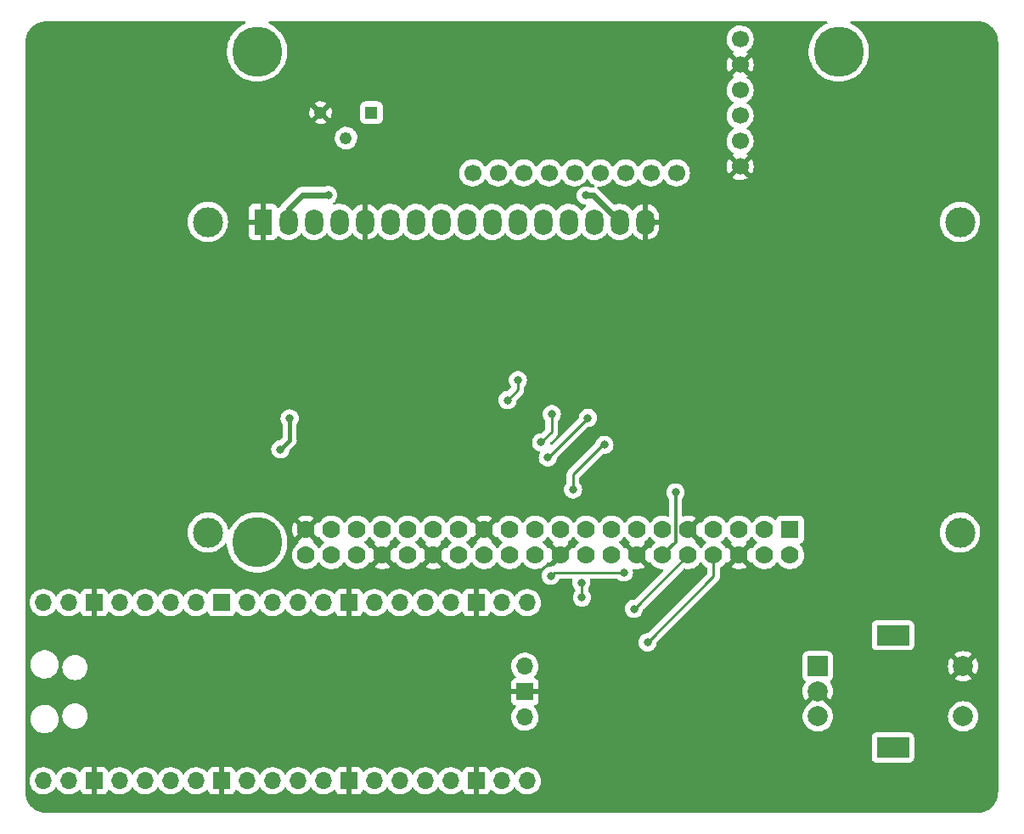
<source format=gbr>
%TF.GenerationSoftware,KiCad,Pcbnew,(6.0.7)*%
%TF.CreationDate,2022-10-15T00:00:42+09:00*%
%TF.ProjectId,minidexed shield,6d696e69-6465-4786-9564-20736869656c,rev?*%
%TF.SameCoordinates,Original*%
%TF.FileFunction,Copper,L2,Bot*%
%TF.FilePolarity,Positive*%
%FSLAX46Y46*%
G04 Gerber Fmt 4.6, Leading zero omitted, Abs format (unit mm)*
G04 Created by KiCad (PCBNEW (6.0.7)) date 2022-10-15 00:00:42*
%MOMM*%
%LPD*%
G01*
G04 APERTURE LIST*
%TA.AperFunction,ComponentPad*%
%ADD10R,2.000000X2.000000*%
%TD*%
%TA.AperFunction,ComponentPad*%
%ADD11C,2.000000*%
%TD*%
%TA.AperFunction,ComponentPad*%
%ADD12R,3.200000X2.000000*%
%TD*%
%TA.AperFunction,ComponentPad*%
%ADD13C,3.000000*%
%TD*%
%TA.AperFunction,ComponentPad*%
%ADD14R,1.800000X2.600000*%
%TD*%
%TA.AperFunction,ComponentPad*%
%ADD15O,1.800000X2.600000*%
%TD*%
%TA.AperFunction,ComponentPad*%
%ADD16O,1.700000X1.700000*%
%TD*%
%TA.AperFunction,ComponentPad*%
%ADD17R,1.700000X1.700000*%
%TD*%
%TA.AperFunction,ComponentPad*%
%ADD18C,1.700000*%
%TD*%
%TA.AperFunction,ComponentPad*%
%ADD19R,1.222000X1.222000*%
%TD*%
%TA.AperFunction,ComponentPad*%
%ADD20C,1.222000*%
%TD*%
%TA.AperFunction,WasherPad*%
%ADD21C,5.000000*%
%TD*%
%TA.AperFunction,ComponentPad*%
%ADD22R,1.778000X1.778000*%
%TD*%
%TA.AperFunction,ComponentPad*%
%ADD23C,1.778000*%
%TD*%
%TA.AperFunction,ViaPad*%
%ADD24C,0.800000*%
%TD*%
%TA.AperFunction,Conductor*%
%ADD25C,0.300000*%
%TD*%
%TA.AperFunction,Conductor*%
%ADD26C,0.400000*%
%TD*%
%TA.AperFunction,Conductor*%
%ADD27C,0.600000*%
%TD*%
%TA.AperFunction,Conductor*%
%ADD28C,0.250000*%
%TD*%
G04 APERTURE END LIST*
D10*
%TO.P,SW1,A,A*%
%TO.N,/enc clk*%
X173100000Y-124740000D03*
D11*
%TO.P,SW1,B,B*%
%TO.N,/enc dt*%
X173100000Y-129740000D03*
%TO.P,SW1,C,C*%
%TO.N,GND*%
X173100000Y-127240000D03*
D12*
%TO.P,SW1,MP*%
%TO.N,N/C*%
X180600000Y-121640000D03*
X180600000Y-132840000D03*
D11*
%TO.P,SW1,S1,S1*%
%TO.N,/enc sw*%
X187600000Y-129740000D03*
%TO.P,SW1,S2,S2*%
%TO.N,GND*%
X187600000Y-124740000D03*
%TD*%
D13*
%TO.P,DS1,*%
%TO.N,*%
X112290900Y-111400700D03*
X187289480Y-111400700D03*
X112290900Y-80400000D03*
X187290000Y-80400000D03*
D14*
%TO.P,DS1,1,VSS*%
%TO.N,GND*%
X117790000Y-80400000D03*
D15*
%TO.P,DS1,2,VDD*%
%TO.N,+5V*%
X120330000Y-80400000D03*
%TO.P,DS1,3,VO*%
%TO.N,Net-(DS1-Pad3)*%
X122870000Y-80400000D03*
%TO.P,DS1,4,RS*%
%TO.N,/LCD RS*%
X125410000Y-80400000D03*
%TO.P,DS1,5,R/W*%
%TO.N,GND*%
X127950000Y-80400000D03*
%TO.P,DS1,6,E*%
%TO.N,/LCD E*%
X130490000Y-80400000D03*
%TO.P,DS1,7,D0*%
%TO.N,unconnected-(DS1-Pad7)*%
X133030000Y-80400000D03*
%TO.P,DS1,8,D1*%
%TO.N,unconnected-(DS1-Pad8)*%
X135570000Y-80400000D03*
%TO.P,DS1,9,D2*%
%TO.N,unconnected-(DS1-Pad9)*%
X138110000Y-80400000D03*
%TO.P,DS1,10,D3*%
%TO.N,unconnected-(DS1-Pad10)*%
X140650000Y-80400000D03*
%TO.P,DS1,11,D4*%
%TO.N,/LCD D4*%
X143190000Y-80400000D03*
%TO.P,DS1,12,D5*%
%TO.N,/LCD D5*%
X145730000Y-80400000D03*
%TO.P,DS1,13,D6*%
%TO.N,/LCD D6*%
X148270000Y-80400000D03*
%TO.P,DS1,14,D7*%
%TO.N,/LCD D7*%
X150810000Y-80400000D03*
%TO.P,DS1,15,LED(+)*%
%TO.N,+5V*%
X153350000Y-80400000D03*
%TO.P,DS1,16,LED(-)*%
%TO.N,GND*%
X155890000Y-80400000D03*
%TD*%
D16*
%TO.P,U1,1,GPIO0*%
%TO.N,/midi in*%
X95870000Y-136170000D03*
%TO.P,U1,2,GPIO1*%
%TO.N,/midi out*%
X98410000Y-136170000D03*
D17*
%TO.P,U1,3,GND*%
%TO.N,GND*%
X100950000Y-136170000D03*
D16*
%TO.P,U1,4,GPIO2*%
%TO.N,unconnected-(U1-Pad4)*%
X103490000Y-136170000D03*
%TO.P,U1,5,GPIO3*%
%TO.N,unconnected-(U1-Pad5)*%
X106030000Y-136170000D03*
%TO.P,U1,6,GPIO4*%
%TO.N,unconnected-(U1-Pad6)*%
X108570000Y-136170000D03*
%TO.P,U1,7,GPIO5*%
%TO.N,unconnected-(U1-Pad7)*%
X111110000Y-136170000D03*
D17*
%TO.P,U1,8,GND*%
%TO.N,GND*%
X113650000Y-136170000D03*
D16*
%TO.P,U1,9,GPIO6*%
%TO.N,unconnected-(U1-Pad9)*%
X116190000Y-136170000D03*
%TO.P,U1,10,GPIO7*%
%TO.N,unconnected-(U1-Pad10)*%
X118730000Y-136170000D03*
%TO.P,U1,11,GPIO8*%
%TO.N,unconnected-(U1-Pad11)*%
X121270000Y-136170000D03*
%TO.P,U1,12,GPIO9*%
%TO.N,unconnected-(U1-Pad12)*%
X123810000Y-136170000D03*
D17*
%TO.P,U1,13,GND*%
%TO.N,GND*%
X126350000Y-136170000D03*
D16*
%TO.P,U1,14,GPIO10*%
%TO.N,unconnected-(U1-Pad14)*%
X128890000Y-136170000D03*
%TO.P,U1,15,GPIO11*%
%TO.N,unconnected-(U1-Pad15)*%
X131430000Y-136170000D03*
%TO.P,U1,16,GPIO12*%
%TO.N,unconnected-(U1-Pad16)*%
X133970000Y-136170000D03*
%TO.P,U1,17,GPIO13*%
%TO.N,unconnected-(U1-Pad17)*%
X136510000Y-136170000D03*
D17*
%TO.P,U1,18,GND*%
%TO.N,GND*%
X139050000Y-136170000D03*
D16*
%TO.P,U1,19,GPIO14*%
%TO.N,unconnected-(U1-Pad19)*%
X141590000Y-136170000D03*
%TO.P,U1,20,GPIO15*%
%TO.N,unconnected-(U1-Pad20)*%
X144130000Y-136170000D03*
%TO.P,U1,21,GPIO16*%
%TO.N,unconnected-(U1-Pad21)*%
X144130000Y-118390000D03*
%TO.P,U1,22,GPIO17*%
%TO.N,unconnected-(U1-Pad22)*%
X141590000Y-118390000D03*
D17*
%TO.P,U1,23,GND*%
%TO.N,GND*%
X139050000Y-118390000D03*
D16*
%TO.P,U1,24,GPIO18*%
%TO.N,unconnected-(U1-Pad24)*%
X136510000Y-118390000D03*
%TO.P,U1,25,GPIO19*%
%TO.N,unconnected-(U1-Pad25)*%
X133970000Y-118390000D03*
%TO.P,U1,26,GPIO20*%
%TO.N,unconnected-(U1-Pad26)*%
X131430000Y-118390000D03*
%TO.P,U1,27,GPIO21*%
%TO.N,unconnected-(U1-Pad27)*%
X128890000Y-118390000D03*
D17*
%TO.P,U1,28,GND*%
%TO.N,GND*%
X126350000Y-118390000D03*
D16*
%TO.P,U1,29,GPIO22*%
%TO.N,unconnected-(U1-Pad29)*%
X123810000Y-118390000D03*
%TO.P,U1,30,RUN*%
%TO.N,unconnected-(U1-Pad30)*%
X121270000Y-118390000D03*
%TO.P,U1,31,GPIO26_ADC0*%
%TO.N,unconnected-(U1-Pad31)*%
X118730000Y-118390000D03*
%TO.P,U1,32,GPIO27_ADC1*%
%TO.N,unconnected-(U1-Pad32)*%
X116190000Y-118390000D03*
D17*
%TO.P,U1,33,AGND*%
%TO.N,unconnected-(U1-Pad33)*%
X113650000Y-118390000D03*
D16*
%TO.P,U1,34,GPIO28_ADC2*%
%TO.N,unconnected-(U1-Pad34)*%
X111110000Y-118390000D03*
%TO.P,U1,35,ADC_VREF*%
%TO.N,unconnected-(U1-Pad35)*%
X108570000Y-118390000D03*
%TO.P,U1,36,3V3*%
%TO.N,unconnected-(U1-Pad36)*%
X106030000Y-118390000D03*
%TO.P,U1,37,3V3_EN*%
%TO.N,unconnected-(U1-Pad37)*%
X103490000Y-118390000D03*
D17*
%TO.P,U1,38,GND*%
%TO.N,GND*%
X100950000Y-118390000D03*
D16*
%TO.P,U1,39,VSYS*%
%TO.N,unconnected-(U1-Pad39)*%
X98410000Y-118390000D03*
%TO.P,U1,40,VBUS*%
%TO.N,unconnected-(U1-Pad40)*%
X95870000Y-118390000D03*
%TO.P,U1,41,SWCLK*%
%TO.N,unconnected-(U1-Pad41)*%
X143900000Y-129820000D03*
D17*
%TO.P,U1,42,GND*%
%TO.N,GND*%
X143900000Y-127280000D03*
D16*
%TO.P,U1,43,SWDIO*%
%TO.N,unconnected-(U1-Pad43)*%
X143900000Y-124740000D03*
%TD*%
D18*
%TO.P,A1,1,SCK*%
%TO.N,GND*%
X165355000Y-74860000D03*
%TO.P,A1,2,BCK*%
%TO.N,/DAC BCK*%
X165355000Y-72320000D03*
%TO.P,A1,3,DIN*%
%TO.N,/DAC DIN*%
X165355000Y-69780000D03*
%TO.P,A1,4,LCK*%
%TO.N,/DAC LCK*%
X165355000Y-67240000D03*
%TO.P,A1,5,GND*%
%TO.N,GND*%
X165355000Y-64700000D03*
%TO.P,A1,6,VIN*%
%TO.N,+5V*%
X165355000Y-62160000D03*
%TO.P,A1,7,LOUT*%
%TO.N,unconnected-(A1-Pad7)*%
X138685000Y-75495000D03*
%TO.P,A1,8,AGND*%
%TO.N,unconnected-(A1-Pad8)*%
X141225000Y-75495000D03*
%TO.P,A1,9,ROUT*%
%TO.N,unconnected-(A1-Pad9)*%
X143765000Y-75495000D03*
%TO.P,A1,10,AGND*%
%TO.N,unconnected-(A1-Pad10)*%
X146305000Y-75495000D03*
%TO.P,A1,11,A3V3*%
%TO.N,unconnected-(A1-Pad11)*%
X148845000Y-75495000D03*
%TO.P,A1,12,FMT*%
%TO.N,unconnected-(A1-Pad12)*%
X151385000Y-75495000D03*
%TO.P,A1,13,XSMT*%
%TO.N,unconnected-(A1-Pad13)*%
X153925000Y-75495000D03*
%TO.P,A1,14,DEMP*%
%TO.N,unconnected-(A1-Pad14)*%
X156465000Y-75495000D03*
%TO.P,A1,15,FLT*%
%TO.N,unconnected-(A1-Pad15)*%
X159005000Y-75495000D03*
%TD*%
D19*
%TO.P,RV1,1,1*%
%TO.N,Net-(DS1-Pad3)*%
X128600000Y-69490000D03*
D20*
%TO.P,RV1,2,2*%
X126060000Y-72030000D03*
%TO.P,RV1,3,3*%
%TO.N,GND*%
X123520000Y-69490000D03*
%TD*%
D21*
%TO.P,X1,*%
%TO.N,*%
X117200000Y-63380000D03*
X175200000Y-63380000D03*
X117200000Y-112380000D03*
D22*
%TO.P,X1,1,3V3A*%
%TO.N,unconnected-(X1-Pad1)*%
X170330000Y-111110000D03*
D23*
%TO.P,X1,2,5V0A*%
%TO.N,+5V*%
X170330000Y-113650000D03*
%TO.P,X1,3,SDA*%
%TO.N,unconnected-(X1-Pad3)*%
X167790000Y-111110000D03*
%TO.P,X1,4,5V0B*%
%TO.N,unconnected-(X1-Pad4)*%
X167790000Y-113650000D03*
%TO.P,X1,5,SCL*%
%TO.N,unconnected-(X1-Pad5)*%
X165250000Y-111110000D03*
%TO.P,X1,6,GND_A*%
%TO.N,GND*%
X165250000Y-113650000D03*
%TO.P,X1,7,GPIO04*%
%TO.N,/LCD RS*%
X162710000Y-111110000D03*
%TO.P,X1,8,TXD*%
%TO.N,/midi out*%
X162710000Y-113650000D03*
%TO.P,X1,9,GND_B*%
%TO.N,GND*%
X160170000Y-111110000D03*
%TO.P,X1,10,RXD*%
%TO.N,/midi in*%
X160170000Y-113650000D03*
%TO.P,X1,11,GPIO17*%
%TO.N,/LCD E*%
X157630000Y-111110000D03*
%TO.P,X1,12,GPIO18*%
%TO.N,/DAC BCK*%
X157630000Y-113650000D03*
%TO.P,X1,13,GPIO27*%
%TO.N,unconnected-(X1-Pad13)*%
X155090000Y-111110000D03*
%TO.P,X1,14,GND_C*%
%TO.N,GND*%
X155090000Y-113650000D03*
%TO.P,X1,15,GPIO22*%
%TO.N,/LCD D4*%
X152550000Y-111110000D03*
%TO.P,X1,16,GPIO23*%
%TO.N,/LCD D5*%
X152550000Y-113650000D03*
%TO.P,X1,17,3V3B*%
%TO.N,+3.3V*%
X150010000Y-111110000D03*
%TO.P,X1,18,GPIO24*%
%TO.N,/LCD D6*%
X150010000Y-113650000D03*
%TO.P,X1,19,SPI_MOSI*%
%TO.N,/enc sw*%
X147470000Y-111110000D03*
%TO.P,X1,20,GND_D*%
%TO.N,GND*%
X147470000Y-113650000D03*
%TO.P,X1,21,SPI_MISO*%
%TO.N,/enc dt*%
X144930000Y-111110000D03*
%TO.P,X1,22,GPIO25*%
%TO.N,/LCD D7*%
X144930000Y-113650000D03*
%TO.P,X1,23,SPI_SCLK*%
%TO.N,/enc clk*%
X142390000Y-111110000D03*
%TO.P,X1,24,SPI_CE0*%
%TO.N,unconnected-(X1-Pad24)*%
X142390000Y-113650000D03*
%TO.P,X1,25,GND_E*%
%TO.N,GND*%
X139850000Y-111110000D03*
%TO.P,X1,26,SPI_CE1*%
%TO.N,unconnected-(X1-Pad26)*%
X139850000Y-113650000D03*
%TO.P,X1,27,ID_SD*%
%TO.N,unconnected-(X1-Pad27)*%
X137310000Y-111110000D03*
%TO.P,X1,28,ID_SC*%
%TO.N,unconnected-(X1-Pad28)*%
X137310000Y-113650000D03*
%TO.P,X1,29,GPIO05*%
%TO.N,unconnected-(X1-Pad29)*%
X134770000Y-111110000D03*
%TO.P,X1,30,GND_F*%
%TO.N,GND*%
X134770000Y-113650000D03*
%TO.P,X1,31,GPIO06*%
%TO.N,unconnected-(X1-Pad31)*%
X132230000Y-111110000D03*
%TO.P,X1,32,GPIO12*%
%TO.N,unconnected-(X1-Pad32)*%
X132230000Y-113650000D03*
%TO.P,X1,33,GPIO13*%
%TO.N,unconnected-(X1-Pad33)*%
X129690000Y-111110000D03*
%TO.P,X1,34,GND_G*%
%TO.N,GND*%
X129690000Y-113650000D03*
%TO.P,X1,35,GPIO19*%
%TO.N,/DAC LCK*%
X127150000Y-111110000D03*
%TO.P,X1,36,GPIO16*%
%TO.N,unconnected-(X1-Pad36)*%
X127150000Y-113650000D03*
%TO.P,X1,37,GPIO26*%
%TO.N,unconnected-(X1-Pad37)*%
X124610000Y-111110000D03*
%TO.P,X1,38,GPIO20*%
%TO.N,unconnected-(X1-Pad38)*%
X124610000Y-113650000D03*
%TO.P,X1,39,GND_H*%
%TO.N,GND*%
X122070000Y-111110000D03*
%TO.P,X1,40,GPIO21*%
%TO.N,/DAC DIN*%
X122070000Y-113650000D03*
%TD*%
D24*
%TO.N,GND*%
X151430000Y-101080000D03*
X118850000Y-133780000D03*
X147780000Y-66510000D03*
X187960000Y-132420000D03*
X107330000Y-87570000D03*
X187910000Y-137790000D03*
X169240000Y-94230000D03*
X158070000Y-123280000D03*
X171590000Y-79140000D03*
X135800000Y-76560000D03*
X116870000Y-97640000D03*
X188020000Y-115040000D03*
X173420000Y-108920000D03*
X142010000Y-83080000D03*
X138140000Y-123620000D03*
X110100000Y-87380000D03*
X175420000Y-138500000D03*
X144770000Y-61660000D03*
X150760000Y-123650000D03*
X173410000Y-100040000D03*
X128540000Y-109080000D03*
X146830000Y-138480000D03*
X122870000Y-121910000D03*
X161070000Y-138500000D03*
X103900000Y-89010000D03*
X95470000Y-133840000D03*
X96010000Y-61590000D03*
X171590000Y-61320000D03*
X125600000Y-82970000D03*
X161340000Y-86420000D03*
X127200000Y-61660000D03*
X134990000Y-91950000D03*
X144540000Y-83120000D03*
X164570000Y-131130000D03*
X172530000Y-114110000D03*
X147150000Y-83140000D03*
X107350000Y-80540000D03*
X143780000Y-101700000D03*
X160790000Y-61660000D03*
X160440000Y-128450000D03*
X187930000Y-76790000D03*
X129070000Y-123680000D03*
X103900000Y-79160000D03*
X119620000Y-97010000D03*
X163250000Y-79910000D03*
X129300000Y-76530000D03*
X172020000Y-73300000D03*
X124520000Y-75850000D03*
X149690000Y-83170000D03*
X134430000Y-83030000D03*
X114600000Y-130550000D03*
X142210000Y-107670000D03*
X187930000Y-83560000D03*
X163190000Y-126360000D03*
X124980000Y-128150000D03*
X95370000Y-120680000D03*
X132550000Y-66510000D03*
X161070000Y-115470000D03*
X110130000Y-81980000D03*
X159930000Y-66560000D03*
X187910000Y-61450000D03*
X170290000Y-108890000D03*
X153460000Y-99970000D03*
X154670000Y-121050000D03*
X169950000Y-99930000D03*
X118950000Y-105280000D03*
X172240000Y-65510000D03*
X119440000Y-108940000D03*
X158170000Y-117860000D03*
X160390000Y-120110000D03*
X123490000Y-64260000D03*
X146960000Y-117530000D03*
X153550000Y-83270000D03*
X151990000Y-119740000D03*
X188020000Y-107940000D03*
X110310000Y-61590000D03*
X132380000Y-120390000D03*
%TO.N,/DAC BCK*%
X158920000Y-107390000D03*
%TO.N,/DAC DIN*%
X120440000Y-100000000D03*
X119520000Y-103100000D03*
%TO.N,+5V*%
X124290000Y-77710000D03*
X149980000Y-77760000D03*
%TO.N,/enc sw*%
X149522298Y-116425500D03*
X149590000Y-117874500D03*
%TO.N,/enc clk*%
X153780000Y-115370000D03*
X146480000Y-115720000D03*
%TO.N,/LCD D4*%
X142162700Y-98177300D03*
X143197299Y-96182701D03*
%TO.N,/LCD D5*%
X146582299Y-99567701D03*
X145517700Y-102392300D03*
%TO.N,/LCD D6*%
X151820000Y-102640000D03*
X148700000Y-107100000D03*
%TO.N,/LCD D7*%
X150172299Y-99967701D03*
X146186571Y-103901170D03*
%TO.N,/midi in*%
X154770000Y-119010000D03*
%TO.N,/midi out*%
X156130000Y-122360000D03*
%TD*%
D25*
%TO.N,/DAC BCK*%
X158920000Y-112360000D02*
X158920000Y-107390000D01*
X157630000Y-113650000D02*
X158920000Y-112360000D01*
D26*
%TO.N,/DAC DIN*%
X120440000Y-100000000D02*
X120440000Y-102180000D01*
X120440000Y-102180000D02*
X119520000Y-103100000D01*
D27*
%TO.N,+5V*%
X120330000Y-79090000D02*
X120330000Y-80400000D01*
X153350000Y-80400000D02*
X150710000Y-77760000D01*
X124290000Y-77710000D02*
X121710000Y-77710000D01*
X121710000Y-77710000D02*
X120330000Y-79090000D01*
X150710000Y-77760000D02*
X149980000Y-77760000D01*
D28*
%TO.N,/enc sw*%
X149590000Y-117874500D02*
X149590000Y-116493202D01*
X149590000Y-116493202D02*
X149522298Y-116425500D01*
%TO.N,/enc clk*%
X146830000Y-115370000D02*
X146480000Y-115720000D01*
X153780000Y-115370000D02*
X146830000Y-115370000D01*
%TO.N,/LCD D4*%
X143197299Y-96182701D02*
X143197299Y-97142701D01*
X143197299Y-97142701D02*
X142162700Y-98177300D01*
%TO.N,/LCD D5*%
X146582299Y-101327701D02*
X146582299Y-99567701D01*
X145517700Y-102392300D02*
X146582299Y-101327701D01*
%TO.N,/LCD D6*%
X148700000Y-105620000D02*
X151680000Y-102640000D01*
X151680000Y-102640000D02*
X151820000Y-102640000D01*
X148700000Y-107100000D02*
X148700000Y-105620000D01*
%TO.N,/LCD D7*%
X146238830Y-103901170D02*
X146186571Y-103901170D01*
X150172299Y-99967701D02*
X146238830Y-103901170D01*
%TO.N,/midi in*%
X160170000Y-113650000D02*
X154810000Y-119010000D01*
X154810000Y-119010000D02*
X154770000Y-119010000D01*
%TO.N,/midi out*%
X162710000Y-115780000D02*
X162710000Y-113650000D01*
X156130000Y-122360000D02*
X162710000Y-115780000D01*
%TD*%
%TA.AperFunction,Conductor*%
%TO.N,GND*%
G36*
X189023972Y-60380001D02*
G01*
X189047663Y-60383691D01*
X189063957Y-60381561D01*
X189088529Y-60380768D01*
X189253394Y-60391576D01*
X189310862Y-60395344D01*
X189327203Y-60397496D01*
X189571617Y-60446118D01*
X189587536Y-60450383D01*
X189667164Y-60477414D01*
X189823537Y-60530498D01*
X189838755Y-60536802D01*
X190024901Y-60628602D01*
X190062268Y-60647030D01*
X190076532Y-60655265D01*
X190272287Y-60786069D01*
X190283751Y-60793729D01*
X190296825Y-60803762D01*
X190484187Y-60968076D01*
X190495842Y-60979731D01*
X190660163Y-61167108D01*
X190670195Y-61180182D01*
X190808650Y-61387396D01*
X190816889Y-61401666D01*
X190861128Y-61491375D01*
X190927113Y-61625182D01*
X190933419Y-61640407D01*
X190960676Y-61720702D01*
X191013525Y-61876393D01*
X191017790Y-61892310D01*
X191030443Y-61955921D01*
X191066410Y-62136741D01*
X191068561Y-62153082D01*
X191082677Y-62368461D01*
X191081691Y-62390614D01*
X191081639Y-62394853D01*
X191080258Y-62403724D01*
X191081422Y-62412626D01*
X191081422Y-62412628D01*
X191084385Y-62435283D01*
X191085449Y-62451621D01*
X191085449Y-137290633D01*
X191083949Y-137310018D01*
X191081639Y-137324851D01*
X191081639Y-137324855D01*
X191080258Y-137333724D01*
X191081422Y-137342626D01*
X191081422Y-137342629D01*
X191082388Y-137350012D01*
X191083182Y-137374591D01*
X191068609Y-137596925D01*
X191066458Y-137613265D01*
X191017838Y-137857699D01*
X191013573Y-137873617D01*
X190978246Y-137977689D01*
X190933464Y-138109613D01*
X190927160Y-138124832D01*
X190925684Y-138127826D01*
X190816935Y-138348351D01*
X190808695Y-138362624D01*
X190670232Y-138569852D01*
X190660204Y-138582922D01*
X190495874Y-138770307D01*
X190484230Y-138781950D01*
X190296851Y-138946280D01*
X190283776Y-138956313D01*
X190076565Y-139094771D01*
X190062294Y-139103011D01*
X189838773Y-139213243D01*
X189823555Y-139219547D01*
X189587556Y-139299662D01*
X189571637Y-139303927D01*
X189327201Y-139352553D01*
X189310865Y-139354704D01*
X189095920Y-139368797D01*
X189071837Y-139367724D01*
X189069088Y-139367691D01*
X189060215Y-139366309D01*
X189031194Y-139370104D01*
X189028659Y-139370436D01*
X189012319Y-139371500D01*
X187539602Y-139371500D01*
X187539597Y-139371499D01*
X187539581Y-139371499D01*
X187509141Y-139371500D01*
X187463487Y-139371500D01*
X187463479Y-139371501D01*
X187463471Y-139371501D01*
X187407378Y-139371503D01*
X96195457Y-139374499D01*
X96176068Y-139372998D01*
X96161251Y-139370690D01*
X96161244Y-139370690D01*
X96152376Y-139369309D01*
X96143474Y-139370473D01*
X96143471Y-139370473D01*
X96136088Y-139371439D01*
X96111509Y-139372233D01*
X96059088Y-139368797D01*
X95889178Y-139357660D01*
X95872838Y-139355509D01*
X95750623Y-139331199D01*
X95628404Y-139306888D01*
X95612494Y-139302625D01*
X95376498Y-139222515D01*
X95361274Y-139216209D01*
X95137758Y-139105984D01*
X95123484Y-139097743D01*
X94916271Y-138959287D01*
X94903195Y-138949254D01*
X94715822Y-138784932D01*
X94704168Y-138773278D01*
X94539846Y-138585905D01*
X94529813Y-138572829D01*
X94391357Y-138365616D01*
X94383116Y-138351342D01*
X94272891Y-138127826D01*
X94266584Y-138112600D01*
X94219770Y-137974691D01*
X94186475Y-137876606D01*
X94182211Y-137860693D01*
X94181616Y-137857699D01*
X94133591Y-137616262D01*
X94131440Y-137599922D01*
X94117576Y-137388407D01*
X94118750Y-137365232D01*
X94118434Y-137365204D01*
X94118870Y-137360344D01*
X94119676Y-137355552D01*
X94119829Y-137343000D01*
X94115873Y-137315376D01*
X94114600Y-137297514D01*
X94114600Y-136136695D01*
X94507251Y-136136695D01*
X94507548Y-136141848D01*
X94507548Y-136141851D01*
X94513011Y-136236590D01*
X94520110Y-136359715D01*
X94521247Y-136364761D01*
X94521248Y-136364767D01*
X94541119Y-136452939D01*
X94569222Y-136577639D01*
X94653266Y-136784616D01*
X94704019Y-136867438D01*
X94767291Y-136970688D01*
X94769987Y-136975088D01*
X94916250Y-137143938D01*
X95088126Y-137286632D01*
X95281000Y-137399338D01*
X95489692Y-137479030D01*
X95494760Y-137480061D01*
X95494763Y-137480062D01*
X95602017Y-137501883D01*
X95708597Y-137523567D01*
X95713772Y-137523757D01*
X95713774Y-137523757D01*
X95926673Y-137531564D01*
X95926677Y-137531564D01*
X95931837Y-137531753D01*
X95936957Y-137531097D01*
X95936959Y-137531097D01*
X96148288Y-137504025D01*
X96148289Y-137504025D01*
X96153416Y-137503368D01*
X96158366Y-137501883D01*
X96362429Y-137440661D01*
X96362434Y-137440659D01*
X96367384Y-137439174D01*
X96567994Y-137340896D01*
X96749860Y-137211173D01*
X96908096Y-137053489D01*
X96967594Y-136970689D01*
X97038453Y-136872077D01*
X97039776Y-136873028D01*
X97086645Y-136829857D01*
X97156580Y-136817625D01*
X97222026Y-136845144D01*
X97249875Y-136876994D01*
X97309987Y-136975088D01*
X97456250Y-137143938D01*
X97628126Y-137286632D01*
X97821000Y-137399338D01*
X98029692Y-137479030D01*
X98034760Y-137480061D01*
X98034763Y-137480062D01*
X98142017Y-137501883D01*
X98248597Y-137523567D01*
X98253772Y-137523757D01*
X98253774Y-137523757D01*
X98466673Y-137531564D01*
X98466677Y-137531564D01*
X98471837Y-137531753D01*
X98476957Y-137531097D01*
X98476959Y-137531097D01*
X98688288Y-137504025D01*
X98688289Y-137504025D01*
X98693416Y-137503368D01*
X98698366Y-137501883D01*
X98902429Y-137440661D01*
X98902434Y-137440659D01*
X98907384Y-137439174D01*
X99107994Y-137340896D01*
X99289860Y-137211173D01*
X99357331Y-137143938D01*
X99398479Y-137102933D01*
X99460851Y-137069017D01*
X99531658Y-137074205D01*
X99588419Y-137116851D01*
X99605401Y-137147954D01*
X99646676Y-137258054D01*
X99655214Y-137273649D01*
X99731715Y-137375724D01*
X99744276Y-137388285D01*
X99846351Y-137464786D01*
X99861946Y-137473324D01*
X99982394Y-137518478D01*
X99997649Y-137522105D01*
X100048514Y-137527631D01*
X100055328Y-137528000D01*
X100677885Y-137528000D01*
X100693124Y-137523525D01*
X100694329Y-137522135D01*
X100696000Y-137514452D01*
X100696000Y-137509884D01*
X101204000Y-137509884D01*
X101208475Y-137525123D01*
X101209865Y-137526328D01*
X101217548Y-137527999D01*
X101844669Y-137527999D01*
X101851490Y-137527629D01*
X101902352Y-137522105D01*
X101917604Y-137518479D01*
X102038054Y-137473324D01*
X102053649Y-137464786D01*
X102155724Y-137388285D01*
X102168285Y-137375724D01*
X102244786Y-137273649D01*
X102253324Y-137258054D01*
X102294225Y-137148952D01*
X102336867Y-137092188D01*
X102403428Y-137067488D01*
X102472777Y-137082696D01*
X102507444Y-137110684D01*
X102532865Y-137140031D01*
X102532869Y-137140035D01*
X102536250Y-137143938D01*
X102708126Y-137286632D01*
X102901000Y-137399338D01*
X103109692Y-137479030D01*
X103114760Y-137480061D01*
X103114763Y-137480062D01*
X103222017Y-137501883D01*
X103328597Y-137523567D01*
X103333772Y-137523757D01*
X103333774Y-137523757D01*
X103546673Y-137531564D01*
X103546677Y-137531564D01*
X103551837Y-137531753D01*
X103556957Y-137531097D01*
X103556959Y-137531097D01*
X103768288Y-137504025D01*
X103768289Y-137504025D01*
X103773416Y-137503368D01*
X103778366Y-137501883D01*
X103982429Y-137440661D01*
X103982434Y-137440659D01*
X103987384Y-137439174D01*
X104187994Y-137340896D01*
X104369860Y-137211173D01*
X104528096Y-137053489D01*
X104587594Y-136970689D01*
X104658453Y-136872077D01*
X104659776Y-136873028D01*
X104706645Y-136829857D01*
X104776580Y-136817625D01*
X104842026Y-136845144D01*
X104869875Y-136876994D01*
X104929987Y-136975088D01*
X105076250Y-137143938D01*
X105248126Y-137286632D01*
X105441000Y-137399338D01*
X105649692Y-137479030D01*
X105654760Y-137480061D01*
X105654763Y-137480062D01*
X105762017Y-137501883D01*
X105868597Y-137523567D01*
X105873772Y-137523757D01*
X105873774Y-137523757D01*
X106086673Y-137531564D01*
X106086677Y-137531564D01*
X106091837Y-137531753D01*
X106096957Y-137531097D01*
X106096959Y-137531097D01*
X106308288Y-137504025D01*
X106308289Y-137504025D01*
X106313416Y-137503368D01*
X106318366Y-137501883D01*
X106522429Y-137440661D01*
X106522434Y-137440659D01*
X106527384Y-137439174D01*
X106727994Y-137340896D01*
X106909860Y-137211173D01*
X107068096Y-137053489D01*
X107127594Y-136970689D01*
X107198453Y-136872077D01*
X107199776Y-136873028D01*
X107246645Y-136829857D01*
X107316580Y-136817625D01*
X107382026Y-136845144D01*
X107409875Y-136876994D01*
X107469987Y-136975088D01*
X107616250Y-137143938D01*
X107788126Y-137286632D01*
X107981000Y-137399338D01*
X108189692Y-137479030D01*
X108194760Y-137480061D01*
X108194763Y-137480062D01*
X108302017Y-137501883D01*
X108408597Y-137523567D01*
X108413772Y-137523757D01*
X108413774Y-137523757D01*
X108626673Y-137531564D01*
X108626677Y-137531564D01*
X108631837Y-137531753D01*
X108636957Y-137531097D01*
X108636959Y-137531097D01*
X108848288Y-137504025D01*
X108848289Y-137504025D01*
X108853416Y-137503368D01*
X108858366Y-137501883D01*
X109062429Y-137440661D01*
X109062434Y-137440659D01*
X109067384Y-137439174D01*
X109267994Y-137340896D01*
X109449860Y-137211173D01*
X109608096Y-137053489D01*
X109667594Y-136970689D01*
X109738453Y-136872077D01*
X109739776Y-136873028D01*
X109786645Y-136829857D01*
X109856580Y-136817625D01*
X109922026Y-136845144D01*
X109949875Y-136876994D01*
X110009987Y-136975088D01*
X110156250Y-137143938D01*
X110328126Y-137286632D01*
X110521000Y-137399338D01*
X110729692Y-137479030D01*
X110734760Y-137480061D01*
X110734763Y-137480062D01*
X110842017Y-137501883D01*
X110948597Y-137523567D01*
X110953772Y-137523757D01*
X110953774Y-137523757D01*
X111166673Y-137531564D01*
X111166677Y-137531564D01*
X111171837Y-137531753D01*
X111176957Y-137531097D01*
X111176959Y-137531097D01*
X111388288Y-137504025D01*
X111388289Y-137504025D01*
X111393416Y-137503368D01*
X111398366Y-137501883D01*
X111602429Y-137440661D01*
X111602434Y-137440659D01*
X111607384Y-137439174D01*
X111807994Y-137340896D01*
X111989860Y-137211173D01*
X112057331Y-137143938D01*
X112098479Y-137102933D01*
X112160851Y-137069017D01*
X112231658Y-137074205D01*
X112288419Y-137116851D01*
X112305401Y-137147954D01*
X112346676Y-137258054D01*
X112355214Y-137273649D01*
X112431715Y-137375724D01*
X112444276Y-137388285D01*
X112546351Y-137464786D01*
X112561946Y-137473324D01*
X112682394Y-137518478D01*
X112697649Y-137522105D01*
X112748514Y-137527631D01*
X112755328Y-137528000D01*
X113377885Y-137528000D01*
X113393124Y-137523525D01*
X113394329Y-137522135D01*
X113396000Y-137514452D01*
X113396000Y-137509884D01*
X113904000Y-137509884D01*
X113908475Y-137525123D01*
X113909865Y-137526328D01*
X113917548Y-137527999D01*
X114544669Y-137527999D01*
X114551490Y-137527629D01*
X114602352Y-137522105D01*
X114617604Y-137518479D01*
X114738054Y-137473324D01*
X114753649Y-137464786D01*
X114855724Y-137388285D01*
X114868285Y-137375724D01*
X114944786Y-137273649D01*
X114953324Y-137258054D01*
X114994225Y-137148952D01*
X115036867Y-137092188D01*
X115103428Y-137067488D01*
X115172777Y-137082696D01*
X115207444Y-137110684D01*
X115232865Y-137140031D01*
X115232869Y-137140035D01*
X115236250Y-137143938D01*
X115408126Y-137286632D01*
X115601000Y-137399338D01*
X115809692Y-137479030D01*
X115814760Y-137480061D01*
X115814763Y-137480062D01*
X115922017Y-137501883D01*
X116028597Y-137523567D01*
X116033772Y-137523757D01*
X116033774Y-137523757D01*
X116246673Y-137531564D01*
X116246677Y-137531564D01*
X116251837Y-137531753D01*
X116256957Y-137531097D01*
X116256959Y-137531097D01*
X116468288Y-137504025D01*
X116468289Y-137504025D01*
X116473416Y-137503368D01*
X116478366Y-137501883D01*
X116682429Y-137440661D01*
X116682434Y-137440659D01*
X116687384Y-137439174D01*
X116887994Y-137340896D01*
X117069860Y-137211173D01*
X117228096Y-137053489D01*
X117287594Y-136970689D01*
X117358453Y-136872077D01*
X117359776Y-136873028D01*
X117406645Y-136829857D01*
X117476580Y-136817625D01*
X117542026Y-136845144D01*
X117569875Y-136876994D01*
X117629987Y-136975088D01*
X117776250Y-137143938D01*
X117948126Y-137286632D01*
X118141000Y-137399338D01*
X118349692Y-137479030D01*
X118354760Y-137480061D01*
X118354763Y-137480062D01*
X118462017Y-137501883D01*
X118568597Y-137523567D01*
X118573772Y-137523757D01*
X118573774Y-137523757D01*
X118786673Y-137531564D01*
X118786677Y-137531564D01*
X118791837Y-137531753D01*
X118796957Y-137531097D01*
X118796959Y-137531097D01*
X119008288Y-137504025D01*
X119008289Y-137504025D01*
X119013416Y-137503368D01*
X119018366Y-137501883D01*
X119222429Y-137440661D01*
X119222434Y-137440659D01*
X119227384Y-137439174D01*
X119427994Y-137340896D01*
X119609860Y-137211173D01*
X119768096Y-137053489D01*
X119827594Y-136970689D01*
X119898453Y-136872077D01*
X119899776Y-136873028D01*
X119946645Y-136829857D01*
X120016580Y-136817625D01*
X120082026Y-136845144D01*
X120109875Y-136876994D01*
X120169987Y-136975088D01*
X120316250Y-137143938D01*
X120488126Y-137286632D01*
X120681000Y-137399338D01*
X120889692Y-137479030D01*
X120894760Y-137480061D01*
X120894763Y-137480062D01*
X121002017Y-137501883D01*
X121108597Y-137523567D01*
X121113772Y-137523757D01*
X121113774Y-137523757D01*
X121326673Y-137531564D01*
X121326677Y-137531564D01*
X121331837Y-137531753D01*
X121336957Y-137531097D01*
X121336959Y-137531097D01*
X121548288Y-137504025D01*
X121548289Y-137504025D01*
X121553416Y-137503368D01*
X121558366Y-137501883D01*
X121762429Y-137440661D01*
X121762434Y-137440659D01*
X121767384Y-137439174D01*
X121967994Y-137340896D01*
X122149860Y-137211173D01*
X122308096Y-137053489D01*
X122367594Y-136970689D01*
X122438453Y-136872077D01*
X122439776Y-136873028D01*
X122486645Y-136829857D01*
X122556580Y-136817625D01*
X122622026Y-136845144D01*
X122649875Y-136876994D01*
X122709987Y-136975088D01*
X122856250Y-137143938D01*
X123028126Y-137286632D01*
X123221000Y-137399338D01*
X123429692Y-137479030D01*
X123434760Y-137480061D01*
X123434763Y-137480062D01*
X123542017Y-137501883D01*
X123648597Y-137523567D01*
X123653772Y-137523757D01*
X123653774Y-137523757D01*
X123866673Y-137531564D01*
X123866677Y-137531564D01*
X123871837Y-137531753D01*
X123876957Y-137531097D01*
X123876959Y-137531097D01*
X124088288Y-137504025D01*
X124088289Y-137504025D01*
X124093416Y-137503368D01*
X124098366Y-137501883D01*
X124302429Y-137440661D01*
X124302434Y-137440659D01*
X124307384Y-137439174D01*
X124507994Y-137340896D01*
X124689860Y-137211173D01*
X124757331Y-137143938D01*
X124798479Y-137102933D01*
X124860851Y-137069017D01*
X124931658Y-137074205D01*
X124988419Y-137116851D01*
X125005401Y-137147954D01*
X125046676Y-137258054D01*
X125055214Y-137273649D01*
X125131715Y-137375724D01*
X125144276Y-137388285D01*
X125246351Y-137464786D01*
X125261946Y-137473324D01*
X125382394Y-137518478D01*
X125397649Y-137522105D01*
X125448514Y-137527631D01*
X125455328Y-137528000D01*
X126077885Y-137528000D01*
X126093124Y-137523525D01*
X126094329Y-137522135D01*
X126096000Y-137514452D01*
X126096000Y-137509884D01*
X126604000Y-137509884D01*
X126608475Y-137525123D01*
X126609865Y-137526328D01*
X126617548Y-137527999D01*
X127244669Y-137527999D01*
X127251490Y-137527629D01*
X127302352Y-137522105D01*
X127317604Y-137518479D01*
X127438054Y-137473324D01*
X127453649Y-137464786D01*
X127555724Y-137388285D01*
X127568285Y-137375724D01*
X127644786Y-137273649D01*
X127653324Y-137258054D01*
X127694225Y-137148952D01*
X127736867Y-137092188D01*
X127803428Y-137067488D01*
X127872777Y-137082696D01*
X127907444Y-137110684D01*
X127932865Y-137140031D01*
X127932869Y-137140035D01*
X127936250Y-137143938D01*
X128108126Y-137286632D01*
X128301000Y-137399338D01*
X128509692Y-137479030D01*
X128514760Y-137480061D01*
X128514763Y-137480062D01*
X128622017Y-137501883D01*
X128728597Y-137523567D01*
X128733772Y-137523757D01*
X128733774Y-137523757D01*
X128946673Y-137531564D01*
X128946677Y-137531564D01*
X128951837Y-137531753D01*
X128956957Y-137531097D01*
X128956959Y-137531097D01*
X129168288Y-137504025D01*
X129168289Y-137504025D01*
X129173416Y-137503368D01*
X129178366Y-137501883D01*
X129382429Y-137440661D01*
X129382434Y-137440659D01*
X129387384Y-137439174D01*
X129587994Y-137340896D01*
X129769860Y-137211173D01*
X129928096Y-137053489D01*
X129987594Y-136970689D01*
X130058453Y-136872077D01*
X130059776Y-136873028D01*
X130106645Y-136829857D01*
X130176580Y-136817625D01*
X130242026Y-136845144D01*
X130269875Y-136876994D01*
X130329987Y-136975088D01*
X130476250Y-137143938D01*
X130648126Y-137286632D01*
X130841000Y-137399338D01*
X131049692Y-137479030D01*
X131054760Y-137480061D01*
X131054763Y-137480062D01*
X131162017Y-137501883D01*
X131268597Y-137523567D01*
X131273772Y-137523757D01*
X131273774Y-137523757D01*
X131486673Y-137531564D01*
X131486677Y-137531564D01*
X131491837Y-137531753D01*
X131496957Y-137531097D01*
X131496959Y-137531097D01*
X131708288Y-137504025D01*
X131708289Y-137504025D01*
X131713416Y-137503368D01*
X131718366Y-137501883D01*
X131922429Y-137440661D01*
X131922434Y-137440659D01*
X131927384Y-137439174D01*
X132127994Y-137340896D01*
X132309860Y-137211173D01*
X132468096Y-137053489D01*
X132527594Y-136970689D01*
X132598453Y-136872077D01*
X132599776Y-136873028D01*
X132646645Y-136829857D01*
X132716580Y-136817625D01*
X132782026Y-136845144D01*
X132809875Y-136876994D01*
X132869987Y-136975088D01*
X133016250Y-137143938D01*
X133188126Y-137286632D01*
X133381000Y-137399338D01*
X133589692Y-137479030D01*
X133594760Y-137480061D01*
X133594763Y-137480062D01*
X133702017Y-137501883D01*
X133808597Y-137523567D01*
X133813772Y-137523757D01*
X133813774Y-137523757D01*
X134026673Y-137531564D01*
X134026677Y-137531564D01*
X134031837Y-137531753D01*
X134036957Y-137531097D01*
X134036959Y-137531097D01*
X134248288Y-137504025D01*
X134248289Y-137504025D01*
X134253416Y-137503368D01*
X134258366Y-137501883D01*
X134462429Y-137440661D01*
X134462434Y-137440659D01*
X134467384Y-137439174D01*
X134667994Y-137340896D01*
X134849860Y-137211173D01*
X135008096Y-137053489D01*
X135067594Y-136970689D01*
X135138453Y-136872077D01*
X135139776Y-136873028D01*
X135186645Y-136829857D01*
X135256580Y-136817625D01*
X135322026Y-136845144D01*
X135349875Y-136876994D01*
X135409987Y-136975088D01*
X135556250Y-137143938D01*
X135728126Y-137286632D01*
X135921000Y-137399338D01*
X136129692Y-137479030D01*
X136134760Y-137480061D01*
X136134763Y-137480062D01*
X136242017Y-137501883D01*
X136348597Y-137523567D01*
X136353772Y-137523757D01*
X136353774Y-137523757D01*
X136566673Y-137531564D01*
X136566677Y-137531564D01*
X136571837Y-137531753D01*
X136576957Y-137531097D01*
X136576959Y-137531097D01*
X136788288Y-137504025D01*
X136788289Y-137504025D01*
X136793416Y-137503368D01*
X136798366Y-137501883D01*
X137002429Y-137440661D01*
X137002434Y-137440659D01*
X137007384Y-137439174D01*
X137207994Y-137340896D01*
X137389860Y-137211173D01*
X137457331Y-137143938D01*
X137498479Y-137102933D01*
X137560851Y-137069017D01*
X137631658Y-137074205D01*
X137688419Y-137116851D01*
X137705401Y-137147954D01*
X137746676Y-137258054D01*
X137755214Y-137273649D01*
X137831715Y-137375724D01*
X137844276Y-137388285D01*
X137946351Y-137464786D01*
X137961946Y-137473324D01*
X138082394Y-137518478D01*
X138097649Y-137522105D01*
X138148514Y-137527631D01*
X138155328Y-137528000D01*
X138777885Y-137528000D01*
X138793124Y-137523525D01*
X138794329Y-137522135D01*
X138796000Y-137514452D01*
X138796000Y-137509884D01*
X139304000Y-137509884D01*
X139308475Y-137525123D01*
X139309865Y-137526328D01*
X139317548Y-137527999D01*
X139944669Y-137527999D01*
X139951490Y-137527629D01*
X140002352Y-137522105D01*
X140017604Y-137518479D01*
X140138054Y-137473324D01*
X140153649Y-137464786D01*
X140255724Y-137388285D01*
X140268285Y-137375724D01*
X140344786Y-137273649D01*
X140353324Y-137258054D01*
X140394225Y-137148952D01*
X140436867Y-137092188D01*
X140503428Y-137067488D01*
X140572777Y-137082696D01*
X140607444Y-137110684D01*
X140632865Y-137140031D01*
X140632869Y-137140035D01*
X140636250Y-137143938D01*
X140808126Y-137286632D01*
X141001000Y-137399338D01*
X141209692Y-137479030D01*
X141214760Y-137480061D01*
X141214763Y-137480062D01*
X141322017Y-137501883D01*
X141428597Y-137523567D01*
X141433772Y-137523757D01*
X141433774Y-137523757D01*
X141646673Y-137531564D01*
X141646677Y-137531564D01*
X141651837Y-137531753D01*
X141656957Y-137531097D01*
X141656959Y-137531097D01*
X141868288Y-137504025D01*
X141868289Y-137504025D01*
X141873416Y-137503368D01*
X141878366Y-137501883D01*
X142082429Y-137440661D01*
X142082434Y-137440659D01*
X142087384Y-137439174D01*
X142287994Y-137340896D01*
X142469860Y-137211173D01*
X142628096Y-137053489D01*
X142687594Y-136970689D01*
X142758453Y-136872077D01*
X142759776Y-136873028D01*
X142806645Y-136829857D01*
X142876580Y-136817625D01*
X142942026Y-136845144D01*
X142969875Y-136876994D01*
X143029987Y-136975088D01*
X143176250Y-137143938D01*
X143348126Y-137286632D01*
X143541000Y-137399338D01*
X143749692Y-137479030D01*
X143754760Y-137480061D01*
X143754763Y-137480062D01*
X143862017Y-137501883D01*
X143968597Y-137523567D01*
X143973772Y-137523757D01*
X143973774Y-137523757D01*
X144186673Y-137531564D01*
X144186677Y-137531564D01*
X144191837Y-137531753D01*
X144196957Y-137531097D01*
X144196959Y-137531097D01*
X144408288Y-137504025D01*
X144408289Y-137504025D01*
X144413416Y-137503368D01*
X144418366Y-137501883D01*
X144622429Y-137440661D01*
X144622434Y-137440659D01*
X144627384Y-137439174D01*
X144827994Y-137340896D01*
X145009860Y-137211173D01*
X145168096Y-137053489D01*
X145227594Y-136970689D01*
X145295435Y-136876277D01*
X145298453Y-136872077D01*
X145319320Y-136829857D01*
X145395136Y-136676453D01*
X145395137Y-136676451D01*
X145397430Y-136671811D01*
X145462370Y-136458069D01*
X145491529Y-136236590D01*
X145493156Y-136170000D01*
X145474852Y-135947361D01*
X145420431Y-135730702D01*
X145331354Y-135525840D01*
X145210014Y-135338277D01*
X145059670Y-135173051D01*
X145055619Y-135169852D01*
X145055615Y-135169848D01*
X144888414Y-135037800D01*
X144888410Y-135037798D01*
X144884359Y-135034598D01*
X144688789Y-134926638D01*
X144683920Y-134924914D01*
X144683916Y-134924912D01*
X144483087Y-134853795D01*
X144483083Y-134853794D01*
X144478212Y-134852069D01*
X144473119Y-134851162D01*
X144473116Y-134851161D01*
X144263373Y-134813800D01*
X144263367Y-134813799D01*
X144258284Y-134812894D01*
X144184452Y-134811992D01*
X144040081Y-134810228D01*
X144040079Y-134810228D01*
X144034911Y-134810165D01*
X143814091Y-134843955D01*
X143601756Y-134913357D01*
X143403607Y-135016507D01*
X143399474Y-135019610D01*
X143399471Y-135019612D01*
X143316450Y-135081946D01*
X143224965Y-135150635D01*
X143070629Y-135312138D01*
X142963201Y-135469621D01*
X142908293Y-135514621D01*
X142837768Y-135522792D01*
X142774021Y-135491538D01*
X142753324Y-135467054D01*
X142672822Y-135342617D01*
X142672820Y-135342614D01*
X142670014Y-135338277D01*
X142519670Y-135173051D01*
X142515619Y-135169852D01*
X142515615Y-135169848D01*
X142348414Y-135037800D01*
X142348410Y-135037798D01*
X142344359Y-135034598D01*
X142148789Y-134926638D01*
X142143920Y-134924914D01*
X142143916Y-134924912D01*
X141943087Y-134853795D01*
X141943083Y-134853794D01*
X141938212Y-134852069D01*
X141933119Y-134851162D01*
X141933116Y-134851161D01*
X141723373Y-134813800D01*
X141723367Y-134813799D01*
X141718284Y-134812894D01*
X141644452Y-134811992D01*
X141500081Y-134810228D01*
X141500079Y-134810228D01*
X141494911Y-134810165D01*
X141274091Y-134843955D01*
X141061756Y-134913357D01*
X140863607Y-135016507D01*
X140859474Y-135019610D01*
X140859471Y-135019612D01*
X140776450Y-135081946D01*
X140684965Y-135150635D01*
X140681393Y-135154373D01*
X140603898Y-135235466D01*
X140542374Y-135270895D01*
X140471462Y-135267438D01*
X140413676Y-135226192D01*
X140394823Y-135192644D01*
X140353324Y-135081946D01*
X140344786Y-135066351D01*
X140268285Y-134964276D01*
X140255724Y-134951715D01*
X140153649Y-134875214D01*
X140138054Y-134866676D01*
X140017606Y-134821522D01*
X140002351Y-134817895D01*
X139951486Y-134812369D01*
X139944672Y-134812000D01*
X139322115Y-134812000D01*
X139306876Y-134816475D01*
X139305671Y-134817865D01*
X139304000Y-134825548D01*
X139304000Y-137509884D01*
X138796000Y-137509884D01*
X138796000Y-134830116D01*
X138791525Y-134814877D01*
X138790135Y-134813672D01*
X138782452Y-134812001D01*
X138155331Y-134812001D01*
X138148510Y-134812371D01*
X138097648Y-134817895D01*
X138082396Y-134821521D01*
X137961946Y-134866676D01*
X137946351Y-134875214D01*
X137844276Y-134951715D01*
X137831715Y-134964276D01*
X137755214Y-135066351D01*
X137746676Y-135081946D01*
X137705297Y-135192322D01*
X137662655Y-135249087D01*
X137596093Y-135273786D01*
X137526744Y-135258578D01*
X137494121Y-135232891D01*
X137443151Y-135176876D01*
X137443145Y-135176870D01*
X137439670Y-135173051D01*
X137435619Y-135169852D01*
X137435615Y-135169848D01*
X137268414Y-135037800D01*
X137268410Y-135037798D01*
X137264359Y-135034598D01*
X137068789Y-134926638D01*
X137063920Y-134924914D01*
X137063916Y-134924912D01*
X136863087Y-134853795D01*
X136863083Y-134853794D01*
X136858212Y-134852069D01*
X136853119Y-134851162D01*
X136853116Y-134851161D01*
X136643373Y-134813800D01*
X136643367Y-134813799D01*
X136638284Y-134812894D01*
X136564452Y-134811992D01*
X136420081Y-134810228D01*
X136420079Y-134810228D01*
X136414911Y-134810165D01*
X136194091Y-134843955D01*
X135981756Y-134913357D01*
X135783607Y-135016507D01*
X135779474Y-135019610D01*
X135779471Y-135019612D01*
X135696450Y-135081946D01*
X135604965Y-135150635D01*
X135450629Y-135312138D01*
X135343201Y-135469621D01*
X135288293Y-135514621D01*
X135217768Y-135522792D01*
X135154021Y-135491538D01*
X135133324Y-135467054D01*
X135052822Y-135342617D01*
X135052820Y-135342614D01*
X135050014Y-135338277D01*
X134899670Y-135173051D01*
X134895619Y-135169852D01*
X134895615Y-135169848D01*
X134728414Y-135037800D01*
X134728410Y-135037798D01*
X134724359Y-135034598D01*
X134528789Y-134926638D01*
X134523920Y-134924914D01*
X134523916Y-134924912D01*
X134323087Y-134853795D01*
X134323083Y-134853794D01*
X134318212Y-134852069D01*
X134313119Y-134851162D01*
X134313116Y-134851161D01*
X134103373Y-134813800D01*
X134103367Y-134813799D01*
X134098284Y-134812894D01*
X134024452Y-134811992D01*
X133880081Y-134810228D01*
X133880079Y-134810228D01*
X133874911Y-134810165D01*
X133654091Y-134843955D01*
X133441756Y-134913357D01*
X133243607Y-135016507D01*
X133239474Y-135019610D01*
X133239471Y-135019612D01*
X133156450Y-135081946D01*
X133064965Y-135150635D01*
X132910629Y-135312138D01*
X132803201Y-135469621D01*
X132748293Y-135514621D01*
X132677768Y-135522792D01*
X132614021Y-135491538D01*
X132593324Y-135467054D01*
X132512822Y-135342617D01*
X132512820Y-135342614D01*
X132510014Y-135338277D01*
X132359670Y-135173051D01*
X132355619Y-135169852D01*
X132355615Y-135169848D01*
X132188414Y-135037800D01*
X132188410Y-135037798D01*
X132184359Y-135034598D01*
X131988789Y-134926638D01*
X131983920Y-134924914D01*
X131983916Y-134924912D01*
X131783087Y-134853795D01*
X131783083Y-134853794D01*
X131778212Y-134852069D01*
X131773119Y-134851162D01*
X131773116Y-134851161D01*
X131563373Y-134813800D01*
X131563367Y-134813799D01*
X131558284Y-134812894D01*
X131484452Y-134811992D01*
X131340081Y-134810228D01*
X131340079Y-134810228D01*
X131334911Y-134810165D01*
X131114091Y-134843955D01*
X130901756Y-134913357D01*
X130703607Y-135016507D01*
X130699474Y-135019610D01*
X130699471Y-135019612D01*
X130616450Y-135081946D01*
X130524965Y-135150635D01*
X130370629Y-135312138D01*
X130263201Y-135469621D01*
X130208293Y-135514621D01*
X130137768Y-135522792D01*
X130074021Y-135491538D01*
X130053324Y-135467054D01*
X129972822Y-135342617D01*
X129972820Y-135342614D01*
X129970014Y-135338277D01*
X129819670Y-135173051D01*
X129815619Y-135169852D01*
X129815615Y-135169848D01*
X129648414Y-135037800D01*
X129648410Y-135037798D01*
X129644359Y-135034598D01*
X129448789Y-134926638D01*
X129443920Y-134924914D01*
X129443916Y-134924912D01*
X129243087Y-134853795D01*
X129243083Y-134853794D01*
X129238212Y-134852069D01*
X129233119Y-134851162D01*
X129233116Y-134851161D01*
X129023373Y-134813800D01*
X129023367Y-134813799D01*
X129018284Y-134812894D01*
X128944452Y-134811992D01*
X128800081Y-134810228D01*
X128800079Y-134810228D01*
X128794911Y-134810165D01*
X128574091Y-134843955D01*
X128361756Y-134913357D01*
X128163607Y-135016507D01*
X128159474Y-135019610D01*
X128159471Y-135019612D01*
X128076450Y-135081946D01*
X127984965Y-135150635D01*
X127981393Y-135154373D01*
X127903898Y-135235466D01*
X127842374Y-135270895D01*
X127771462Y-135267438D01*
X127713676Y-135226192D01*
X127694823Y-135192644D01*
X127653324Y-135081946D01*
X127644786Y-135066351D01*
X127568285Y-134964276D01*
X127555724Y-134951715D01*
X127453649Y-134875214D01*
X127438054Y-134866676D01*
X127317606Y-134821522D01*
X127302351Y-134817895D01*
X127251486Y-134812369D01*
X127244672Y-134812000D01*
X126622115Y-134812000D01*
X126606876Y-134816475D01*
X126605671Y-134817865D01*
X126604000Y-134825548D01*
X126604000Y-137509884D01*
X126096000Y-137509884D01*
X126096000Y-134830116D01*
X126091525Y-134814877D01*
X126090135Y-134813672D01*
X126082452Y-134812001D01*
X125455331Y-134812001D01*
X125448510Y-134812371D01*
X125397648Y-134817895D01*
X125382396Y-134821521D01*
X125261946Y-134866676D01*
X125246351Y-134875214D01*
X125144276Y-134951715D01*
X125131715Y-134964276D01*
X125055214Y-135066351D01*
X125046676Y-135081946D01*
X125005297Y-135192322D01*
X124962655Y-135249087D01*
X124896093Y-135273786D01*
X124826744Y-135258578D01*
X124794121Y-135232891D01*
X124743151Y-135176876D01*
X124743145Y-135176870D01*
X124739670Y-135173051D01*
X124735619Y-135169852D01*
X124735615Y-135169848D01*
X124568414Y-135037800D01*
X124568410Y-135037798D01*
X124564359Y-135034598D01*
X124368789Y-134926638D01*
X124363920Y-134924914D01*
X124363916Y-134924912D01*
X124163087Y-134853795D01*
X124163083Y-134853794D01*
X124158212Y-134852069D01*
X124153119Y-134851162D01*
X124153116Y-134851161D01*
X123943373Y-134813800D01*
X123943367Y-134813799D01*
X123938284Y-134812894D01*
X123864452Y-134811992D01*
X123720081Y-134810228D01*
X123720079Y-134810228D01*
X123714911Y-134810165D01*
X123494091Y-134843955D01*
X123281756Y-134913357D01*
X123083607Y-135016507D01*
X123079474Y-135019610D01*
X123079471Y-135019612D01*
X122996450Y-135081946D01*
X122904965Y-135150635D01*
X122750629Y-135312138D01*
X122643201Y-135469621D01*
X122588293Y-135514621D01*
X122517768Y-135522792D01*
X122454021Y-135491538D01*
X122433324Y-135467054D01*
X122352822Y-135342617D01*
X122352820Y-135342614D01*
X122350014Y-135338277D01*
X122199670Y-135173051D01*
X122195619Y-135169852D01*
X122195615Y-135169848D01*
X122028414Y-135037800D01*
X122028410Y-135037798D01*
X122024359Y-135034598D01*
X121828789Y-134926638D01*
X121823920Y-134924914D01*
X121823916Y-134924912D01*
X121623087Y-134853795D01*
X121623083Y-134853794D01*
X121618212Y-134852069D01*
X121613119Y-134851162D01*
X121613116Y-134851161D01*
X121403373Y-134813800D01*
X121403367Y-134813799D01*
X121398284Y-134812894D01*
X121324452Y-134811992D01*
X121180081Y-134810228D01*
X121180079Y-134810228D01*
X121174911Y-134810165D01*
X120954091Y-134843955D01*
X120741756Y-134913357D01*
X120543607Y-135016507D01*
X120539474Y-135019610D01*
X120539471Y-135019612D01*
X120456450Y-135081946D01*
X120364965Y-135150635D01*
X120210629Y-135312138D01*
X120103201Y-135469621D01*
X120048293Y-135514621D01*
X119977768Y-135522792D01*
X119914021Y-135491538D01*
X119893324Y-135467054D01*
X119812822Y-135342617D01*
X119812820Y-135342614D01*
X119810014Y-135338277D01*
X119659670Y-135173051D01*
X119655619Y-135169852D01*
X119655615Y-135169848D01*
X119488414Y-135037800D01*
X119488410Y-135037798D01*
X119484359Y-135034598D01*
X119288789Y-134926638D01*
X119283920Y-134924914D01*
X119283916Y-134924912D01*
X119083087Y-134853795D01*
X119083083Y-134853794D01*
X119078212Y-134852069D01*
X119073119Y-134851162D01*
X119073116Y-134851161D01*
X118863373Y-134813800D01*
X118863367Y-134813799D01*
X118858284Y-134812894D01*
X118784452Y-134811992D01*
X118640081Y-134810228D01*
X118640079Y-134810228D01*
X118634911Y-134810165D01*
X118414091Y-134843955D01*
X118201756Y-134913357D01*
X118003607Y-135016507D01*
X117999474Y-135019610D01*
X117999471Y-135019612D01*
X117916450Y-135081946D01*
X117824965Y-135150635D01*
X117670629Y-135312138D01*
X117563201Y-135469621D01*
X117508293Y-135514621D01*
X117437768Y-135522792D01*
X117374021Y-135491538D01*
X117353324Y-135467054D01*
X117272822Y-135342617D01*
X117272820Y-135342614D01*
X117270014Y-135338277D01*
X117119670Y-135173051D01*
X117115619Y-135169852D01*
X117115615Y-135169848D01*
X116948414Y-135037800D01*
X116948410Y-135037798D01*
X116944359Y-135034598D01*
X116748789Y-134926638D01*
X116743920Y-134924914D01*
X116743916Y-134924912D01*
X116543087Y-134853795D01*
X116543083Y-134853794D01*
X116538212Y-134852069D01*
X116533119Y-134851162D01*
X116533116Y-134851161D01*
X116323373Y-134813800D01*
X116323367Y-134813799D01*
X116318284Y-134812894D01*
X116244452Y-134811992D01*
X116100081Y-134810228D01*
X116100079Y-134810228D01*
X116094911Y-134810165D01*
X115874091Y-134843955D01*
X115661756Y-134913357D01*
X115463607Y-135016507D01*
X115459474Y-135019610D01*
X115459471Y-135019612D01*
X115376450Y-135081946D01*
X115284965Y-135150635D01*
X115281393Y-135154373D01*
X115203898Y-135235466D01*
X115142374Y-135270895D01*
X115071462Y-135267438D01*
X115013676Y-135226192D01*
X114994823Y-135192644D01*
X114953324Y-135081946D01*
X114944786Y-135066351D01*
X114868285Y-134964276D01*
X114855724Y-134951715D01*
X114753649Y-134875214D01*
X114738054Y-134866676D01*
X114617606Y-134821522D01*
X114602351Y-134817895D01*
X114551486Y-134812369D01*
X114544672Y-134812000D01*
X113922115Y-134812000D01*
X113906876Y-134816475D01*
X113905671Y-134817865D01*
X113904000Y-134825548D01*
X113904000Y-137509884D01*
X113396000Y-137509884D01*
X113396000Y-134830116D01*
X113391525Y-134814877D01*
X113390135Y-134813672D01*
X113382452Y-134812001D01*
X112755331Y-134812001D01*
X112748510Y-134812371D01*
X112697648Y-134817895D01*
X112682396Y-134821521D01*
X112561946Y-134866676D01*
X112546351Y-134875214D01*
X112444276Y-134951715D01*
X112431715Y-134964276D01*
X112355214Y-135066351D01*
X112346676Y-135081946D01*
X112305297Y-135192322D01*
X112262655Y-135249087D01*
X112196093Y-135273786D01*
X112126744Y-135258578D01*
X112094121Y-135232891D01*
X112043151Y-135176876D01*
X112043145Y-135176870D01*
X112039670Y-135173051D01*
X112035619Y-135169852D01*
X112035615Y-135169848D01*
X111868414Y-135037800D01*
X111868410Y-135037798D01*
X111864359Y-135034598D01*
X111668789Y-134926638D01*
X111663920Y-134924914D01*
X111663916Y-134924912D01*
X111463087Y-134853795D01*
X111463083Y-134853794D01*
X111458212Y-134852069D01*
X111453119Y-134851162D01*
X111453116Y-134851161D01*
X111243373Y-134813800D01*
X111243367Y-134813799D01*
X111238284Y-134812894D01*
X111164452Y-134811992D01*
X111020081Y-134810228D01*
X111020079Y-134810228D01*
X111014911Y-134810165D01*
X110794091Y-134843955D01*
X110581756Y-134913357D01*
X110383607Y-135016507D01*
X110379474Y-135019610D01*
X110379471Y-135019612D01*
X110296450Y-135081946D01*
X110204965Y-135150635D01*
X110050629Y-135312138D01*
X109943201Y-135469621D01*
X109888293Y-135514621D01*
X109817768Y-135522792D01*
X109754021Y-135491538D01*
X109733324Y-135467054D01*
X109652822Y-135342617D01*
X109652820Y-135342614D01*
X109650014Y-135338277D01*
X109499670Y-135173051D01*
X109495619Y-135169852D01*
X109495615Y-135169848D01*
X109328414Y-135037800D01*
X109328410Y-135037798D01*
X109324359Y-135034598D01*
X109128789Y-134926638D01*
X109123920Y-134924914D01*
X109123916Y-134924912D01*
X108923087Y-134853795D01*
X108923083Y-134853794D01*
X108918212Y-134852069D01*
X108913119Y-134851162D01*
X108913116Y-134851161D01*
X108703373Y-134813800D01*
X108703367Y-134813799D01*
X108698284Y-134812894D01*
X108624452Y-134811992D01*
X108480081Y-134810228D01*
X108480079Y-134810228D01*
X108474911Y-134810165D01*
X108254091Y-134843955D01*
X108041756Y-134913357D01*
X107843607Y-135016507D01*
X107839474Y-135019610D01*
X107839471Y-135019612D01*
X107756450Y-135081946D01*
X107664965Y-135150635D01*
X107510629Y-135312138D01*
X107403201Y-135469621D01*
X107348293Y-135514621D01*
X107277768Y-135522792D01*
X107214021Y-135491538D01*
X107193324Y-135467054D01*
X107112822Y-135342617D01*
X107112820Y-135342614D01*
X107110014Y-135338277D01*
X106959670Y-135173051D01*
X106955619Y-135169852D01*
X106955615Y-135169848D01*
X106788414Y-135037800D01*
X106788410Y-135037798D01*
X106784359Y-135034598D01*
X106588789Y-134926638D01*
X106583920Y-134924914D01*
X106583916Y-134924912D01*
X106383087Y-134853795D01*
X106383083Y-134853794D01*
X106378212Y-134852069D01*
X106373119Y-134851162D01*
X106373116Y-134851161D01*
X106163373Y-134813800D01*
X106163367Y-134813799D01*
X106158284Y-134812894D01*
X106084452Y-134811992D01*
X105940081Y-134810228D01*
X105940079Y-134810228D01*
X105934911Y-134810165D01*
X105714091Y-134843955D01*
X105501756Y-134913357D01*
X105303607Y-135016507D01*
X105299474Y-135019610D01*
X105299471Y-135019612D01*
X105216450Y-135081946D01*
X105124965Y-135150635D01*
X104970629Y-135312138D01*
X104863201Y-135469621D01*
X104808293Y-135514621D01*
X104737768Y-135522792D01*
X104674021Y-135491538D01*
X104653324Y-135467054D01*
X104572822Y-135342617D01*
X104572820Y-135342614D01*
X104570014Y-135338277D01*
X104419670Y-135173051D01*
X104415619Y-135169852D01*
X104415615Y-135169848D01*
X104248414Y-135037800D01*
X104248410Y-135037798D01*
X104244359Y-135034598D01*
X104048789Y-134926638D01*
X104043920Y-134924914D01*
X104043916Y-134924912D01*
X103843087Y-134853795D01*
X103843083Y-134853794D01*
X103838212Y-134852069D01*
X103833119Y-134851162D01*
X103833116Y-134851161D01*
X103623373Y-134813800D01*
X103623367Y-134813799D01*
X103618284Y-134812894D01*
X103544452Y-134811992D01*
X103400081Y-134810228D01*
X103400079Y-134810228D01*
X103394911Y-134810165D01*
X103174091Y-134843955D01*
X102961756Y-134913357D01*
X102763607Y-135016507D01*
X102759474Y-135019610D01*
X102759471Y-135019612D01*
X102676450Y-135081946D01*
X102584965Y-135150635D01*
X102581393Y-135154373D01*
X102503898Y-135235466D01*
X102442374Y-135270895D01*
X102371462Y-135267438D01*
X102313676Y-135226192D01*
X102294823Y-135192644D01*
X102253324Y-135081946D01*
X102244786Y-135066351D01*
X102168285Y-134964276D01*
X102155724Y-134951715D01*
X102053649Y-134875214D01*
X102038054Y-134866676D01*
X101917606Y-134821522D01*
X101902351Y-134817895D01*
X101851486Y-134812369D01*
X101844672Y-134812000D01*
X101222115Y-134812000D01*
X101206876Y-134816475D01*
X101205671Y-134817865D01*
X101204000Y-134825548D01*
X101204000Y-137509884D01*
X100696000Y-137509884D01*
X100696000Y-134830116D01*
X100691525Y-134814877D01*
X100690135Y-134813672D01*
X100682452Y-134812001D01*
X100055331Y-134812001D01*
X100048510Y-134812371D01*
X99997648Y-134817895D01*
X99982396Y-134821521D01*
X99861946Y-134866676D01*
X99846351Y-134875214D01*
X99744276Y-134951715D01*
X99731715Y-134964276D01*
X99655214Y-135066351D01*
X99646676Y-135081946D01*
X99605297Y-135192322D01*
X99562655Y-135249087D01*
X99496093Y-135273786D01*
X99426744Y-135258578D01*
X99394121Y-135232891D01*
X99343151Y-135176876D01*
X99343145Y-135176870D01*
X99339670Y-135173051D01*
X99335619Y-135169852D01*
X99335615Y-135169848D01*
X99168414Y-135037800D01*
X99168410Y-135037798D01*
X99164359Y-135034598D01*
X98968789Y-134926638D01*
X98963920Y-134924914D01*
X98963916Y-134924912D01*
X98763087Y-134853795D01*
X98763083Y-134853794D01*
X98758212Y-134852069D01*
X98753119Y-134851162D01*
X98753116Y-134851161D01*
X98543373Y-134813800D01*
X98543367Y-134813799D01*
X98538284Y-134812894D01*
X98464452Y-134811992D01*
X98320081Y-134810228D01*
X98320079Y-134810228D01*
X98314911Y-134810165D01*
X98094091Y-134843955D01*
X97881756Y-134913357D01*
X97683607Y-135016507D01*
X97679474Y-135019610D01*
X97679471Y-135019612D01*
X97596450Y-135081946D01*
X97504965Y-135150635D01*
X97350629Y-135312138D01*
X97243201Y-135469621D01*
X97188293Y-135514621D01*
X97117768Y-135522792D01*
X97054021Y-135491538D01*
X97033324Y-135467054D01*
X96952822Y-135342617D01*
X96952820Y-135342614D01*
X96950014Y-135338277D01*
X96799670Y-135173051D01*
X96795619Y-135169852D01*
X96795615Y-135169848D01*
X96628414Y-135037800D01*
X96628410Y-135037798D01*
X96624359Y-135034598D01*
X96428789Y-134926638D01*
X96423920Y-134924914D01*
X96423916Y-134924912D01*
X96223087Y-134853795D01*
X96223083Y-134853794D01*
X96218212Y-134852069D01*
X96213119Y-134851162D01*
X96213116Y-134851161D01*
X96003373Y-134813800D01*
X96003367Y-134813799D01*
X95998284Y-134812894D01*
X95924452Y-134811992D01*
X95780081Y-134810228D01*
X95780079Y-134810228D01*
X95774911Y-134810165D01*
X95554091Y-134843955D01*
X95341756Y-134913357D01*
X95143607Y-135016507D01*
X95139474Y-135019610D01*
X95139471Y-135019612D01*
X95056450Y-135081946D01*
X94964965Y-135150635D01*
X94810629Y-135312138D01*
X94684743Y-135496680D01*
X94590688Y-135699305D01*
X94530989Y-135914570D01*
X94507251Y-136136695D01*
X94114600Y-136136695D01*
X94114600Y-133888134D01*
X178491500Y-133888134D01*
X178498255Y-133950316D01*
X178549385Y-134086705D01*
X178636739Y-134203261D01*
X178753295Y-134290615D01*
X178889684Y-134341745D01*
X178951866Y-134348500D01*
X182248134Y-134348500D01*
X182310316Y-134341745D01*
X182446705Y-134290615D01*
X182563261Y-134203261D01*
X182650615Y-134086705D01*
X182701745Y-133950316D01*
X182708500Y-133888134D01*
X182708500Y-131791866D01*
X182701745Y-131729684D01*
X182650615Y-131593295D01*
X182563261Y-131476739D01*
X182446705Y-131389385D01*
X182310316Y-131338255D01*
X182248134Y-131331500D01*
X178951866Y-131331500D01*
X178889684Y-131338255D01*
X178753295Y-131389385D01*
X178636739Y-131476739D01*
X178549385Y-131593295D01*
X178498255Y-131729684D01*
X178491500Y-131791866D01*
X178491500Y-133888134D01*
X94114600Y-133888134D01*
X94114600Y-129970469D01*
X94587095Y-129970469D01*
X94587392Y-129975622D01*
X94587392Y-129975625D01*
X94600129Y-130196529D01*
X94600427Y-130201697D01*
X94601564Y-130206743D01*
X94601565Y-130206749D01*
X94626379Y-130316857D01*
X94651346Y-130427642D01*
X94653288Y-130432424D01*
X94653289Y-130432428D01*
X94731567Y-130625202D01*
X94738484Y-130642237D01*
X94741183Y-130646641D01*
X94838969Y-130806213D01*
X94859501Y-130839719D01*
X95011147Y-131014784D01*
X95189349Y-131162730D01*
X95389322Y-131279584D01*
X95605694Y-131362209D01*
X95610760Y-131363240D01*
X95610761Y-131363240D01*
X95663846Y-131374040D01*
X95832656Y-131408385D01*
X95963324Y-131413176D01*
X96058949Y-131416683D01*
X96058953Y-131416683D01*
X96064113Y-131416872D01*
X96069233Y-131416216D01*
X96069235Y-131416216D01*
X96142270Y-131406860D01*
X96293847Y-131387442D01*
X96298795Y-131385957D01*
X96298802Y-131385956D01*
X96510747Y-131322369D01*
X96515690Y-131320886D01*
X96596236Y-131281427D01*
X96719049Y-131221262D01*
X96719052Y-131221260D01*
X96723684Y-131218991D01*
X96912243Y-131084494D01*
X97076303Y-130921005D01*
X97211458Y-130732917D01*
X97228077Y-130699292D01*
X97311784Y-130529922D01*
X97311785Y-130529920D01*
X97314078Y-130525280D01*
X97381408Y-130303671D01*
X97411640Y-130074041D01*
X97411722Y-130070691D01*
X97413245Y-130008365D01*
X97413245Y-130008361D01*
X97413327Y-130005000D01*
X97403592Y-129886590D01*
X97394773Y-129779318D01*
X97394772Y-129779312D01*
X97394349Y-129774167D01*
X97376976Y-129705000D01*
X97766693Y-129705000D01*
X97785885Y-129924371D01*
X97842880Y-130137076D01*
X97845205Y-130142061D01*
X97933618Y-130331666D01*
X97933621Y-130331671D01*
X97935944Y-130336653D01*
X97939100Y-130341160D01*
X97939101Y-130341162D01*
X98002135Y-130431183D01*
X98062251Y-130517038D01*
X98217962Y-130672749D01*
X98398346Y-130799056D01*
X98597924Y-130892120D01*
X98810629Y-130949115D01*
X99030000Y-130968307D01*
X99249371Y-130949115D01*
X99462076Y-130892120D01*
X99661654Y-130799056D01*
X99842038Y-130672749D01*
X99997749Y-130517038D01*
X100057866Y-130431183D01*
X100120899Y-130341162D01*
X100120900Y-130341160D01*
X100124056Y-130336653D01*
X100126379Y-130331671D01*
X100126382Y-130331666D01*
X100214795Y-130142061D01*
X100217120Y-130137076D01*
X100274115Y-129924371D01*
X100286160Y-129786695D01*
X142537251Y-129786695D01*
X142537548Y-129791848D01*
X142537548Y-129791851D01*
X142549645Y-130001646D01*
X142550110Y-130009715D01*
X142551247Y-130014761D01*
X142551248Y-130014767D01*
X142565354Y-130077359D01*
X142599222Y-130227639D01*
X142683266Y-130434616D01*
X142799987Y-130625088D01*
X142946250Y-130793938D01*
X143118126Y-130936632D01*
X143311000Y-131049338D01*
X143519692Y-131129030D01*
X143524760Y-131130061D01*
X143524763Y-131130062D01*
X143632017Y-131151883D01*
X143738597Y-131173567D01*
X143743772Y-131173757D01*
X143743774Y-131173757D01*
X143956673Y-131181564D01*
X143956677Y-131181564D01*
X143961837Y-131181753D01*
X143966957Y-131181097D01*
X143966959Y-131181097D01*
X144178288Y-131154025D01*
X144178289Y-131154025D01*
X144183416Y-131153368D01*
X144188366Y-131151883D01*
X144392429Y-131090661D01*
X144392434Y-131090659D01*
X144397384Y-131089174D01*
X144597994Y-130990896D01*
X144779860Y-130861173D01*
X144797473Y-130843622D01*
X144934435Y-130707137D01*
X144938096Y-130703489D01*
X144988627Y-130633168D01*
X145065435Y-130526277D01*
X145068453Y-130522077D01*
X145070944Y-130517038D01*
X145165136Y-130326453D01*
X145165137Y-130326451D01*
X145167430Y-130321811D01*
X145205494Y-130196529D01*
X145230865Y-130113023D01*
X145230865Y-130113021D01*
X145232370Y-130108069D01*
X145261529Y-129886590D01*
X145263156Y-129820000D01*
X145256579Y-129740000D01*
X171586835Y-129740000D01*
X171605465Y-129976711D01*
X171606619Y-129981518D01*
X171606620Y-129981524D01*
X171628832Y-130074041D01*
X171660895Y-130207594D01*
X171662788Y-130212165D01*
X171662789Y-130212167D01*
X171714353Y-130336653D01*
X171751760Y-130426963D01*
X171754346Y-130431183D01*
X171873241Y-130625202D01*
X171873245Y-130625208D01*
X171875824Y-130629416D01*
X172030031Y-130809969D01*
X172210584Y-130964176D01*
X172214792Y-130966755D01*
X172214798Y-130966759D01*
X172400978Y-131080850D01*
X172413037Y-131088240D01*
X172417607Y-131090133D01*
X172417611Y-131090135D01*
X172627833Y-131177211D01*
X172632406Y-131179105D01*
X172712609Y-131198360D01*
X172858476Y-131233380D01*
X172858482Y-131233381D01*
X172863289Y-131234535D01*
X173100000Y-131253165D01*
X173336711Y-131234535D01*
X173341518Y-131233381D01*
X173341524Y-131233380D01*
X173487391Y-131198360D01*
X173567594Y-131179105D01*
X173572167Y-131177211D01*
X173782389Y-131090135D01*
X173782393Y-131090133D01*
X173786963Y-131088240D01*
X173799022Y-131080850D01*
X173985202Y-130966759D01*
X173985208Y-130966755D01*
X173989416Y-130964176D01*
X174169969Y-130809969D01*
X174324176Y-130629416D01*
X174326755Y-130625208D01*
X174326759Y-130625202D01*
X174445654Y-130431183D01*
X174448240Y-130426963D01*
X174485648Y-130336653D01*
X174537211Y-130212167D01*
X174537212Y-130212165D01*
X174539105Y-130207594D01*
X174571168Y-130074041D01*
X174593380Y-129981524D01*
X174593381Y-129981518D01*
X174594535Y-129976711D01*
X174613165Y-129740000D01*
X186086835Y-129740000D01*
X186105465Y-129976711D01*
X186106619Y-129981518D01*
X186106620Y-129981524D01*
X186128832Y-130074041D01*
X186160895Y-130207594D01*
X186162788Y-130212165D01*
X186162789Y-130212167D01*
X186214353Y-130336653D01*
X186251760Y-130426963D01*
X186254346Y-130431183D01*
X186373241Y-130625202D01*
X186373245Y-130625208D01*
X186375824Y-130629416D01*
X186530031Y-130809969D01*
X186710584Y-130964176D01*
X186714792Y-130966755D01*
X186714798Y-130966759D01*
X186900978Y-131080850D01*
X186913037Y-131088240D01*
X186917607Y-131090133D01*
X186917611Y-131090135D01*
X187127833Y-131177211D01*
X187132406Y-131179105D01*
X187212609Y-131198360D01*
X187358476Y-131233380D01*
X187358482Y-131233381D01*
X187363289Y-131234535D01*
X187600000Y-131253165D01*
X187836711Y-131234535D01*
X187841518Y-131233381D01*
X187841524Y-131233380D01*
X187987391Y-131198360D01*
X188067594Y-131179105D01*
X188072167Y-131177211D01*
X188282389Y-131090135D01*
X188282393Y-131090133D01*
X188286963Y-131088240D01*
X188299022Y-131080850D01*
X188485202Y-130966759D01*
X188485208Y-130966755D01*
X188489416Y-130964176D01*
X188669969Y-130809969D01*
X188824176Y-130629416D01*
X188826755Y-130625208D01*
X188826759Y-130625202D01*
X188945654Y-130431183D01*
X188948240Y-130426963D01*
X188985648Y-130336653D01*
X189037211Y-130212167D01*
X189037212Y-130212165D01*
X189039105Y-130207594D01*
X189071168Y-130074041D01*
X189093380Y-129981524D01*
X189093381Y-129981518D01*
X189094535Y-129976711D01*
X189113165Y-129740000D01*
X189094535Y-129503289D01*
X189091611Y-129491106D01*
X189053603Y-129332793D01*
X189039105Y-129272406D01*
X189001074Y-129180590D01*
X188950135Y-129057611D01*
X188950133Y-129057607D01*
X188948240Y-129053037D01*
X188945654Y-129048817D01*
X188826759Y-128854798D01*
X188826755Y-128854792D01*
X188824176Y-128850584D01*
X188669969Y-128670031D01*
X188489416Y-128515824D01*
X188485208Y-128513245D01*
X188485202Y-128513241D01*
X188291183Y-128394346D01*
X188286963Y-128391760D01*
X188282393Y-128389867D01*
X188282389Y-128389865D01*
X188072167Y-128302789D01*
X188072165Y-128302788D01*
X188067594Y-128300895D01*
X187987391Y-128281640D01*
X187841524Y-128246620D01*
X187841518Y-128246619D01*
X187836711Y-128245465D01*
X187600000Y-128226835D01*
X187363289Y-128245465D01*
X187358482Y-128246619D01*
X187358476Y-128246620D01*
X187212609Y-128281640D01*
X187132406Y-128300895D01*
X187127835Y-128302788D01*
X187127833Y-128302789D01*
X186917611Y-128389865D01*
X186917607Y-128389867D01*
X186913037Y-128391760D01*
X186908817Y-128394346D01*
X186714798Y-128513241D01*
X186714792Y-128513245D01*
X186710584Y-128515824D01*
X186530031Y-128670031D01*
X186375824Y-128850584D01*
X186373245Y-128854792D01*
X186373241Y-128854798D01*
X186254346Y-129048817D01*
X186251760Y-129053037D01*
X186249867Y-129057607D01*
X186249865Y-129057611D01*
X186198926Y-129180590D01*
X186160895Y-129272406D01*
X186146397Y-129332793D01*
X186108390Y-129491106D01*
X186105465Y-129503289D01*
X186086835Y-129740000D01*
X174613165Y-129740000D01*
X174594535Y-129503289D01*
X174591611Y-129491106D01*
X174553603Y-129332793D01*
X174539105Y-129272406D01*
X174501074Y-129180590D01*
X174450135Y-129057611D01*
X174450133Y-129057607D01*
X174448240Y-129053037D01*
X174445654Y-129048817D01*
X174326759Y-128854798D01*
X174326755Y-128854792D01*
X174324176Y-128850584D01*
X174169969Y-128670031D01*
X174135145Y-128640288D01*
X174007474Y-128531247D01*
X173973598Y-128485314D01*
X173964122Y-128463332D01*
X173112812Y-127612022D01*
X173098868Y-127604408D01*
X173097035Y-127604539D01*
X173090420Y-127608790D01*
X172238920Y-128460290D01*
X172217974Y-128498648D01*
X172189218Y-128534072D01*
X172034157Y-128666507D01*
X172030031Y-128670031D01*
X171875824Y-128850584D01*
X171873245Y-128854792D01*
X171873241Y-128854798D01*
X171754346Y-129048817D01*
X171751760Y-129053037D01*
X171749867Y-129057607D01*
X171749865Y-129057611D01*
X171698926Y-129180590D01*
X171660895Y-129272406D01*
X171646397Y-129332793D01*
X171608390Y-129491106D01*
X171605465Y-129503289D01*
X171586835Y-129740000D01*
X145256579Y-129740000D01*
X145244852Y-129597361D01*
X145190431Y-129380702D01*
X145101354Y-129175840D01*
X144980014Y-128988277D01*
X144976540Y-128984459D01*
X144976533Y-128984450D01*
X144832435Y-128826088D01*
X144801383Y-128762242D01*
X144809779Y-128691744D01*
X144854956Y-128636976D01*
X144881400Y-128623307D01*
X144988052Y-128583325D01*
X145003649Y-128574786D01*
X145105724Y-128498285D01*
X145118285Y-128485724D01*
X145194786Y-128383649D01*
X145203324Y-128368054D01*
X145248478Y-128247606D01*
X145252105Y-128232351D01*
X145257631Y-128181486D01*
X145258000Y-128174672D01*
X145258000Y-127552115D01*
X145253525Y-127536876D01*
X145252135Y-127535671D01*
X145244452Y-127534000D01*
X142560116Y-127534000D01*
X142544877Y-127538475D01*
X142543672Y-127539865D01*
X142542001Y-127547548D01*
X142542001Y-128174669D01*
X142542371Y-128181490D01*
X142547895Y-128232352D01*
X142551521Y-128247604D01*
X142596676Y-128368054D01*
X142605214Y-128383649D01*
X142681715Y-128485724D01*
X142694276Y-128498285D01*
X142796351Y-128574786D01*
X142811946Y-128583324D01*
X142920827Y-128624142D01*
X142977591Y-128666784D01*
X143002291Y-128733345D01*
X142987083Y-128802694D01*
X142967691Y-128829175D01*
X142844200Y-128958401D01*
X142840629Y-128962138D01*
X142837715Y-128966410D01*
X142837714Y-128966411D01*
X142831732Y-128975181D01*
X142714743Y-129146680D01*
X142699003Y-129180590D01*
X142628353Y-129332793D01*
X142620688Y-129349305D01*
X142560989Y-129564570D01*
X142537251Y-129786695D01*
X100286160Y-129786695D01*
X100293307Y-129705000D01*
X100274115Y-129485629D01*
X100217120Y-129272924D01*
X100158252Y-129146680D01*
X100126382Y-129078334D01*
X100126379Y-129078329D01*
X100124056Y-129073347D01*
X100106880Y-129048817D01*
X100000908Y-128897473D01*
X100000906Y-128897470D01*
X99997749Y-128892962D01*
X99842038Y-128737251D01*
X99795260Y-128704496D01*
X99762759Y-128681739D01*
X99661654Y-128610944D01*
X99462076Y-128517880D01*
X99249371Y-128460885D01*
X99030000Y-128441693D01*
X98810629Y-128460885D01*
X98597924Y-128517880D01*
X98504562Y-128561415D01*
X98403334Y-128608618D01*
X98403329Y-128608621D01*
X98398347Y-128610944D01*
X98393840Y-128614100D01*
X98393838Y-128614101D01*
X98222473Y-128734092D01*
X98222470Y-128734094D01*
X98217962Y-128737251D01*
X98062251Y-128892962D01*
X98059094Y-128897470D01*
X98059092Y-128897473D01*
X97953120Y-129048817D01*
X97935944Y-129073347D01*
X97933621Y-129078329D01*
X97933618Y-129078334D01*
X97901748Y-129146680D01*
X97842880Y-129272924D01*
X97785885Y-129485629D01*
X97766693Y-129705000D01*
X97376976Y-129705000D01*
X97348678Y-129592342D01*
X97339184Y-129554544D01*
X97339183Y-129554540D01*
X97337925Y-129549533D01*
X97335866Y-129544797D01*
X97247630Y-129341868D01*
X97247628Y-129341865D01*
X97245570Y-129337131D01*
X97119764Y-129142665D01*
X96963887Y-128971358D01*
X96959836Y-128968159D01*
X96959832Y-128968155D01*
X96786177Y-128831011D01*
X96786172Y-128831008D01*
X96782123Y-128827810D01*
X96777607Y-128825317D01*
X96777604Y-128825315D01*
X96583879Y-128718373D01*
X96583875Y-128718371D01*
X96579355Y-128715876D01*
X96574486Y-128714152D01*
X96574482Y-128714150D01*
X96365903Y-128640288D01*
X96365899Y-128640287D01*
X96361028Y-128638562D01*
X96355935Y-128637655D01*
X96355932Y-128637654D01*
X96138095Y-128598851D01*
X96138089Y-128598850D01*
X96133006Y-128597945D01*
X96060096Y-128597054D01*
X95906581Y-128595179D01*
X95906579Y-128595179D01*
X95901411Y-128595116D01*
X95672464Y-128630150D01*
X95452314Y-128702106D01*
X95447726Y-128704494D01*
X95447722Y-128704496D01*
X95251461Y-128806663D01*
X95246872Y-128809052D01*
X95242739Y-128812155D01*
X95242736Y-128812157D01*
X95135114Y-128892962D01*
X95061655Y-128948117D01*
X94901639Y-129115564D01*
X94898725Y-129119836D01*
X94898724Y-129119837D01*
X94883332Y-129142401D01*
X94771119Y-129306899D01*
X94673602Y-129516981D01*
X94611707Y-129740169D01*
X94587095Y-129970469D01*
X94114600Y-129970469D01*
X94114600Y-127244930D01*
X171587725Y-127244930D01*
X171605572Y-127471699D01*
X171607115Y-127481446D01*
X171660217Y-127702627D01*
X171663266Y-127712012D01*
X171750313Y-127922163D01*
X171754795Y-127930958D01*
X171857432Y-128098445D01*
X171867890Y-128107907D01*
X171876666Y-128104124D01*
X173010905Y-126969885D01*
X173073217Y-126935859D01*
X173144032Y-126940924D01*
X173189095Y-126969885D01*
X174320290Y-128101080D01*
X174332670Y-128107840D01*
X174340320Y-128102113D01*
X174445205Y-127930958D01*
X174449687Y-127922163D01*
X174536734Y-127712012D01*
X174539783Y-127702627D01*
X174592885Y-127481446D01*
X174594428Y-127471699D01*
X174612275Y-127244930D01*
X174612275Y-127235070D01*
X174594428Y-127008301D01*
X174592885Y-126998554D01*
X174539783Y-126777373D01*
X174536734Y-126767988D01*
X174449687Y-126557837D01*
X174445205Y-126549042D01*
X174323770Y-126350879D01*
X174325851Y-126349604D01*
X174305280Y-126292261D01*
X174321242Y-126223082D01*
X174355497Y-126184026D01*
X174456080Y-126108643D01*
X174456081Y-126108642D01*
X174463261Y-126103261D01*
X174550615Y-125986705D01*
X174555876Y-125972670D01*
X186732160Y-125972670D01*
X186737887Y-125980320D01*
X186909042Y-126085205D01*
X186917837Y-126089687D01*
X187127988Y-126176734D01*
X187137373Y-126179783D01*
X187358554Y-126232885D01*
X187368301Y-126234428D01*
X187595070Y-126252275D01*
X187604930Y-126252275D01*
X187831699Y-126234428D01*
X187841446Y-126232885D01*
X188062627Y-126179783D01*
X188072012Y-126176734D01*
X188282163Y-126089687D01*
X188290958Y-126085205D01*
X188458445Y-125982568D01*
X188467907Y-125972110D01*
X188464124Y-125963334D01*
X187612812Y-125112022D01*
X187598868Y-125104408D01*
X187597035Y-125104539D01*
X187590420Y-125108790D01*
X186738920Y-125960290D01*
X186732160Y-125972670D01*
X174555876Y-125972670D01*
X174601745Y-125850316D01*
X174608500Y-125788134D01*
X174608500Y-124744930D01*
X186087725Y-124744930D01*
X186105572Y-124971699D01*
X186107115Y-124981446D01*
X186160217Y-125202627D01*
X186163266Y-125212012D01*
X186250313Y-125422163D01*
X186254795Y-125430958D01*
X186357432Y-125598445D01*
X186367890Y-125607907D01*
X186376666Y-125604124D01*
X187227978Y-124752812D01*
X187234356Y-124741132D01*
X187964408Y-124741132D01*
X187964539Y-124742965D01*
X187968790Y-124749580D01*
X188820290Y-125601080D01*
X188832670Y-125607840D01*
X188840320Y-125602113D01*
X188945205Y-125430958D01*
X188949687Y-125422163D01*
X189036734Y-125212012D01*
X189039783Y-125202627D01*
X189092885Y-124981446D01*
X189094428Y-124971699D01*
X189112275Y-124744930D01*
X189112275Y-124735070D01*
X189094428Y-124508301D01*
X189092885Y-124498554D01*
X189039783Y-124277373D01*
X189036734Y-124267988D01*
X188949687Y-124057837D01*
X188945205Y-124049042D01*
X188842568Y-123881555D01*
X188832110Y-123872093D01*
X188823334Y-123875876D01*
X187972022Y-124727188D01*
X187964408Y-124741132D01*
X187234356Y-124741132D01*
X187235592Y-124738868D01*
X187235461Y-124737035D01*
X187231210Y-124730420D01*
X186379710Y-123878920D01*
X186367330Y-123872160D01*
X186359680Y-123877887D01*
X186254795Y-124049042D01*
X186250313Y-124057837D01*
X186163266Y-124267988D01*
X186160217Y-124277373D01*
X186107115Y-124498554D01*
X186105572Y-124508301D01*
X186087725Y-124735070D01*
X186087725Y-124744930D01*
X174608500Y-124744930D01*
X174608500Y-123691866D01*
X174601745Y-123629684D01*
X174556086Y-123507890D01*
X186732093Y-123507890D01*
X186735876Y-123516666D01*
X187587188Y-124367978D01*
X187601132Y-124375592D01*
X187602965Y-124375461D01*
X187609580Y-124371210D01*
X188461080Y-123519710D01*
X188467840Y-123507330D01*
X188462113Y-123499680D01*
X188290958Y-123394795D01*
X188282163Y-123390313D01*
X188072012Y-123303266D01*
X188062627Y-123300217D01*
X187841446Y-123247115D01*
X187831699Y-123245572D01*
X187604930Y-123227725D01*
X187595070Y-123227725D01*
X187368301Y-123245572D01*
X187358554Y-123247115D01*
X187137373Y-123300217D01*
X187127988Y-123303266D01*
X186917837Y-123390313D01*
X186909042Y-123394795D01*
X186741555Y-123497432D01*
X186732093Y-123507890D01*
X174556086Y-123507890D01*
X174550615Y-123493295D01*
X174463261Y-123376739D01*
X174346705Y-123289385D01*
X174210316Y-123238255D01*
X174148134Y-123231500D01*
X172051866Y-123231500D01*
X171989684Y-123238255D01*
X171853295Y-123289385D01*
X171736739Y-123376739D01*
X171649385Y-123493295D01*
X171598255Y-123629684D01*
X171591500Y-123691866D01*
X171591500Y-125788134D01*
X171598255Y-125850316D01*
X171649385Y-125986705D01*
X171736739Y-126103261D01*
X171743919Y-126108642D01*
X171743920Y-126108643D01*
X171844503Y-126184026D01*
X171887018Y-126240885D01*
X171892044Y-126311704D01*
X171874824Y-126350017D01*
X171876230Y-126350879D01*
X171754795Y-126549042D01*
X171750313Y-126557837D01*
X171663266Y-126767988D01*
X171660217Y-126777373D01*
X171607115Y-126998554D01*
X171605572Y-127008301D01*
X171587725Y-127235070D01*
X171587725Y-127244930D01*
X94114600Y-127244930D01*
X94114600Y-124520469D01*
X94587095Y-124520469D01*
X94587392Y-124525622D01*
X94587392Y-124525625D01*
X94597536Y-124701562D01*
X94600427Y-124751697D01*
X94601564Y-124756743D01*
X94601565Y-124756749D01*
X94624941Y-124860475D01*
X94651346Y-124977642D01*
X94653288Y-124982424D01*
X94653289Y-124982428D01*
X94722318Y-125152425D01*
X94738484Y-125192237D01*
X94859501Y-125389719D01*
X95011147Y-125564784D01*
X95189349Y-125712730D01*
X95389322Y-125829584D01*
X95394147Y-125831426D01*
X95394148Y-125831427D01*
X95443613Y-125850316D01*
X95605694Y-125912209D01*
X95610760Y-125913240D01*
X95610761Y-125913240D01*
X95663846Y-125924040D01*
X95832656Y-125958385D01*
X95963324Y-125963176D01*
X96058949Y-125966683D01*
X96058953Y-125966683D01*
X96064113Y-125966872D01*
X96069233Y-125966216D01*
X96069235Y-125966216D01*
X96142270Y-125956860D01*
X96293847Y-125937442D01*
X96298795Y-125935957D01*
X96298802Y-125935956D01*
X96510747Y-125872369D01*
X96515690Y-125870886D01*
X96520324Y-125868616D01*
X96719049Y-125771262D01*
X96719052Y-125771260D01*
X96723684Y-125768991D01*
X96912243Y-125634494D01*
X97076303Y-125471005D01*
X97211458Y-125282917D01*
X97258641Y-125187450D01*
X97311784Y-125079922D01*
X97311785Y-125079920D01*
X97314078Y-125075280D01*
X97381004Y-124855000D01*
X97766693Y-124855000D01*
X97785885Y-125074371D01*
X97842880Y-125287076D01*
X97845205Y-125292061D01*
X97933618Y-125481666D01*
X97933621Y-125481671D01*
X97935944Y-125486653D01*
X97939100Y-125491160D01*
X97939101Y-125491162D01*
X98041563Y-125637492D01*
X98062251Y-125667038D01*
X98217962Y-125822749D01*
X98222471Y-125825906D01*
X98222473Y-125825908D01*
X98267898Y-125857715D01*
X98398346Y-125949056D01*
X98597924Y-126042120D01*
X98810629Y-126099115D01*
X99030000Y-126118307D01*
X99249371Y-126099115D01*
X99462076Y-126042120D01*
X99661654Y-125949056D01*
X99792102Y-125857715D01*
X99837527Y-125825908D01*
X99837529Y-125825906D01*
X99842038Y-125822749D01*
X99997749Y-125667038D01*
X100018438Y-125637492D01*
X100120899Y-125491162D01*
X100120900Y-125491160D01*
X100124056Y-125486653D01*
X100126379Y-125481671D01*
X100126382Y-125481666D01*
X100214795Y-125292061D01*
X100217120Y-125287076D01*
X100274115Y-125074371D01*
X100293307Y-124855000D01*
X100280332Y-124706695D01*
X142537251Y-124706695D01*
X142537548Y-124711848D01*
X142537548Y-124711851D01*
X142546118Y-124860475D01*
X142550110Y-124929715D01*
X142551247Y-124934761D01*
X142551248Y-124934767D01*
X142571119Y-125022939D01*
X142599222Y-125147639D01*
X142683266Y-125354616D01*
X142685965Y-125359020D01*
X142756825Y-125474653D01*
X142799987Y-125545088D01*
X142946250Y-125713938D01*
X142950225Y-125717238D01*
X142950231Y-125717244D01*
X142955425Y-125721556D01*
X142995059Y-125780460D01*
X142996555Y-125851441D01*
X142959439Y-125911962D01*
X142919168Y-125936480D01*
X142811946Y-125976676D01*
X142796351Y-125985214D01*
X142694276Y-126061715D01*
X142681715Y-126074276D01*
X142605214Y-126176351D01*
X142596676Y-126191946D01*
X142551522Y-126312394D01*
X142547895Y-126327649D01*
X142542369Y-126378514D01*
X142542000Y-126385328D01*
X142542000Y-127007885D01*
X142546475Y-127023124D01*
X142547865Y-127024329D01*
X142555548Y-127026000D01*
X145239884Y-127026000D01*
X145255123Y-127021525D01*
X145256328Y-127020135D01*
X145257999Y-127012452D01*
X145257999Y-126385331D01*
X145257629Y-126378510D01*
X145252105Y-126327648D01*
X145248479Y-126312396D01*
X145203324Y-126191946D01*
X145194786Y-126176351D01*
X145118285Y-126074276D01*
X145105724Y-126061715D01*
X145003649Y-125985214D01*
X144988054Y-125976676D01*
X144877813Y-125935348D01*
X144821049Y-125892706D01*
X144796349Y-125826145D01*
X144811557Y-125756796D01*
X144833104Y-125728115D01*
X144934430Y-125627144D01*
X144934440Y-125627132D01*
X144938096Y-125623489D01*
X144954199Y-125601080D01*
X145065435Y-125446277D01*
X145068453Y-125442077D01*
X145073949Y-125430958D01*
X145165136Y-125246453D01*
X145165137Y-125246451D01*
X145167430Y-125241811D01*
X145232370Y-125028069D01*
X145261529Y-124806590D01*
X145262922Y-124749580D01*
X145263074Y-124743365D01*
X145263074Y-124743361D01*
X145263156Y-124740000D01*
X145244852Y-124517361D01*
X145190431Y-124300702D01*
X145101354Y-124095840D01*
X144980014Y-123908277D01*
X144829670Y-123743051D01*
X144825619Y-123739852D01*
X144825615Y-123739848D01*
X144658414Y-123607800D01*
X144658410Y-123607798D01*
X144654359Y-123604598D01*
X144458789Y-123496638D01*
X144453920Y-123494914D01*
X144453916Y-123494912D01*
X144253087Y-123423795D01*
X144253083Y-123423794D01*
X144248212Y-123422069D01*
X144243119Y-123421162D01*
X144243116Y-123421161D01*
X144033373Y-123383800D01*
X144033367Y-123383799D01*
X144028284Y-123382894D01*
X143954452Y-123381992D01*
X143810081Y-123380228D01*
X143810079Y-123380228D01*
X143804911Y-123380165D01*
X143584091Y-123413955D01*
X143371756Y-123483357D01*
X143173607Y-123586507D01*
X143169474Y-123589610D01*
X143169471Y-123589612D01*
X142999100Y-123717530D01*
X142994965Y-123720635D01*
X142840629Y-123882138D01*
X142837715Y-123886410D01*
X142837714Y-123886411D01*
X142825404Y-123904457D01*
X142714743Y-124066680D01*
X142620688Y-124269305D01*
X142560989Y-124484570D01*
X142537251Y-124706695D01*
X100280332Y-124706695D01*
X100274115Y-124635629D01*
X100217120Y-124422924D01*
X100149249Y-124277373D01*
X100126382Y-124228334D01*
X100126379Y-124228329D01*
X100124056Y-124223347D01*
X100120899Y-124218838D01*
X100000908Y-124047473D01*
X100000906Y-124047470D01*
X99997749Y-124042962D01*
X99842038Y-123887251D01*
X99835672Y-123882793D01*
X99762759Y-123831739D01*
X99661654Y-123760944D01*
X99462076Y-123667880D01*
X99249371Y-123610885D01*
X99030000Y-123591693D01*
X98810629Y-123610885D01*
X98597924Y-123667880D01*
X98504562Y-123711415D01*
X98403334Y-123758618D01*
X98403329Y-123758621D01*
X98398347Y-123760944D01*
X98393840Y-123764100D01*
X98393838Y-123764101D01*
X98222473Y-123884092D01*
X98222470Y-123884094D01*
X98217962Y-123887251D01*
X98062251Y-124042962D01*
X98059094Y-124047470D01*
X98059092Y-124047473D01*
X97939101Y-124218838D01*
X97935944Y-124223347D01*
X97933621Y-124228329D01*
X97933618Y-124228334D01*
X97910751Y-124277373D01*
X97842880Y-124422924D01*
X97785885Y-124635629D01*
X97766693Y-124855000D01*
X97381004Y-124855000D01*
X97381408Y-124853671D01*
X97411640Y-124624041D01*
X97413327Y-124555000D01*
X97402905Y-124428235D01*
X97394773Y-124329318D01*
X97394772Y-124329312D01*
X97394349Y-124324167D01*
X97337925Y-124099533D01*
X97334429Y-124091492D01*
X97247630Y-123891868D01*
X97247628Y-123891865D01*
X97245570Y-123887131D01*
X97119764Y-123692665D01*
X97097212Y-123667880D01*
X97037357Y-123602101D01*
X96963887Y-123521358D01*
X96959836Y-123518159D01*
X96959832Y-123518155D01*
X96786177Y-123381011D01*
X96786172Y-123381008D01*
X96782123Y-123377810D01*
X96777607Y-123375317D01*
X96777604Y-123375315D01*
X96583879Y-123268373D01*
X96583875Y-123268371D01*
X96579355Y-123265876D01*
X96574486Y-123264152D01*
X96574482Y-123264150D01*
X96365903Y-123190288D01*
X96365899Y-123190287D01*
X96361028Y-123188562D01*
X96355935Y-123187655D01*
X96355932Y-123187654D01*
X96138095Y-123148851D01*
X96138089Y-123148850D01*
X96133006Y-123147945D01*
X96060096Y-123147054D01*
X95906581Y-123145179D01*
X95906579Y-123145179D01*
X95901411Y-123145116D01*
X95672464Y-123180150D01*
X95452314Y-123252106D01*
X95447726Y-123254494D01*
X95447722Y-123254496D01*
X95359893Y-123300217D01*
X95246872Y-123359052D01*
X95242739Y-123362155D01*
X95242736Y-123362157D01*
X95065790Y-123495012D01*
X95061655Y-123498117D01*
X95058083Y-123501855D01*
X94956840Y-123607800D01*
X94901639Y-123665564D01*
X94898725Y-123669836D01*
X94898724Y-123669837D01*
X94883697Y-123691866D01*
X94771119Y-123856899D01*
X94673602Y-124066981D01*
X94611707Y-124290169D01*
X94587095Y-124520469D01*
X94114600Y-124520469D01*
X94114600Y-118356695D01*
X94507251Y-118356695D01*
X94507548Y-118361848D01*
X94507548Y-118361851D01*
X94513011Y-118456590D01*
X94520110Y-118579715D01*
X94521247Y-118584761D01*
X94521248Y-118584767D01*
X94533345Y-118638444D01*
X94569222Y-118797639D01*
X94653266Y-119004616D01*
X94690685Y-119065678D01*
X94767291Y-119190688D01*
X94769987Y-119195088D01*
X94916250Y-119363938D01*
X95088126Y-119506632D01*
X95281000Y-119619338D01*
X95489692Y-119699030D01*
X95494760Y-119700061D01*
X95494763Y-119700062D01*
X95602017Y-119721883D01*
X95708597Y-119743567D01*
X95713772Y-119743757D01*
X95713774Y-119743757D01*
X95926673Y-119751564D01*
X95926677Y-119751564D01*
X95931837Y-119751753D01*
X95936957Y-119751097D01*
X95936959Y-119751097D01*
X96148288Y-119724025D01*
X96148289Y-119724025D01*
X96153416Y-119723368D01*
X96158366Y-119721883D01*
X96362429Y-119660661D01*
X96362434Y-119660659D01*
X96367384Y-119659174D01*
X96567994Y-119560896D01*
X96749860Y-119431173D01*
X96908096Y-119273489D01*
X96956444Y-119206206D01*
X97038453Y-119092077D01*
X97039776Y-119093028D01*
X97086645Y-119049857D01*
X97156580Y-119037625D01*
X97222026Y-119065144D01*
X97249875Y-119096994D01*
X97309987Y-119195088D01*
X97456250Y-119363938D01*
X97628126Y-119506632D01*
X97821000Y-119619338D01*
X98029692Y-119699030D01*
X98034760Y-119700061D01*
X98034763Y-119700062D01*
X98142017Y-119721883D01*
X98248597Y-119743567D01*
X98253772Y-119743757D01*
X98253774Y-119743757D01*
X98466673Y-119751564D01*
X98466677Y-119751564D01*
X98471837Y-119751753D01*
X98476957Y-119751097D01*
X98476959Y-119751097D01*
X98688288Y-119724025D01*
X98688289Y-119724025D01*
X98693416Y-119723368D01*
X98698366Y-119721883D01*
X98902429Y-119660661D01*
X98902434Y-119660659D01*
X98907384Y-119659174D01*
X99107994Y-119560896D01*
X99289860Y-119431173D01*
X99357331Y-119363938D01*
X99398479Y-119322933D01*
X99460851Y-119289017D01*
X99531658Y-119294205D01*
X99588419Y-119336851D01*
X99605401Y-119367954D01*
X99646676Y-119478054D01*
X99655214Y-119493649D01*
X99731715Y-119595724D01*
X99744276Y-119608285D01*
X99846351Y-119684786D01*
X99861946Y-119693324D01*
X99982394Y-119738478D01*
X99997649Y-119742105D01*
X100048514Y-119747631D01*
X100055328Y-119748000D01*
X100677885Y-119748000D01*
X100693124Y-119743525D01*
X100694329Y-119742135D01*
X100696000Y-119734452D01*
X100696000Y-119729884D01*
X101204000Y-119729884D01*
X101208475Y-119745123D01*
X101209865Y-119746328D01*
X101217548Y-119747999D01*
X101844669Y-119747999D01*
X101851490Y-119747629D01*
X101902352Y-119742105D01*
X101917604Y-119738479D01*
X102038054Y-119693324D01*
X102053649Y-119684786D01*
X102155724Y-119608285D01*
X102168285Y-119595724D01*
X102244786Y-119493649D01*
X102253324Y-119478054D01*
X102294225Y-119368952D01*
X102336867Y-119312188D01*
X102403428Y-119287488D01*
X102472777Y-119302696D01*
X102507444Y-119330684D01*
X102532865Y-119360031D01*
X102532869Y-119360035D01*
X102536250Y-119363938D01*
X102708126Y-119506632D01*
X102901000Y-119619338D01*
X103109692Y-119699030D01*
X103114760Y-119700061D01*
X103114763Y-119700062D01*
X103222017Y-119721883D01*
X103328597Y-119743567D01*
X103333772Y-119743757D01*
X103333774Y-119743757D01*
X103546673Y-119751564D01*
X103546677Y-119751564D01*
X103551837Y-119751753D01*
X103556957Y-119751097D01*
X103556959Y-119751097D01*
X103768288Y-119724025D01*
X103768289Y-119724025D01*
X103773416Y-119723368D01*
X103778366Y-119721883D01*
X103982429Y-119660661D01*
X103982434Y-119660659D01*
X103987384Y-119659174D01*
X104187994Y-119560896D01*
X104369860Y-119431173D01*
X104528096Y-119273489D01*
X104576444Y-119206206D01*
X104658453Y-119092077D01*
X104659776Y-119093028D01*
X104706645Y-119049857D01*
X104776580Y-119037625D01*
X104842026Y-119065144D01*
X104869875Y-119096994D01*
X104929987Y-119195088D01*
X105076250Y-119363938D01*
X105248126Y-119506632D01*
X105441000Y-119619338D01*
X105649692Y-119699030D01*
X105654760Y-119700061D01*
X105654763Y-119700062D01*
X105762017Y-119721883D01*
X105868597Y-119743567D01*
X105873772Y-119743757D01*
X105873774Y-119743757D01*
X106086673Y-119751564D01*
X106086677Y-119751564D01*
X106091837Y-119751753D01*
X106096957Y-119751097D01*
X106096959Y-119751097D01*
X106308288Y-119724025D01*
X106308289Y-119724025D01*
X106313416Y-119723368D01*
X106318366Y-119721883D01*
X106522429Y-119660661D01*
X106522434Y-119660659D01*
X106527384Y-119659174D01*
X106727994Y-119560896D01*
X106909860Y-119431173D01*
X107068096Y-119273489D01*
X107116444Y-119206206D01*
X107198453Y-119092077D01*
X107199776Y-119093028D01*
X107246645Y-119049857D01*
X107316580Y-119037625D01*
X107382026Y-119065144D01*
X107409875Y-119096994D01*
X107469987Y-119195088D01*
X107616250Y-119363938D01*
X107788126Y-119506632D01*
X107981000Y-119619338D01*
X108189692Y-119699030D01*
X108194760Y-119700061D01*
X108194763Y-119700062D01*
X108302017Y-119721883D01*
X108408597Y-119743567D01*
X108413772Y-119743757D01*
X108413774Y-119743757D01*
X108626673Y-119751564D01*
X108626677Y-119751564D01*
X108631837Y-119751753D01*
X108636957Y-119751097D01*
X108636959Y-119751097D01*
X108848288Y-119724025D01*
X108848289Y-119724025D01*
X108853416Y-119723368D01*
X108858366Y-119721883D01*
X109062429Y-119660661D01*
X109062434Y-119660659D01*
X109067384Y-119659174D01*
X109267994Y-119560896D01*
X109449860Y-119431173D01*
X109608096Y-119273489D01*
X109656444Y-119206206D01*
X109738453Y-119092077D01*
X109739776Y-119093028D01*
X109786645Y-119049857D01*
X109856580Y-119037625D01*
X109922026Y-119065144D01*
X109949875Y-119096994D01*
X110009987Y-119195088D01*
X110156250Y-119363938D01*
X110328126Y-119506632D01*
X110521000Y-119619338D01*
X110729692Y-119699030D01*
X110734760Y-119700061D01*
X110734763Y-119700062D01*
X110842017Y-119721883D01*
X110948597Y-119743567D01*
X110953772Y-119743757D01*
X110953774Y-119743757D01*
X111166673Y-119751564D01*
X111166677Y-119751564D01*
X111171837Y-119751753D01*
X111176957Y-119751097D01*
X111176959Y-119751097D01*
X111388288Y-119724025D01*
X111388289Y-119724025D01*
X111393416Y-119723368D01*
X111398366Y-119721883D01*
X111602429Y-119660661D01*
X111602434Y-119660659D01*
X111607384Y-119659174D01*
X111807994Y-119560896D01*
X111989860Y-119431173D01*
X112098091Y-119323319D01*
X112160462Y-119289404D01*
X112231268Y-119294592D01*
X112288030Y-119337238D01*
X112305012Y-119368341D01*
X112307610Y-119375271D01*
X112349385Y-119486705D01*
X112436739Y-119603261D01*
X112553295Y-119690615D01*
X112689684Y-119741745D01*
X112751866Y-119748500D01*
X114548134Y-119748500D01*
X114610316Y-119741745D01*
X114746705Y-119690615D01*
X114863261Y-119603261D01*
X114950615Y-119486705D01*
X114972799Y-119427529D01*
X114994598Y-119369382D01*
X115037240Y-119312618D01*
X115103802Y-119287918D01*
X115173150Y-119303126D01*
X115207817Y-119331114D01*
X115236250Y-119363938D01*
X115408126Y-119506632D01*
X115601000Y-119619338D01*
X115809692Y-119699030D01*
X115814760Y-119700061D01*
X115814763Y-119700062D01*
X115922017Y-119721883D01*
X116028597Y-119743567D01*
X116033772Y-119743757D01*
X116033774Y-119743757D01*
X116246673Y-119751564D01*
X116246677Y-119751564D01*
X116251837Y-119751753D01*
X116256957Y-119751097D01*
X116256959Y-119751097D01*
X116468288Y-119724025D01*
X116468289Y-119724025D01*
X116473416Y-119723368D01*
X116478366Y-119721883D01*
X116682429Y-119660661D01*
X116682434Y-119660659D01*
X116687384Y-119659174D01*
X116887994Y-119560896D01*
X117069860Y-119431173D01*
X117228096Y-119273489D01*
X117276444Y-119206206D01*
X117358453Y-119092077D01*
X117359776Y-119093028D01*
X117406645Y-119049857D01*
X117476580Y-119037625D01*
X117542026Y-119065144D01*
X117569875Y-119096994D01*
X117629987Y-119195088D01*
X117776250Y-119363938D01*
X117948126Y-119506632D01*
X118141000Y-119619338D01*
X118349692Y-119699030D01*
X118354760Y-119700061D01*
X118354763Y-119700062D01*
X118462017Y-119721883D01*
X118568597Y-119743567D01*
X118573772Y-119743757D01*
X118573774Y-119743757D01*
X118786673Y-119751564D01*
X118786677Y-119751564D01*
X118791837Y-119751753D01*
X118796957Y-119751097D01*
X118796959Y-119751097D01*
X119008288Y-119724025D01*
X119008289Y-119724025D01*
X119013416Y-119723368D01*
X119018366Y-119721883D01*
X119222429Y-119660661D01*
X119222434Y-119660659D01*
X119227384Y-119659174D01*
X119427994Y-119560896D01*
X119609860Y-119431173D01*
X119768096Y-119273489D01*
X119816444Y-119206206D01*
X119898453Y-119092077D01*
X119899776Y-119093028D01*
X119946645Y-119049857D01*
X120016580Y-119037625D01*
X120082026Y-119065144D01*
X120109875Y-119096994D01*
X120169987Y-119195088D01*
X120316250Y-119363938D01*
X120488126Y-119506632D01*
X120681000Y-119619338D01*
X120889692Y-119699030D01*
X120894760Y-119700061D01*
X120894763Y-119700062D01*
X121002017Y-119721883D01*
X121108597Y-119743567D01*
X121113772Y-119743757D01*
X121113774Y-119743757D01*
X121326673Y-119751564D01*
X121326677Y-119751564D01*
X121331837Y-119751753D01*
X121336957Y-119751097D01*
X121336959Y-119751097D01*
X121548288Y-119724025D01*
X121548289Y-119724025D01*
X121553416Y-119723368D01*
X121558366Y-119721883D01*
X121762429Y-119660661D01*
X121762434Y-119660659D01*
X121767384Y-119659174D01*
X121967994Y-119560896D01*
X122149860Y-119431173D01*
X122308096Y-119273489D01*
X122356444Y-119206206D01*
X122438453Y-119092077D01*
X122439776Y-119093028D01*
X122486645Y-119049857D01*
X122556580Y-119037625D01*
X122622026Y-119065144D01*
X122649875Y-119096994D01*
X122709987Y-119195088D01*
X122856250Y-119363938D01*
X123028126Y-119506632D01*
X123221000Y-119619338D01*
X123429692Y-119699030D01*
X123434760Y-119700061D01*
X123434763Y-119700062D01*
X123542017Y-119721883D01*
X123648597Y-119743567D01*
X123653772Y-119743757D01*
X123653774Y-119743757D01*
X123866673Y-119751564D01*
X123866677Y-119751564D01*
X123871837Y-119751753D01*
X123876957Y-119751097D01*
X123876959Y-119751097D01*
X124088288Y-119724025D01*
X124088289Y-119724025D01*
X124093416Y-119723368D01*
X124098366Y-119721883D01*
X124302429Y-119660661D01*
X124302434Y-119660659D01*
X124307384Y-119659174D01*
X124507994Y-119560896D01*
X124689860Y-119431173D01*
X124757331Y-119363938D01*
X124798479Y-119322933D01*
X124860851Y-119289017D01*
X124931658Y-119294205D01*
X124988419Y-119336851D01*
X125005401Y-119367954D01*
X125046676Y-119478054D01*
X125055214Y-119493649D01*
X125131715Y-119595724D01*
X125144276Y-119608285D01*
X125246351Y-119684786D01*
X125261946Y-119693324D01*
X125382394Y-119738478D01*
X125397649Y-119742105D01*
X125448514Y-119747631D01*
X125455328Y-119748000D01*
X126077885Y-119748000D01*
X126093124Y-119743525D01*
X126094329Y-119742135D01*
X126096000Y-119734452D01*
X126096000Y-119729884D01*
X126604000Y-119729884D01*
X126608475Y-119745123D01*
X126609865Y-119746328D01*
X126617548Y-119747999D01*
X127244669Y-119747999D01*
X127251490Y-119747629D01*
X127302352Y-119742105D01*
X127317604Y-119738479D01*
X127438054Y-119693324D01*
X127453649Y-119684786D01*
X127555724Y-119608285D01*
X127568285Y-119595724D01*
X127644786Y-119493649D01*
X127653324Y-119478054D01*
X127694225Y-119368952D01*
X127736867Y-119312188D01*
X127803428Y-119287488D01*
X127872777Y-119302696D01*
X127907444Y-119330684D01*
X127932865Y-119360031D01*
X127932869Y-119360035D01*
X127936250Y-119363938D01*
X128108126Y-119506632D01*
X128301000Y-119619338D01*
X128509692Y-119699030D01*
X128514760Y-119700061D01*
X128514763Y-119700062D01*
X128622017Y-119721883D01*
X128728597Y-119743567D01*
X128733772Y-119743757D01*
X128733774Y-119743757D01*
X128946673Y-119751564D01*
X128946677Y-119751564D01*
X128951837Y-119751753D01*
X128956957Y-119751097D01*
X128956959Y-119751097D01*
X129168288Y-119724025D01*
X129168289Y-119724025D01*
X129173416Y-119723368D01*
X129178366Y-119721883D01*
X129382429Y-119660661D01*
X129382434Y-119660659D01*
X129387384Y-119659174D01*
X129587994Y-119560896D01*
X129769860Y-119431173D01*
X129928096Y-119273489D01*
X129976444Y-119206206D01*
X130058453Y-119092077D01*
X130059776Y-119093028D01*
X130106645Y-119049857D01*
X130176580Y-119037625D01*
X130242026Y-119065144D01*
X130269875Y-119096994D01*
X130329987Y-119195088D01*
X130476250Y-119363938D01*
X130648126Y-119506632D01*
X130841000Y-119619338D01*
X131049692Y-119699030D01*
X131054760Y-119700061D01*
X131054763Y-119700062D01*
X131162017Y-119721883D01*
X131268597Y-119743567D01*
X131273772Y-119743757D01*
X131273774Y-119743757D01*
X131486673Y-119751564D01*
X131486677Y-119751564D01*
X131491837Y-119751753D01*
X131496957Y-119751097D01*
X131496959Y-119751097D01*
X131708288Y-119724025D01*
X131708289Y-119724025D01*
X131713416Y-119723368D01*
X131718366Y-119721883D01*
X131922429Y-119660661D01*
X131922434Y-119660659D01*
X131927384Y-119659174D01*
X132127994Y-119560896D01*
X132309860Y-119431173D01*
X132468096Y-119273489D01*
X132516444Y-119206206D01*
X132598453Y-119092077D01*
X132599776Y-119093028D01*
X132646645Y-119049857D01*
X132716580Y-119037625D01*
X132782026Y-119065144D01*
X132809875Y-119096994D01*
X132869987Y-119195088D01*
X133016250Y-119363938D01*
X133188126Y-119506632D01*
X133381000Y-119619338D01*
X133589692Y-119699030D01*
X133594760Y-119700061D01*
X133594763Y-119700062D01*
X133702017Y-119721883D01*
X133808597Y-119743567D01*
X133813772Y-119743757D01*
X133813774Y-119743757D01*
X134026673Y-119751564D01*
X134026677Y-119751564D01*
X134031837Y-119751753D01*
X134036957Y-119751097D01*
X134036959Y-119751097D01*
X134248288Y-119724025D01*
X134248289Y-119724025D01*
X134253416Y-119723368D01*
X134258366Y-119721883D01*
X134462429Y-119660661D01*
X134462434Y-119660659D01*
X134467384Y-119659174D01*
X134667994Y-119560896D01*
X134849860Y-119431173D01*
X135008096Y-119273489D01*
X135056444Y-119206206D01*
X135138453Y-119092077D01*
X135139776Y-119093028D01*
X135186645Y-119049857D01*
X135256580Y-119037625D01*
X135322026Y-119065144D01*
X135349875Y-119096994D01*
X135409987Y-119195088D01*
X135556250Y-119363938D01*
X135728126Y-119506632D01*
X135921000Y-119619338D01*
X136129692Y-119699030D01*
X136134760Y-119700061D01*
X136134763Y-119700062D01*
X136242017Y-119721883D01*
X136348597Y-119743567D01*
X136353772Y-119743757D01*
X136353774Y-119743757D01*
X136566673Y-119751564D01*
X136566677Y-119751564D01*
X136571837Y-119751753D01*
X136576957Y-119751097D01*
X136576959Y-119751097D01*
X136788288Y-119724025D01*
X136788289Y-119724025D01*
X136793416Y-119723368D01*
X136798366Y-119721883D01*
X137002429Y-119660661D01*
X137002434Y-119660659D01*
X137007384Y-119659174D01*
X137207994Y-119560896D01*
X137389860Y-119431173D01*
X137457331Y-119363938D01*
X137498479Y-119322933D01*
X137560851Y-119289017D01*
X137631658Y-119294205D01*
X137688419Y-119336851D01*
X137705401Y-119367954D01*
X137746676Y-119478054D01*
X137755214Y-119493649D01*
X137831715Y-119595724D01*
X137844276Y-119608285D01*
X137946351Y-119684786D01*
X137961946Y-119693324D01*
X138082394Y-119738478D01*
X138097649Y-119742105D01*
X138148514Y-119747631D01*
X138155328Y-119748000D01*
X138777885Y-119748000D01*
X138793124Y-119743525D01*
X138794329Y-119742135D01*
X138796000Y-119734452D01*
X138796000Y-119729884D01*
X139304000Y-119729884D01*
X139308475Y-119745123D01*
X139309865Y-119746328D01*
X139317548Y-119747999D01*
X139944669Y-119747999D01*
X139951490Y-119747629D01*
X140002352Y-119742105D01*
X140017604Y-119738479D01*
X140138054Y-119693324D01*
X140153649Y-119684786D01*
X140255724Y-119608285D01*
X140268285Y-119595724D01*
X140344786Y-119493649D01*
X140353324Y-119478054D01*
X140394225Y-119368952D01*
X140436867Y-119312188D01*
X140503428Y-119287488D01*
X140572777Y-119302696D01*
X140607444Y-119330684D01*
X140632865Y-119360031D01*
X140632869Y-119360035D01*
X140636250Y-119363938D01*
X140808126Y-119506632D01*
X141001000Y-119619338D01*
X141209692Y-119699030D01*
X141214760Y-119700061D01*
X141214763Y-119700062D01*
X141322017Y-119721883D01*
X141428597Y-119743567D01*
X141433772Y-119743757D01*
X141433774Y-119743757D01*
X141646673Y-119751564D01*
X141646677Y-119751564D01*
X141651837Y-119751753D01*
X141656957Y-119751097D01*
X141656959Y-119751097D01*
X141868288Y-119724025D01*
X141868289Y-119724025D01*
X141873416Y-119723368D01*
X141878366Y-119721883D01*
X142082429Y-119660661D01*
X142082434Y-119660659D01*
X142087384Y-119659174D01*
X142287994Y-119560896D01*
X142469860Y-119431173D01*
X142628096Y-119273489D01*
X142676444Y-119206206D01*
X142758453Y-119092077D01*
X142759776Y-119093028D01*
X142806645Y-119049857D01*
X142876580Y-119037625D01*
X142942026Y-119065144D01*
X142969875Y-119096994D01*
X143029987Y-119195088D01*
X143176250Y-119363938D01*
X143348126Y-119506632D01*
X143541000Y-119619338D01*
X143749692Y-119699030D01*
X143754760Y-119700061D01*
X143754763Y-119700062D01*
X143862017Y-119721883D01*
X143968597Y-119743567D01*
X143973772Y-119743757D01*
X143973774Y-119743757D01*
X144186673Y-119751564D01*
X144186677Y-119751564D01*
X144191837Y-119751753D01*
X144196957Y-119751097D01*
X144196959Y-119751097D01*
X144408288Y-119724025D01*
X144408289Y-119724025D01*
X144413416Y-119723368D01*
X144418366Y-119721883D01*
X144622429Y-119660661D01*
X144622434Y-119660659D01*
X144627384Y-119659174D01*
X144827994Y-119560896D01*
X145009860Y-119431173D01*
X145168096Y-119273489D01*
X145216444Y-119206206D01*
X145295435Y-119096277D01*
X145298453Y-119092077D01*
X145319320Y-119049857D01*
X145395136Y-118896453D01*
X145395137Y-118896451D01*
X145397430Y-118891811D01*
X145462370Y-118678069D01*
X145491529Y-118456590D01*
X145493156Y-118390000D01*
X145474852Y-118167361D01*
X145420431Y-117950702D01*
X145331354Y-117745840D01*
X145210014Y-117558277D01*
X145059670Y-117393051D01*
X145055619Y-117389852D01*
X145055615Y-117389848D01*
X144888414Y-117257800D01*
X144888410Y-117257798D01*
X144884359Y-117254598D01*
X144688789Y-117146638D01*
X144683920Y-117144914D01*
X144683916Y-117144912D01*
X144483087Y-117073795D01*
X144483083Y-117073794D01*
X144478212Y-117072069D01*
X144473119Y-117071162D01*
X144473116Y-117071161D01*
X144263373Y-117033800D01*
X144263367Y-117033799D01*
X144258284Y-117032894D01*
X144184452Y-117031992D01*
X144040081Y-117030228D01*
X144040079Y-117030228D01*
X144034911Y-117030165D01*
X143814091Y-117063955D01*
X143601756Y-117133357D01*
X143571443Y-117149137D01*
X143434660Y-117220342D01*
X143403607Y-117236507D01*
X143399474Y-117239610D01*
X143399471Y-117239612D01*
X143316450Y-117301946D01*
X143224965Y-117370635D01*
X143185525Y-117411907D01*
X143113729Y-117487037D01*
X143070629Y-117532138D01*
X142963201Y-117689621D01*
X142908293Y-117734621D01*
X142837768Y-117742792D01*
X142774021Y-117711538D01*
X142753324Y-117687054D01*
X142672822Y-117562617D01*
X142672820Y-117562614D01*
X142670014Y-117558277D01*
X142519670Y-117393051D01*
X142515619Y-117389852D01*
X142515615Y-117389848D01*
X142348414Y-117257800D01*
X142348410Y-117257798D01*
X142344359Y-117254598D01*
X142148789Y-117146638D01*
X142143920Y-117144914D01*
X142143916Y-117144912D01*
X141943087Y-117073795D01*
X141943083Y-117073794D01*
X141938212Y-117072069D01*
X141933119Y-117071162D01*
X141933116Y-117071161D01*
X141723373Y-117033800D01*
X141723367Y-117033799D01*
X141718284Y-117032894D01*
X141644452Y-117031992D01*
X141500081Y-117030228D01*
X141500079Y-117030228D01*
X141494911Y-117030165D01*
X141274091Y-117063955D01*
X141061756Y-117133357D01*
X141031443Y-117149137D01*
X140894660Y-117220342D01*
X140863607Y-117236507D01*
X140859474Y-117239610D01*
X140859471Y-117239612D01*
X140776450Y-117301946D01*
X140684965Y-117370635D01*
X140681393Y-117374373D01*
X140603898Y-117455466D01*
X140542374Y-117490895D01*
X140471462Y-117487438D01*
X140413676Y-117446192D01*
X140394823Y-117412644D01*
X140353324Y-117301946D01*
X140344786Y-117286351D01*
X140268285Y-117184276D01*
X140255724Y-117171715D01*
X140153649Y-117095214D01*
X140138054Y-117086676D01*
X140017606Y-117041522D01*
X140002351Y-117037895D01*
X139951486Y-117032369D01*
X139944672Y-117032000D01*
X139322115Y-117032000D01*
X139306876Y-117036475D01*
X139305671Y-117037865D01*
X139304000Y-117045548D01*
X139304000Y-119729884D01*
X138796000Y-119729884D01*
X138796000Y-117050116D01*
X138791525Y-117034877D01*
X138790135Y-117033672D01*
X138782452Y-117032001D01*
X138155331Y-117032001D01*
X138148510Y-117032371D01*
X138097648Y-117037895D01*
X138082396Y-117041521D01*
X137961946Y-117086676D01*
X137946351Y-117095214D01*
X137844276Y-117171715D01*
X137831715Y-117184276D01*
X137755214Y-117286351D01*
X137746676Y-117301946D01*
X137705297Y-117412322D01*
X137662655Y-117469087D01*
X137596093Y-117493786D01*
X137526744Y-117478578D01*
X137494121Y-117452891D01*
X137443151Y-117396876D01*
X137443145Y-117396870D01*
X137439670Y-117393051D01*
X137435619Y-117389852D01*
X137435615Y-117389848D01*
X137268414Y-117257800D01*
X137268410Y-117257798D01*
X137264359Y-117254598D01*
X137068789Y-117146638D01*
X137063920Y-117144914D01*
X137063916Y-117144912D01*
X136863087Y-117073795D01*
X136863083Y-117073794D01*
X136858212Y-117072069D01*
X136853119Y-117071162D01*
X136853116Y-117071161D01*
X136643373Y-117033800D01*
X136643367Y-117033799D01*
X136638284Y-117032894D01*
X136564452Y-117031992D01*
X136420081Y-117030228D01*
X136420079Y-117030228D01*
X136414911Y-117030165D01*
X136194091Y-117063955D01*
X135981756Y-117133357D01*
X135951443Y-117149137D01*
X135814660Y-117220342D01*
X135783607Y-117236507D01*
X135779474Y-117239610D01*
X135779471Y-117239612D01*
X135696450Y-117301946D01*
X135604965Y-117370635D01*
X135565525Y-117411907D01*
X135493729Y-117487037D01*
X135450629Y-117532138D01*
X135343201Y-117689621D01*
X135288293Y-117734621D01*
X135217768Y-117742792D01*
X135154021Y-117711538D01*
X135133324Y-117687054D01*
X135052822Y-117562617D01*
X135052820Y-117562614D01*
X135050014Y-117558277D01*
X134899670Y-117393051D01*
X134895619Y-117389852D01*
X134895615Y-117389848D01*
X134728414Y-117257800D01*
X134728410Y-117257798D01*
X134724359Y-117254598D01*
X134528789Y-117146638D01*
X134523920Y-117144914D01*
X134523916Y-117144912D01*
X134323087Y-117073795D01*
X134323083Y-117073794D01*
X134318212Y-117072069D01*
X134313119Y-117071162D01*
X134313116Y-117071161D01*
X134103373Y-117033800D01*
X134103367Y-117033799D01*
X134098284Y-117032894D01*
X134024452Y-117031992D01*
X133880081Y-117030228D01*
X133880079Y-117030228D01*
X133874911Y-117030165D01*
X133654091Y-117063955D01*
X133441756Y-117133357D01*
X133411443Y-117149137D01*
X133274660Y-117220342D01*
X133243607Y-117236507D01*
X133239474Y-117239610D01*
X133239471Y-117239612D01*
X133156450Y-117301946D01*
X133064965Y-117370635D01*
X133025525Y-117411907D01*
X132953729Y-117487037D01*
X132910629Y-117532138D01*
X132803201Y-117689621D01*
X132748293Y-117734621D01*
X132677768Y-117742792D01*
X132614021Y-117711538D01*
X132593324Y-117687054D01*
X132512822Y-117562617D01*
X132512820Y-117562614D01*
X132510014Y-117558277D01*
X132359670Y-117393051D01*
X132355619Y-117389852D01*
X132355615Y-117389848D01*
X132188414Y-117257800D01*
X132188410Y-117257798D01*
X132184359Y-117254598D01*
X131988789Y-117146638D01*
X131983920Y-117144914D01*
X131983916Y-117144912D01*
X131783087Y-117073795D01*
X131783083Y-117073794D01*
X131778212Y-117072069D01*
X131773119Y-117071162D01*
X131773116Y-117071161D01*
X131563373Y-117033800D01*
X131563367Y-117033799D01*
X131558284Y-117032894D01*
X131484452Y-117031992D01*
X131340081Y-117030228D01*
X131340079Y-117030228D01*
X131334911Y-117030165D01*
X131114091Y-117063955D01*
X130901756Y-117133357D01*
X130871443Y-117149137D01*
X130734660Y-117220342D01*
X130703607Y-117236507D01*
X130699474Y-117239610D01*
X130699471Y-117239612D01*
X130616450Y-117301946D01*
X130524965Y-117370635D01*
X130485525Y-117411907D01*
X130413729Y-117487037D01*
X130370629Y-117532138D01*
X130263201Y-117689621D01*
X130208293Y-117734621D01*
X130137768Y-117742792D01*
X130074021Y-117711538D01*
X130053324Y-117687054D01*
X129972822Y-117562617D01*
X129972820Y-117562614D01*
X129970014Y-117558277D01*
X129819670Y-117393051D01*
X129815619Y-117389852D01*
X129815615Y-117389848D01*
X129648414Y-117257800D01*
X129648410Y-117257798D01*
X129644359Y-117254598D01*
X129448789Y-117146638D01*
X129443920Y-117144914D01*
X129443916Y-117144912D01*
X129243087Y-117073795D01*
X129243083Y-117073794D01*
X129238212Y-117072069D01*
X129233119Y-117071162D01*
X129233116Y-117071161D01*
X129023373Y-117033800D01*
X129023367Y-117033799D01*
X129018284Y-117032894D01*
X128944452Y-117031992D01*
X128800081Y-117030228D01*
X128800079Y-117030228D01*
X128794911Y-117030165D01*
X128574091Y-117063955D01*
X128361756Y-117133357D01*
X128331443Y-117149137D01*
X128194660Y-117220342D01*
X128163607Y-117236507D01*
X128159474Y-117239610D01*
X128159471Y-117239612D01*
X128076450Y-117301946D01*
X127984965Y-117370635D01*
X127981393Y-117374373D01*
X127903898Y-117455466D01*
X127842374Y-117490895D01*
X127771462Y-117487438D01*
X127713676Y-117446192D01*
X127694823Y-117412644D01*
X127653324Y-117301946D01*
X127644786Y-117286351D01*
X127568285Y-117184276D01*
X127555724Y-117171715D01*
X127453649Y-117095214D01*
X127438054Y-117086676D01*
X127317606Y-117041522D01*
X127302351Y-117037895D01*
X127251486Y-117032369D01*
X127244672Y-117032000D01*
X126622115Y-117032000D01*
X126606876Y-117036475D01*
X126605671Y-117037865D01*
X126604000Y-117045548D01*
X126604000Y-119729884D01*
X126096000Y-119729884D01*
X126096000Y-117050116D01*
X126091525Y-117034877D01*
X126090135Y-117033672D01*
X126082452Y-117032001D01*
X125455331Y-117032001D01*
X125448510Y-117032371D01*
X125397648Y-117037895D01*
X125382396Y-117041521D01*
X125261946Y-117086676D01*
X125246351Y-117095214D01*
X125144276Y-117171715D01*
X125131715Y-117184276D01*
X125055214Y-117286351D01*
X125046676Y-117301946D01*
X125005297Y-117412322D01*
X124962655Y-117469087D01*
X124896093Y-117493786D01*
X124826744Y-117478578D01*
X124794121Y-117452891D01*
X124743151Y-117396876D01*
X124743145Y-117396870D01*
X124739670Y-117393051D01*
X124735619Y-117389852D01*
X124735615Y-117389848D01*
X124568414Y-117257800D01*
X124568410Y-117257798D01*
X124564359Y-117254598D01*
X124368789Y-117146638D01*
X124363920Y-117144914D01*
X124363916Y-117144912D01*
X124163087Y-117073795D01*
X124163083Y-117073794D01*
X124158212Y-117072069D01*
X124153119Y-117071162D01*
X124153116Y-117071161D01*
X123943373Y-117033800D01*
X123943367Y-117033799D01*
X123938284Y-117032894D01*
X123864452Y-117031992D01*
X123720081Y-117030228D01*
X123720079Y-117030228D01*
X123714911Y-117030165D01*
X123494091Y-117063955D01*
X123281756Y-117133357D01*
X123251443Y-117149137D01*
X123114660Y-117220342D01*
X123083607Y-117236507D01*
X123079474Y-117239610D01*
X123079471Y-117239612D01*
X122996450Y-117301946D01*
X122904965Y-117370635D01*
X122865525Y-117411907D01*
X122793729Y-117487037D01*
X122750629Y-117532138D01*
X122643201Y-117689621D01*
X122588293Y-117734621D01*
X122517768Y-117742792D01*
X122454021Y-117711538D01*
X122433324Y-117687054D01*
X122352822Y-117562617D01*
X122352820Y-117562614D01*
X122350014Y-117558277D01*
X122199670Y-117393051D01*
X122195619Y-117389852D01*
X122195615Y-117389848D01*
X122028414Y-117257800D01*
X122028410Y-117257798D01*
X122024359Y-117254598D01*
X121828789Y-117146638D01*
X121823920Y-117144914D01*
X121823916Y-117144912D01*
X121623087Y-117073795D01*
X121623083Y-117073794D01*
X121618212Y-117072069D01*
X121613119Y-117071162D01*
X121613116Y-117071161D01*
X121403373Y-117033800D01*
X121403367Y-117033799D01*
X121398284Y-117032894D01*
X121324452Y-117031992D01*
X121180081Y-117030228D01*
X121180079Y-117030228D01*
X121174911Y-117030165D01*
X120954091Y-117063955D01*
X120741756Y-117133357D01*
X120711443Y-117149137D01*
X120574660Y-117220342D01*
X120543607Y-117236507D01*
X120539474Y-117239610D01*
X120539471Y-117239612D01*
X120456450Y-117301946D01*
X120364965Y-117370635D01*
X120325525Y-117411907D01*
X120253729Y-117487037D01*
X120210629Y-117532138D01*
X120103201Y-117689621D01*
X120048293Y-117734621D01*
X119977768Y-117742792D01*
X119914021Y-117711538D01*
X119893324Y-117687054D01*
X119812822Y-117562617D01*
X119812820Y-117562614D01*
X119810014Y-117558277D01*
X119659670Y-117393051D01*
X119655619Y-117389852D01*
X119655615Y-117389848D01*
X119488414Y-117257800D01*
X119488410Y-117257798D01*
X119484359Y-117254598D01*
X119288789Y-117146638D01*
X119283920Y-117144914D01*
X119283916Y-117144912D01*
X119083087Y-117073795D01*
X119083083Y-117073794D01*
X119078212Y-117072069D01*
X119073119Y-117071162D01*
X119073116Y-117071161D01*
X118863373Y-117033800D01*
X118863367Y-117033799D01*
X118858284Y-117032894D01*
X118784452Y-117031992D01*
X118640081Y-117030228D01*
X118640079Y-117030228D01*
X118634911Y-117030165D01*
X118414091Y-117063955D01*
X118201756Y-117133357D01*
X118171443Y-117149137D01*
X118034660Y-117220342D01*
X118003607Y-117236507D01*
X117999474Y-117239610D01*
X117999471Y-117239612D01*
X117916450Y-117301946D01*
X117824965Y-117370635D01*
X117785525Y-117411907D01*
X117713729Y-117487037D01*
X117670629Y-117532138D01*
X117563201Y-117689621D01*
X117508293Y-117734621D01*
X117437768Y-117742792D01*
X117374021Y-117711538D01*
X117353324Y-117687054D01*
X117272822Y-117562617D01*
X117272820Y-117562614D01*
X117270014Y-117558277D01*
X117119670Y-117393051D01*
X117115619Y-117389852D01*
X117115615Y-117389848D01*
X116948414Y-117257800D01*
X116948410Y-117257798D01*
X116944359Y-117254598D01*
X116748789Y-117146638D01*
X116743920Y-117144914D01*
X116743916Y-117144912D01*
X116543087Y-117073795D01*
X116543083Y-117073794D01*
X116538212Y-117072069D01*
X116533119Y-117071162D01*
X116533116Y-117071161D01*
X116323373Y-117033800D01*
X116323367Y-117033799D01*
X116318284Y-117032894D01*
X116244452Y-117031992D01*
X116100081Y-117030228D01*
X116100079Y-117030228D01*
X116094911Y-117030165D01*
X115874091Y-117063955D01*
X115661756Y-117133357D01*
X115631443Y-117149137D01*
X115494660Y-117220342D01*
X115463607Y-117236507D01*
X115459474Y-117239610D01*
X115459471Y-117239612D01*
X115376450Y-117301946D01*
X115284965Y-117370635D01*
X115206360Y-117452891D01*
X115204283Y-117455064D01*
X115142759Y-117490494D01*
X115071846Y-117487037D01*
X115014060Y-117445791D01*
X114995207Y-117412243D01*
X114953767Y-117301703D01*
X114950615Y-117293295D01*
X114863261Y-117176739D01*
X114746705Y-117089385D01*
X114610316Y-117038255D01*
X114548134Y-117031500D01*
X112751866Y-117031500D01*
X112689684Y-117038255D01*
X112553295Y-117089385D01*
X112436739Y-117176739D01*
X112349385Y-117293295D01*
X112346233Y-117301703D01*
X112304919Y-117411907D01*
X112262277Y-117468671D01*
X112195716Y-117493371D01*
X112126367Y-117478163D01*
X112093743Y-117452476D01*
X112043151Y-117396875D01*
X112043142Y-117396866D01*
X112039670Y-117393051D01*
X112035619Y-117389852D01*
X112035615Y-117389848D01*
X111868414Y-117257800D01*
X111868410Y-117257798D01*
X111864359Y-117254598D01*
X111668789Y-117146638D01*
X111663920Y-117144914D01*
X111663916Y-117144912D01*
X111463087Y-117073795D01*
X111463083Y-117073794D01*
X111458212Y-117072069D01*
X111453119Y-117071162D01*
X111453116Y-117071161D01*
X111243373Y-117033800D01*
X111243367Y-117033799D01*
X111238284Y-117032894D01*
X111164452Y-117031992D01*
X111020081Y-117030228D01*
X111020079Y-117030228D01*
X111014911Y-117030165D01*
X110794091Y-117063955D01*
X110581756Y-117133357D01*
X110551443Y-117149137D01*
X110414660Y-117220342D01*
X110383607Y-117236507D01*
X110379474Y-117239610D01*
X110379471Y-117239612D01*
X110296450Y-117301946D01*
X110204965Y-117370635D01*
X110165525Y-117411907D01*
X110093729Y-117487037D01*
X110050629Y-117532138D01*
X109943201Y-117689621D01*
X109888293Y-117734621D01*
X109817768Y-117742792D01*
X109754021Y-117711538D01*
X109733324Y-117687054D01*
X109652822Y-117562617D01*
X109652820Y-117562614D01*
X109650014Y-117558277D01*
X109499670Y-117393051D01*
X109495619Y-117389852D01*
X109495615Y-117389848D01*
X109328414Y-117257800D01*
X109328410Y-117257798D01*
X109324359Y-117254598D01*
X109128789Y-117146638D01*
X109123920Y-117144914D01*
X109123916Y-117144912D01*
X108923087Y-117073795D01*
X108923083Y-117073794D01*
X108918212Y-117072069D01*
X108913119Y-117071162D01*
X108913116Y-117071161D01*
X108703373Y-117033800D01*
X108703367Y-117033799D01*
X108698284Y-117032894D01*
X108624452Y-117031992D01*
X108480081Y-117030228D01*
X108480079Y-117030228D01*
X108474911Y-117030165D01*
X108254091Y-117063955D01*
X108041756Y-117133357D01*
X108011443Y-117149137D01*
X107874660Y-117220342D01*
X107843607Y-117236507D01*
X107839474Y-117239610D01*
X107839471Y-117239612D01*
X107756450Y-117301946D01*
X107664965Y-117370635D01*
X107625525Y-117411907D01*
X107553729Y-117487037D01*
X107510629Y-117532138D01*
X107403201Y-117689621D01*
X107348293Y-117734621D01*
X107277768Y-117742792D01*
X107214021Y-117711538D01*
X107193324Y-117687054D01*
X107112822Y-117562617D01*
X107112820Y-117562614D01*
X107110014Y-117558277D01*
X106959670Y-117393051D01*
X106955619Y-117389852D01*
X106955615Y-117389848D01*
X106788414Y-117257800D01*
X106788410Y-117257798D01*
X106784359Y-117254598D01*
X106588789Y-117146638D01*
X106583920Y-117144914D01*
X106583916Y-117144912D01*
X106383087Y-117073795D01*
X106383083Y-117073794D01*
X106378212Y-117072069D01*
X106373119Y-117071162D01*
X106373116Y-117071161D01*
X106163373Y-117033800D01*
X106163367Y-117033799D01*
X106158284Y-117032894D01*
X106084452Y-117031992D01*
X105940081Y-117030228D01*
X105940079Y-117030228D01*
X105934911Y-117030165D01*
X105714091Y-117063955D01*
X105501756Y-117133357D01*
X105471443Y-117149137D01*
X105334660Y-117220342D01*
X105303607Y-117236507D01*
X105299474Y-117239610D01*
X105299471Y-117239612D01*
X105216450Y-117301946D01*
X105124965Y-117370635D01*
X105085525Y-117411907D01*
X105013729Y-117487037D01*
X104970629Y-117532138D01*
X104863201Y-117689621D01*
X104808293Y-117734621D01*
X104737768Y-117742792D01*
X104674021Y-117711538D01*
X104653324Y-117687054D01*
X104572822Y-117562617D01*
X104572820Y-117562614D01*
X104570014Y-117558277D01*
X104419670Y-117393051D01*
X104415619Y-117389852D01*
X104415615Y-117389848D01*
X104248414Y-117257800D01*
X104248410Y-117257798D01*
X104244359Y-117254598D01*
X104048789Y-117146638D01*
X104043920Y-117144914D01*
X104043916Y-117144912D01*
X103843087Y-117073795D01*
X103843083Y-117073794D01*
X103838212Y-117072069D01*
X103833119Y-117071162D01*
X103833116Y-117071161D01*
X103623373Y-117033800D01*
X103623367Y-117033799D01*
X103618284Y-117032894D01*
X103544452Y-117031992D01*
X103400081Y-117030228D01*
X103400079Y-117030228D01*
X103394911Y-117030165D01*
X103174091Y-117063955D01*
X102961756Y-117133357D01*
X102931443Y-117149137D01*
X102794660Y-117220342D01*
X102763607Y-117236507D01*
X102759474Y-117239610D01*
X102759471Y-117239612D01*
X102676450Y-117301946D01*
X102584965Y-117370635D01*
X102581393Y-117374373D01*
X102503898Y-117455466D01*
X102442374Y-117490895D01*
X102371462Y-117487438D01*
X102313676Y-117446192D01*
X102294823Y-117412644D01*
X102253324Y-117301946D01*
X102244786Y-117286351D01*
X102168285Y-117184276D01*
X102155724Y-117171715D01*
X102053649Y-117095214D01*
X102038054Y-117086676D01*
X101917606Y-117041522D01*
X101902351Y-117037895D01*
X101851486Y-117032369D01*
X101844672Y-117032000D01*
X101222115Y-117032000D01*
X101206876Y-117036475D01*
X101205671Y-117037865D01*
X101204000Y-117045548D01*
X101204000Y-119729884D01*
X100696000Y-119729884D01*
X100696000Y-117050116D01*
X100691525Y-117034877D01*
X100690135Y-117033672D01*
X100682452Y-117032001D01*
X100055331Y-117032001D01*
X100048510Y-117032371D01*
X99997648Y-117037895D01*
X99982396Y-117041521D01*
X99861946Y-117086676D01*
X99846351Y-117095214D01*
X99744276Y-117171715D01*
X99731715Y-117184276D01*
X99655214Y-117286351D01*
X99646676Y-117301946D01*
X99605297Y-117412322D01*
X99562655Y-117469087D01*
X99496093Y-117493786D01*
X99426744Y-117478578D01*
X99394121Y-117452891D01*
X99343151Y-117396876D01*
X99343145Y-117396870D01*
X99339670Y-117393051D01*
X99335619Y-117389852D01*
X99335615Y-117389848D01*
X99168414Y-117257800D01*
X99168410Y-117257798D01*
X99164359Y-117254598D01*
X98968789Y-117146638D01*
X98963920Y-117144914D01*
X98963916Y-117144912D01*
X98763087Y-117073795D01*
X98763083Y-117073794D01*
X98758212Y-117072069D01*
X98753119Y-117071162D01*
X98753116Y-117071161D01*
X98543373Y-117033800D01*
X98543367Y-117033799D01*
X98538284Y-117032894D01*
X98464452Y-117031992D01*
X98320081Y-117030228D01*
X98320079Y-117030228D01*
X98314911Y-117030165D01*
X98094091Y-117063955D01*
X97881756Y-117133357D01*
X97851443Y-117149137D01*
X97714660Y-117220342D01*
X97683607Y-117236507D01*
X97679474Y-117239610D01*
X97679471Y-117239612D01*
X97596450Y-117301946D01*
X97504965Y-117370635D01*
X97465525Y-117411907D01*
X97393729Y-117487037D01*
X97350629Y-117532138D01*
X97243201Y-117689621D01*
X97188293Y-117734621D01*
X97117768Y-117742792D01*
X97054021Y-117711538D01*
X97033324Y-117687054D01*
X96952822Y-117562617D01*
X96952820Y-117562614D01*
X96950014Y-117558277D01*
X96799670Y-117393051D01*
X96795619Y-117389852D01*
X96795615Y-117389848D01*
X96628414Y-117257800D01*
X96628410Y-117257798D01*
X96624359Y-117254598D01*
X96428789Y-117146638D01*
X96423920Y-117144914D01*
X96423916Y-117144912D01*
X96223087Y-117073795D01*
X96223083Y-117073794D01*
X96218212Y-117072069D01*
X96213119Y-117071162D01*
X96213116Y-117071161D01*
X96003373Y-117033800D01*
X96003367Y-117033799D01*
X95998284Y-117032894D01*
X95924452Y-117031992D01*
X95780081Y-117030228D01*
X95780079Y-117030228D01*
X95774911Y-117030165D01*
X95554091Y-117063955D01*
X95341756Y-117133357D01*
X95311443Y-117149137D01*
X95174660Y-117220342D01*
X95143607Y-117236507D01*
X95139474Y-117239610D01*
X95139471Y-117239612D01*
X95056450Y-117301946D01*
X94964965Y-117370635D01*
X94925525Y-117411907D01*
X94853729Y-117487037D01*
X94810629Y-117532138D01*
X94684743Y-117716680D01*
X94590688Y-117919305D01*
X94530989Y-118134570D01*
X94507251Y-118356695D01*
X94114600Y-118356695D01*
X94114600Y-111379618D01*
X110277817Y-111379618D01*
X110293582Y-111653020D01*
X110294407Y-111657225D01*
X110294408Y-111657233D01*
X110301965Y-111695751D01*
X110346305Y-111921753D01*
X110347692Y-111925803D01*
X110347693Y-111925808D01*
X110433623Y-112176788D01*
X110435012Y-112180844D01*
X110475477Y-112261300D01*
X110541603Y-112392777D01*
X110558060Y-112425499D01*
X110560486Y-112429028D01*
X110560489Y-112429034D01*
X110710743Y-112647653D01*
X110713174Y-112651190D01*
X110716061Y-112654363D01*
X110716062Y-112654364D01*
X110840003Y-112790574D01*
X110897482Y-112853743D01*
X110900777Y-112856498D01*
X110900778Y-112856499D01*
X110982229Y-112924602D01*
X111107575Y-113029407D01*
X111111216Y-113031691D01*
X111335924Y-113172651D01*
X111335928Y-113172653D01*
X111339564Y-113174934D01*
X111407444Y-113205583D01*
X111585245Y-113285864D01*
X111585249Y-113285866D01*
X111589157Y-113287630D01*
X111593277Y-113288850D01*
X111593276Y-113288850D01*
X111847623Y-113364191D01*
X111847627Y-113364192D01*
X111851736Y-113365409D01*
X111855970Y-113366057D01*
X111855975Y-113366058D01*
X112118198Y-113406183D01*
X112118200Y-113406183D01*
X112122440Y-113406832D01*
X112261812Y-113409022D01*
X112391971Y-113411067D01*
X112391977Y-113411067D01*
X112396262Y-113411134D01*
X112668135Y-113378234D01*
X112933027Y-113308741D01*
X112936987Y-113307101D01*
X112936992Y-113307099D01*
X113080885Y-113247496D01*
X113186036Y-113203941D01*
X113422482Y-113065773D01*
X113637989Y-112896794D01*
X113665705Y-112868194D01*
X113825586Y-112703209D01*
X113828569Y-112700131D01*
X113831102Y-112696683D01*
X113831106Y-112696678D01*
X113968137Y-112510132D01*
X114024586Y-112467073D01*
X114095353Y-112461368D01*
X114157970Y-112494828D01*
X114192557Y-112556830D01*
X114195641Y-112581427D01*
X114196970Y-112632171D01*
X114197481Y-112635761D01*
X114197481Y-112635762D01*
X114200600Y-112657675D01*
X114245856Y-112975660D01*
X114333897Y-113311253D01*
X114459927Y-113634503D01*
X114461624Y-113637708D01*
X114595113Y-113889825D01*
X114622275Y-113941126D01*
X114624325Y-113944109D01*
X114624327Y-113944112D01*
X114816733Y-114224064D01*
X114816739Y-114224071D01*
X114818790Y-114227056D01*
X114870789Y-114286664D01*
X114998846Y-114433458D01*
X115046866Y-114488505D01*
X115049551Y-114490948D01*
X115259268Y-114681775D01*
X115303481Y-114722006D01*
X115585233Y-114924466D01*
X115888388Y-115093200D01*
X116208928Y-115225972D01*
X116212422Y-115226967D01*
X116212424Y-115226968D01*
X116539103Y-115320025D01*
X116539108Y-115320026D01*
X116542604Y-115321022D01*
X116739304Y-115353233D01*
X116881412Y-115376504D01*
X116881419Y-115376505D01*
X116884993Y-115377090D01*
X117058276Y-115385262D01*
X117227931Y-115393263D01*
X117227932Y-115393263D01*
X117231558Y-115393434D01*
X117240415Y-115392830D01*
X117574073Y-115370084D01*
X117574081Y-115370083D01*
X117577704Y-115369836D01*
X117581279Y-115369173D01*
X117581282Y-115369173D01*
X117915279Y-115307270D01*
X117915283Y-115307269D01*
X117918844Y-115306609D01*
X118250456Y-115204592D01*
X118568145Y-115065136D01*
X118593781Y-115050156D01*
X118864560Y-114891926D01*
X118864562Y-114891925D01*
X118867700Y-114890091D01*
X118870609Y-114887907D01*
X119142244Y-114683958D01*
X119142248Y-114683955D01*
X119145151Y-114681775D01*
X119396819Y-114442950D01*
X119401593Y-114437241D01*
X119617048Y-114179560D01*
X119619370Y-114176783D01*
X119809853Y-113886799D01*
X119928381Y-113651132D01*
X119946182Y-113615739D01*
X120668129Y-113615739D01*
X120668426Y-113620892D01*
X120668426Y-113620895D01*
X120669552Y-113640420D01*
X120681357Y-113845161D01*
X120682492Y-113850198D01*
X120682493Y-113850204D01*
X120702983Y-113941126D01*
X120731878Y-114069342D01*
X120818336Y-114282261D01*
X120938408Y-114478200D01*
X121088869Y-114651898D01*
X121265679Y-114798689D01*
X121464090Y-114914631D01*
X121468910Y-114916471D01*
X121468915Y-114916474D01*
X121574073Y-114956629D01*
X121678774Y-114996610D01*
X121683842Y-114997641D01*
X121683845Y-114997642D01*
X121794534Y-115020162D01*
X121903963Y-115042426D01*
X121909136Y-115042616D01*
X121909139Y-115042616D01*
X122128448Y-115050657D01*
X122128452Y-115050657D01*
X122133612Y-115050846D01*
X122138732Y-115050190D01*
X122138734Y-115050190D01*
X122356425Y-115022304D01*
X122356428Y-115022303D01*
X122361552Y-115021647D01*
X122368139Y-115019671D01*
X122576710Y-114957096D01*
X122581663Y-114955610D01*
X122788033Y-114854511D01*
X122792667Y-114851206D01*
X122970916Y-114724062D01*
X122975119Y-114721064D01*
X123033526Y-114662861D01*
X123134237Y-114562500D01*
X123137898Y-114558852D01*
X123140914Y-114554655D01*
X123140921Y-114554647D01*
X123237689Y-114419980D01*
X123293683Y-114376332D01*
X123364387Y-114369886D01*
X123427351Y-114402689D01*
X123447444Y-114427672D01*
X123475707Y-114473794D01*
X123475711Y-114473799D01*
X123478408Y-114478200D01*
X123628869Y-114651898D01*
X123805679Y-114798689D01*
X124004090Y-114914631D01*
X124008910Y-114916471D01*
X124008915Y-114916474D01*
X124114073Y-114956629D01*
X124218774Y-114996610D01*
X124223842Y-114997641D01*
X124223845Y-114997642D01*
X124334534Y-115020162D01*
X124443963Y-115042426D01*
X124449136Y-115042616D01*
X124449139Y-115042616D01*
X124668448Y-115050657D01*
X124668452Y-115050657D01*
X124673612Y-115050846D01*
X124678732Y-115050190D01*
X124678734Y-115050190D01*
X124896425Y-115022304D01*
X124896428Y-115022303D01*
X124901552Y-115021647D01*
X124908139Y-115019671D01*
X125116710Y-114957096D01*
X125121663Y-114955610D01*
X125328033Y-114854511D01*
X125332667Y-114851206D01*
X125510916Y-114724062D01*
X125515119Y-114721064D01*
X125573526Y-114662861D01*
X125674237Y-114562500D01*
X125677898Y-114558852D01*
X125680914Y-114554655D01*
X125680921Y-114554647D01*
X125777689Y-114419980D01*
X125833683Y-114376332D01*
X125904387Y-114369886D01*
X125967351Y-114402689D01*
X125987444Y-114427672D01*
X126015707Y-114473794D01*
X126015711Y-114473799D01*
X126018408Y-114478200D01*
X126168869Y-114651898D01*
X126345679Y-114798689D01*
X126544090Y-114914631D01*
X126548910Y-114916471D01*
X126548915Y-114916474D01*
X126654073Y-114956629D01*
X126758774Y-114996610D01*
X126763842Y-114997641D01*
X126763845Y-114997642D01*
X126874534Y-115020162D01*
X126983963Y-115042426D01*
X126989136Y-115042616D01*
X126989139Y-115042616D01*
X127208448Y-115050657D01*
X127208452Y-115050657D01*
X127213612Y-115050846D01*
X127218732Y-115050190D01*
X127218734Y-115050190D01*
X127436425Y-115022304D01*
X127436428Y-115022303D01*
X127441552Y-115021647D01*
X127448139Y-115019671D01*
X127656710Y-114957096D01*
X127661663Y-114955610D01*
X127868033Y-114854511D01*
X127872667Y-114851206D01*
X127939737Y-114803365D01*
X128901464Y-114803365D01*
X128906745Y-114810420D01*
X129079846Y-114911571D01*
X129089132Y-114916021D01*
X129294083Y-114994283D01*
X129303981Y-114997159D01*
X129518962Y-115040897D01*
X129529190Y-115042116D01*
X129748425Y-115050156D01*
X129758711Y-115049689D01*
X129976320Y-115021813D01*
X129986398Y-115019671D01*
X130196527Y-114956629D01*
X130206125Y-114952868D01*
X130403138Y-114856352D01*
X130411983Y-114851079D01*
X130467209Y-114811686D01*
X130475609Y-114800987D01*
X130468622Y-114787833D01*
X129702811Y-114022021D01*
X129688868Y-114014408D01*
X129687034Y-114014539D01*
X129680420Y-114018790D01*
X128908221Y-114790990D01*
X128901464Y-114803365D01*
X127939737Y-114803365D01*
X128050916Y-114724062D01*
X128055119Y-114721064D01*
X128113526Y-114662861D01*
X128214237Y-114562500D01*
X128217898Y-114558852D01*
X128308003Y-114433458D01*
X128318005Y-114419538D01*
X128374000Y-114375890D01*
X128444703Y-114369444D01*
X128507668Y-114402247D01*
X128527761Y-114427229D01*
X128528100Y-114427782D01*
X128538555Y-114437241D01*
X128547331Y-114433458D01*
X129317979Y-113662811D01*
X129325592Y-113648868D01*
X129325461Y-113647034D01*
X129321210Y-113640420D01*
X128551778Y-112870989D01*
X128540246Y-112864692D01*
X128527965Y-112874314D01*
X128524360Y-112879599D01*
X128469448Y-112924602D01*
X128398923Y-112932773D01*
X128335176Y-112901519D01*
X128314479Y-112877035D01*
X128263830Y-112798743D01*
X128263828Y-112798740D01*
X128261020Y-112794400D01*
X128178043Y-112703209D01*
X128109837Y-112628252D01*
X128109835Y-112628251D01*
X128106359Y-112624430D01*
X128102308Y-112621231D01*
X128102304Y-112621227D01*
X127930069Y-112485204D01*
X127930064Y-112485201D01*
X127926015Y-112482003D01*
X127925590Y-112481768D01*
X127880796Y-112428452D01*
X127871766Y-112358032D01*
X127902240Y-112293908D01*
X127923026Y-112275285D01*
X128050916Y-112184062D01*
X128055119Y-112181064D01*
X128217898Y-112018852D01*
X128220914Y-112014655D01*
X128220921Y-112014647D01*
X128317689Y-111879980D01*
X128373683Y-111836332D01*
X128444387Y-111829886D01*
X128507351Y-111862689D01*
X128527444Y-111887672D01*
X128555707Y-111933794D01*
X128555711Y-111933799D01*
X128558408Y-111938200D01*
X128708869Y-112111898D01*
X128712844Y-112115198D01*
X128712847Y-112115201D01*
X128738171Y-112136225D01*
X128885679Y-112258689D01*
X128890140Y-112261296D01*
X128890146Y-112261300D01*
X128901374Y-112267861D01*
X128907818Y-112271626D01*
X128956542Y-112323262D01*
X128969614Y-112393045D01*
X128942884Y-112458818D01*
X128919903Y-112481174D01*
X128911819Y-112487244D01*
X128903365Y-112498570D01*
X128910108Y-112510897D01*
X129677189Y-113277979D01*
X129691132Y-113285592D01*
X129692966Y-113285461D01*
X129699580Y-113281210D01*
X130471162Y-112509627D01*
X130478179Y-112496776D01*
X130470405Y-112486107D01*
X130469792Y-112485623D01*
X130466037Y-112483128D01*
X130420363Y-112428773D01*
X130411327Y-112358354D01*
X130441796Y-112294228D01*
X130462589Y-112275598D01*
X130590908Y-112184069D01*
X130590918Y-112184060D01*
X130595119Y-112181064D01*
X130757898Y-112018852D01*
X130760914Y-112014655D01*
X130760921Y-112014647D01*
X130857689Y-111879980D01*
X130913683Y-111836332D01*
X130984387Y-111829886D01*
X131047351Y-111862689D01*
X131067444Y-111887672D01*
X131095707Y-111933794D01*
X131095711Y-111933799D01*
X131098408Y-111938200D01*
X131248869Y-112111898D01*
X131252844Y-112115198D01*
X131252847Y-112115201D01*
X131278171Y-112136225D01*
X131425679Y-112258689D01*
X131430143Y-112261297D01*
X131430145Y-112261299D01*
X131447352Y-112271354D01*
X131496075Y-112322994D01*
X131509145Y-112392777D01*
X131482412Y-112458548D01*
X131459433Y-112480901D01*
X131325545Y-112581427D01*
X131298983Y-112601370D01*
X131140216Y-112767510D01*
X131064065Y-112879144D01*
X131063759Y-112879592D01*
X131008848Y-112924595D01*
X130938323Y-112932766D01*
X130874576Y-112901512D01*
X130853879Y-112877029D01*
X130851268Y-112872993D01*
X130840582Y-112863791D01*
X130831017Y-112868194D01*
X130062021Y-113637189D01*
X130054408Y-113651132D01*
X130054539Y-113652966D01*
X130058790Y-113659580D01*
X130828425Y-114429214D01*
X130840431Y-114435770D01*
X130852169Y-114426803D01*
X130857403Y-114419518D01*
X130913397Y-114375870D01*
X130984101Y-114369423D01*
X131047066Y-114402225D01*
X131067160Y-114427208D01*
X131098408Y-114478200D01*
X131248869Y-114651898D01*
X131425679Y-114798689D01*
X131624090Y-114914631D01*
X131628910Y-114916471D01*
X131628915Y-114916474D01*
X131734073Y-114956629D01*
X131838774Y-114996610D01*
X131843842Y-114997641D01*
X131843845Y-114997642D01*
X131954534Y-115020162D01*
X132063963Y-115042426D01*
X132069136Y-115042616D01*
X132069139Y-115042616D01*
X132288448Y-115050657D01*
X132288452Y-115050657D01*
X132293612Y-115050846D01*
X132298732Y-115050190D01*
X132298734Y-115050190D01*
X132516425Y-115022304D01*
X132516428Y-115022303D01*
X132521552Y-115021647D01*
X132528139Y-115019671D01*
X132736710Y-114957096D01*
X132741663Y-114955610D01*
X132948033Y-114854511D01*
X132952667Y-114851206D01*
X133019737Y-114803365D01*
X133981464Y-114803365D01*
X133986745Y-114810420D01*
X134159846Y-114911571D01*
X134169132Y-114916021D01*
X134374083Y-114994283D01*
X134383981Y-114997159D01*
X134598962Y-115040897D01*
X134609190Y-115042116D01*
X134828425Y-115050156D01*
X134838711Y-115049689D01*
X135056320Y-115021813D01*
X135066398Y-115019671D01*
X135276527Y-114956629D01*
X135286125Y-114952868D01*
X135483138Y-114856352D01*
X135491983Y-114851079D01*
X135547209Y-114811686D01*
X135555609Y-114800987D01*
X135548622Y-114787833D01*
X134782811Y-114022021D01*
X134768868Y-114014408D01*
X134767034Y-114014539D01*
X134760420Y-114018790D01*
X133988221Y-114790990D01*
X133981464Y-114803365D01*
X133019737Y-114803365D01*
X133130916Y-114724062D01*
X133135119Y-114721064D01*
X133193526Y-114662861D01*
X133294237Y-114562500D01*
X133297898Y-114558852D01*
X133388003Y-114433458D01*
X133398005Y-114419538D01*
X133454000Y-114375890D01*
X133524703Y-114369444D01*
X133587668Y-114402247D01*
X133607761Y-114427229D01*
X133608100Y-114427782D01*
X133618555Y-114437241D01*
X133627331Y-114433458D01*
X134397979Y-113662811D01*
X134405592Y-113648868D01*
X134405461Y-113647034D01*
X134401210Y-113640420D01*
X133631778Y-112870989D01*
X133620246Y-112864692D01*
X133607965Y-112874314D01*
X133604360Y-112879599D01*
X133549448Y-112924602D01*
X133478923Y-112932773D01*
X133415176Y-112901519D01*
X133394479Y-112877035D01*
X133343830Y-112798743D01*
X133343828Y-112798740D01*
X133341020Y-112794400D01*
X133258043Y-112703209D01*
X133189837Y-112628252D01*
X133189835Y-112628251D01*
X133186359Y-112624430D01*
X133182308Y-112621231D01*
X133182304Y-112621227D01*
X133010069Y-112485204D01*
X133010064Y-112485201D01*
X133006015Y-112482003D01*
X133005590Y-112481768D01*
X132960796Y-112428452D01*
X132951766Y-112358032D01*
X132982240Y-112293908D01*
X133003026Y-112275285D01*
X133130916Y-112184062D01*
X133135119Y-112181064D01*
X133297898Y-112018852D01*
X133300914Y-112014655D01*
X133300921Y-112014647D01*
X133397689Y-111879980D01*
X133453683Y-111836332D01*
X133524387Y-111829886D01*
X133587351Y-111862689D01*
X133607444Y-111887672D01*
X133635707Y-111933794D01*
X133635711Y-111933799D01*
X133638408Y-111938200D01*
X133788869Y-112111898D01*
X133792844Y-112115198D01*
X133792847Y-112115201D01*
X133818171Y-112136225D01*
X133965679Y-112258689D01*
X133970140Y-112261296D01*
X133970146Y-112261300D01*
X133981374Y-112267861D01*
X133987818Y-112271626D01*
X134036542Y-112323262D01*
X134049614Y-112393045D01*
X134022884Y-112458818D01*
X133999903Y-112481174D01*
X133991819Y-112487244D01*
X133983365Y-112498570D01*
X133990108Y-112510897D01*
X134757189Y-113277979D01*
X134771132Y-113285592D01*
X134772966Y-113285461D01*
X134779580Y-113281210D01*
X135551162Y-112509627D01*
X135558179Y-112496776D01*
X135550405Y-112486107D01*
X135549792Y-112485623D01*
X135546037Y-112483128D01*
X135500363Y-112428773D01*
X135491327Y-112358354D01*
X135521796Y-112294228D01*
X135542589Y-112275598D01*
X135670908Y-112184069D01*
X135670918Y-112184060D01*
X135675119Y-112181064D01*
X135837898Y-112018852D01*
X135840914Y-112014655D01*
X135840921Y-112014647D01*
X135937689Y-111879980D01*
X135993683Y-111836332D01*
X136064387Y-111829886D01*
X136127351Y-111862689D01*
X136147444Y-111887672D01*
X136175707Y-111933794D01*
X136175711Y-111933799D01*
X136178408Y-111938200D01*
X136328869Y-112111898D01*
X136332844Y-112115198D01*
X136332847Y-112115201D01*
X136358171Y-112136225D01*
X136505679Y-112258689D01*
X136510143Y-112261297D01*
X136510145Y-112261299D01*
X136527352Y-112271354D01*
X136576075Y-112322994D01*
X136589145Y-112392777D01*
X136562412Y-112458548D01*
X136539433Y-112480901D01*
X136405545Y-112581427D01*
X136378983Y-112601370D01*
X136220216Y-112767510D01*
X136144065Y-112879144D01*
X136143759Y-112879592D01*
X136088848Y-112924595D01*
X136018323Y-112932766D01*
X135954576Y-112901512D01*
X135933879Y-112877029D01*
X135931268Y-112872993D01*
X135920582Y-112863791D01*
X135911017Y-112868194D01*
X135142021Y-113637189D01*
X135134408Y-113651132D01*
X135134539Y-113652966D01*
X135138790Y-113659580D01*
X135908425Y-114429214D01*
X135920431Y-114435770D01*
X135932169Y-114426803D01*
X135937403Y-114419518D01*
X135993397Y-114375870D01*
X136064101Y-114369423D01*
X136127066Y-114402225D01*
X136147160Y-114427208D01*
X136178408Y-114478200D01*
X136328869Y-114651898D01*
X136505679Y-114798689D01*
X136704090Y-114914631D01*
X136708910Y-114916471D01*
X136708915Y-114916474D01*
X136814073Y-114956629D01*
X136918774Y-114996610D01*
X136923842Y-114997641D01*
X136923845Y-114997642D01*
X137034534Y-115020162D01*
X137143963Y-115042426D01*
X137149136Y-115042616D01*
X137149139Y-115042616D01*
X137368448Y-115050657D01*
X137368452Y-115050657D01*
X137373612Y-115050846D01*
X137378732Y-115050190D01*
X137378734Y-115050190D01*
X137596425Y-115022304D01*
X137596428Y-115022303D01*
X137601552Y-115021647D01*
X137608139Y-115019671D01*
X137816710Y-114957096D01*
X137821663Y-114955610D01*
X138028033Y-114854511D01*
X138032667Y-114851206D01*
X138210916Y-114724062D01*
X138215119Y-114721064D01*
X138273526Y-114662861D01*
X138374237Y-114562500D01*
X138377898Y-114558852D01*
X138380914Y-114554655D01*
X138380921Y-114554647D01*
X138477689Y-114419980D01*
X138533683Y-114376332D01*
X138604387Y-114369886D01*
X138667351Y-114402689D01*
X138687444Y-114427672D01*
X138715707Y-114473794D01*
X138715711Y-114473799D01*
X138718408Y-114478200D01*
X138868869Y-114651898D01*
X139045679Y-114798689D01*
X139244090Y-114914631D01*
X139248910Y-114916471D01*
X139248915Y-114916474D01*
X139354073Y-114956629D01*
X139458774Y-114996610D01*
X139463842Y-114997641D01*
X139463845Y-114997642D01*
X139574534Y-115020162D01*
X139683963Y-115042426D01*
X139689136Y-115042616D01*
X139689139Y-115042616D01*
X139908448Y-115050657D01*
X139908452Y-115050657D01*
X139913612Y-115050846D01*
X139918732Y-115050190D01*
X139918734Y-115050190D01*
X140136425Y-115022304D01*
X140136428Y-115022303D01*
X140141552Y-115021647D01*
X140148139Y-115019671D01*
X140356710Y-114957096D01*
X140361663Y-114955610D01*
X140568033Y-114854511D01*
X140572667Y-114851206D01*
X140750916Y-114724062D01*
X140755119Y-114721064D01*
X140813526Y-114662861D01*
X140914237Y-114562500D01*
X140917898Y-114558852D01*
X140920914Y-114554655D01*
X140920921Y-114554647D01*
X141017689Y-114419980D01*
X141073683Y-114376332D01*
X141144387Y-114369886D01*
X141207351Y-114402689D01*
X141227444Y-114427672D01*
X141255707Y-114473794D01*
X141255711Y-114473799D01*
X141258408Y-114478200D01*
X141408869Y-114651898D01*
X141585679Y-114798689D01*
X141784090Y-114914631D01*
X141788910Y-114916471D01*
X141788915Y-114916474D01*
X141894073Y-114956629D01*
X141998774Y-114996610D01*
X142003842Y-114997641D01*
X142003845Y-114997642D01*
X142114534Y-115020162D01*
X142223963Y-115042426D01*
X142229136Y-115042616D01*
X142229139Y-115042616D01*
X142448448Y-115050657D01*
X142448452Y-115050657D01*
X142453612Y-115050846D01*
X142458732Y-115050190D01*
X142458734Y-115050190D01*
X142676425Y-115022304D01*
X142676428Y-115022303D01*
X142681552Y-115021647D01*
X142688139Y-115019671D01*
X142896710Y-114957096D01*
X142901663Y-114955610D01*
X143108033Y-114854511D01*
X143112667Y-114851206D01*
X143290916Y-114724062D01*
X143295119Y-114721064D01*
X143353526Y-114662861D01*
X143454237Y-114562500D01*
X143457898Y-114558852D01*
X143460914Y-114554655D01*
X143460921Y-114554647D01*
X143557689Y-114419980D01*
X143613683Y-114376332D01*
X143684387Y-114369886D01*
X143747351Y-114402689D01*
X143767444Y-114427672D01*
X143795707Y-114473794D01*
X143795711Y-114473799D01*
X143798408Y-114478200D01*
X143948869Y-114651898D01*
X144125679Y-114798689D01*
X144324090Y-114914631D01*
X144328910Y-114916471D01*
X144328915Y-114916474D01*
X144434073Y-114956629D01*
X144538774Y-114996610D01*
X144543842Y-114997641D01*
X144543845Y-114997642D01*
X144654534Y-115020162D01*
X144763963Y-115042426D01*
X144769136Y-115042616D01*
X144769139Y-115042616D01*
X144988448Y-115050657D01*
X144988452Y-115050657D01*
X144993612Y-115050846D01*
X144998732Y-115050190D01*
X144998734Y-115050190D01*
X145216425Y-115022304D01*
X145216428Y-115022303D01*
X145221552Y-115021647D01*
X145228139Y-115019671D01*
X145436710Y-114957096D01*
X145441663Y-114955610D01*
X145648033Y-114854511D01*
X145652667Y-114851206D01*
X145830916Y-114724062D01*
X145835119Y-114721064D01*
X145893526Y-114662861D01*
X145994237Y-114562500D01*
X145997898Y-114558852D01*
X146088003Y-114433458D01*
X146098005Y-114419538D01*
X146154000Y-114375890D01*
X146224703Y-114369444D01*
X146287668Y-114402247D01*
X146307761Y-114427229D01*
X146308100Y-114427782D01*
X146318555Y-114437241D01*
X146327331Y-114433458D01*
X147097979Y-113662811D01*
X147105592Y-113648868D01*
X147105461Y-113647034D01*
X147101210Y-113640420D01*
X146331778Y-112870989D01*
X146320246Y-112864692D01*
X146307965Y-112874314D01*
X146304360Y-112879599D01*
X146249448Y-112924602D01*
X146178923Y-112932773D01*
X146115176Y-112901519D01*
X146094479Y-112877035D01*
X146043830Y-112798743D01*
X146043828Y-112798740D01*
X146041020Y-112794400D01*
X145958043Y-112703209D01*
X145889837Y-112628252D01*
X145889835Y-112628251D01*
X145886359Y-112624430D01*
X145882308Y-112621231D01*
X145882304Y-112621227D01*
X145710069Y-112485204D01*
X145710064Y-112485201D01*
X145706015Y-112482003D01*
X145705590Y-112481768D01*
X145660796Y-112428452D01*
X145651766Y-112358032D01*
X145682240Y-112293908D01*
X145703026Y-112275285D01*
X145830916Y-112184062D01*
X145835119Y-112181064D01*
X145997898Y-112018852D01*
X146000914Y-112014655D01*
X146000921Y-112014647D01*
X146097689Y-111879980D01*
X146153683Y-111836332D01*
X146224387Y-111829886D01*
X146287351Y-111862689D01*
X146307444Y-111887672D01*
X146335707Y-111933794D01*
X146335711Y-111933799D01*
X146338408Y-111938200D01*
X146488869Y-112111898D01*
X146492844Y-112115198D01*
X146492847Y-112115201D01*
X146518171Y-112136225D01*
X146665679Y-112258689D01*
X146670140Y-112261296D01*
X146670146Y-112261300D01*
X146681374Y-112267861D01*
X146687818Y-112271626D01*
X146736542Y-112323262D01*
X146749614Y-112393045D01*
X146722884Y-112458818D01*
X146699903Y-112481174D01*
X146691819Y-112487244D01*
X146683365Y-112498570D01*
X146690108Y-112510897D01*
X147457189Y-113277979D01*
X147471132Y-113285592D01*
X147472966Y-113285461D01*
X147479580Y-113281210D01*
X148251162Y-112509627D01*
X148258179Y-112496776D01*
X148250405Y-112486107D01*
X148249792Y-112485623D01*
X148246037Y-112483128D01*
X148200363Y-112428773D01*
X148191327Y-112358354D01*
X148221796Y-112294228D01*
X148242589Y-112275598D01*
X148370908Y-112184069D01*
X148370918Y-112184060D01*
X148375119Y-112181064D01*
X148537898Y-112018852D01*
X148540914Y-112014655D01*
X148540921Y-112014647D01*
X148637689Y-111879980D01*
X148693683Y-111836332D01*
X148764387Y-111829886D01*
X148827351Y-111862689D01*
X148847444Y-111887672D01*
X148875707Y-111933794D01*
X148875711Y-111933799D01*
X148878408Y-111938200D01*
X149028869Y-112111898D01*
X149032844Y-112115198D01*
X149032847Y-112115201D01*
X149058171Y-112136225D01*
X149205679Y-112258689D01*
X149210143Y-112261297D01*
X149210145Y-112261299D01*
X149227352Y-112271354D01*
X149276075Y-112322994D01*
X149289145Y-112392777D01*
X149262412Y-112458548D01*
X149239433Y-112480901D01*
X149105545Y-112581427D01*
X149078983Y-112601370D01*
X148920216Y-112767510D01*
X148844065Y-112879144D01*
X148843759Y-112879592D01*
X148788848Y-112924595D01*
X148718323Y-112932766D01*
X148654576Y-112901512D01*
X148633879Y-112877029D01*
X148631268Y-112872993D01*
X148620582Y-112863791D01*
X148611017Y-112868194D01*
X147470000Y-114009210D01*
X146766764Y-114712447D01*
X146712822Y-114744349D01*
X146710657Y-114744978D01*
X146691296Y-114748988D01*
X146671203Y-114751526D01*
X146663836Y-114754443D01*
X146663831Y-114754444D01*
X146630092Y-114767802D01*
X146618865Y-114771646D01*
X146576407Y-114783982D01*
X146569580Y-114788020D01*
X146569579Y-114788020D01*
X146559546Y-114793953D01*
X146495407Y-114811500D01*
X146384513Y-114811500D01*
X146378061Y-114812872D01*
X146378056Y-114812872D01*
X146291112Y-114831353D01*
X146197712Y-114851206D01*
X146191682Y-114853891D01*
X146191681Y-114853891D01*
X146029278Y-114926197D01*
X146029276Y-114926198D01*
X146023248Y-114928882D01*
X145868747Y-115041134D01*
X145864326Y-115046044D01*
X145864325Y-115046045D01*
X145821867Y-115093200D01*
X145740960Y-115183056D01*
X145645473Y-115348444D01*
X145586458Y-115530072D01*
X145585768Y-115536633D01*
X145585768Y-115536635D01*
X145583320Y-115559928D01*
X145566496Y-115720000D01*
X145567186Y-115726565D01*
X145581214Y-115860030D01*
X145586458Y-115909928D01*
X145645473Y-116091556D01*
X145648776Y-116097278D01*
X145648777Y-116097279D01*
X145667021Y-116128878D01*
X145740960Y-116256944D01*
X145868747Y-116398866D01*
X146023248Y-116511118D01*
X146029276Y-116513802D01*
X146029278Y-116513803D01*
X146191681Y-116586109D01*
X146197712Y-116588794D01*
X146291112Y-116608647D01*
X146378056Y-116627128D01*
X146378061Y-116627128D01*
X146384513Y-116628500D01*
X146575487Y-116628500D01*
X146581939Y-116627128D01*
X146581944Y-116627128D01*
X146668888Y-116608647D01*
X146762288Y-116588794D01*
X146768319Y-116586109D01*
X146930722Y-116513803D01*
X146930724Y-116513802D01*
X146936752Y-116511118D01*
X147091253Y-116398866D01*
X147219040Y-116256944D01*
X147292979Y-116128878D01*
X147311223Y-116097279D01*
X147311224Y-116097278D01*
X147314527Y-116091556D01*
X147316569Y-116085271D01*
X147319253Y-116079243D01*
X147321818Y-116080385D01*
X147354894Y-116031981D01*
X147420283Y-116004326D01*
X147434682Y-116003500D01*
X148530737Y-116003500D01*
X148598858Y-116023502D01*
X148645351Y-116077158D01*
X148655455Y-116147432D01*
X148650570Y-116168436D01*
X148628756Y-116235572D01*
X148608794Y-116425500D01*
X148628756Y-116615428D01*
X148687771Y-116797056D01*
X148783258Y-116962444D01*
X148910073Y-117103287D01*
X148940789Y-117167292D01*
X148932025Y-117237746D01*
X148910074Y-117271903D01*
X148850960Y-117337556D01*
X148831862Y-117370635D01*
X148762430Y-117490895D01*
X148755473Y-117502944D01*
X148696458Y-117684572D01*
X148695768Y-117691133D01*
X148695768Y-117691135D01*
X148689519Y-117750590D01*
X148676496Y-117874500D01*
X148696458Y-118064428D01*
X148755473Y-118246056D01*
X148850960Y-118411444D01*
X148855378Y-118416351D01*
X148855379Y-118416352D01*
X148911584Y-118478774D01*
X148978747Y-118553366D01*
X149133248Y-118665618D01*
X149139276Y-118668302D01*
X149139278Y-118668303D01*
X149172340Y-118683023D01*
X149307712Y-118743294D01*
X149401112Y-118763147D01*
X149488056Y-118781628D01*
X149488061Y-118781628D01*
X149494513Y-118783000D01*
X149685487Y-118783000D01*
X149691939Y-118781628D01*
X149691944Y-118781628D01*
X149778888Y-118763147D01*
X149872288Y-118743294D01*
X150007660Y-118683023D01*
X150040722Y-118668303D01*
X150040724Y-118668302D01*
X150046752Y-118665618D01*
X150201253Y-118553366D01*
X150268416Y-118478774D01*
X150324621Y-118416352D01*
X150324622Y-118416351D01*
X150329040Y-118411444D01*
X150424527Y-118246056D01*
X150483542Y-118064428D01*
X150503504Y-117874500D01*
X150490481Y-117750590D01*
X150484232Y-117691135D01*
X150484232Y-117691133D01*
X150483542Y-117684572D01*
X150424527Y-117502944D01*
X150417571Y-117490895D01*
X150348138Y-117370635D01*
X150329040Y-117337556D01*
X150255863Y-117256285D01*
X150225147Y-117192279D01*
X150223500Y-117171976D01*
X150223500Y-117052834D01*
X150243502Y-116984713D01*
X150255867Y-116968520D01*
X150256919Y-116967352D01*
X150256923Y-116967347D01*
X150261338Y-116962444D01*
X150356825Y-116797056D01*
X150415840Y-116615428D01*
X150435802Y-116425500D01*
X150415840Y-116235572D01*
X150394026Y-116168436D01*
X150391998Y-116097469D01*
X150428661Y-116036671D01*
X150492373Y-116005345D01*
X150513859Y-116003500D01*
X153071800Y-116003500D01*
X153139921Y-116023502D01*
X153159147Y-116039843D01*
X153159420Y-116039540D01*
X153164332Y-116043963D01*
X153168747Y-116048866D01*
X153175556Y-116053813D01*
X153305705Y-116148372D01*
X153323248Y-116161118D01*
X153329276Y-116163802D01*
X153329278Y-116163803D01*
X153490475Y-116235572D01*
X153497712Y-116238794D01*
X153583101Y-116256944D01*
X153678056Y-116277128D01*
X153678061Y-116277128D01*
X153684513Y-116278500D01*
X153875487Y-116278500D01*
X153881939Y-116277128D01*
X153881944Y-116277128D01*
X153976899Y-116256944D01*
X154062288Y-116238794D01*
X154069525Y-116235572D01*
X154230722Y-116163803D01*
X154230724Y-116163802D01*
X154236752Y-116161118D01*
X154254296Y-116148372D01*
X154313935Y-116105041D01*
X154391253Y-116048866D01*
X154399650Y-116039540D01*
X154514621Y-115911852D01*
X154514622Y-115911851D01*
X154519040Y-115906944D01*
X154614527Y-115741556D01*
X154673542Y-115559928D01*
X154693504Y-115370000D01*
X154673542Y-115180072D01*
X154671501Y-115173790D01*
X154670749Y-115170253D01*
X154676149Y-115099463D01*
X154718965Y-115042829D01*
X154785602Y-115018334D01*
X154819116Y-115020584D01*
X154918952Y-115040896D01*
X154929190Y-115042116D01*
X155148425Y-115050156D01*
X155158711Y-115049689D01*
X155376320Y-115021813D01*
X155386398Y-115019671D01*
X155596527Y-114956629D01*
X155606125Y-114952868D01*
X155803138Y-114856352D01*
X155811983Y-114851079D01*
X155867209Y-114811686D01*
X155875609Y-114800987D01*
X155868622Y-114787833D01*
X154730790Y-113650000D01*
X153951780Y-112870991D01*
X153940246Y-112864693D01*
X153927964Y-112874315D01*
X153924360Y-112879599D01*
X153869448Y-112924602D01*
X153798923Y-112932773D01*
X153735176Y-112901519D01*
X153714479Y-112877035D01*
X153663830Y-112798743D01*
X153663828Y-112798740D01*
X153661020Y-112794400D01*
X153578043Y-112703209D01*
X153509837Y-112628252D01*
X153509835Y-112628251D01*
X153506359Y-112624430D01*
X153502308Y-112621231D01*
X153502304Y-112621227D01*
X153330069Y-112485204D01*
X153330064Y-112485201D01*
X153326015Y-112482003D01*
X153325590Y-112481768D01*
X153280796Y-112428452D01*
X153271766Y-112358032D01*
X153302240Y-112293908D01*
X153323026Y-112275285D01*
X153450916Y-112184062D01*
X153455119Y-112181064D01*
X153617898Y-112018852D01*
X153620914Y-112014655D01*
X153620921Y-112014647D01*
X153717689Y-111879980D01*
X153773683Y-111836332D01*
X153844387Y-111829886D01*
X153907351Y-111862689D01*
X153927444Y-111887672D01*
X153955707Y-111933794D01*
X153955711Y-111933799D01*
X153958408Y-111938200D01*
X154108869Y-112111898D01*
X154112844Y-112115198D01*
X154112847Y-112115201D01*
X154138171Y-112136225D01*
X154285679Y-112258689D01*
X154290140Y-112261296D01*
X154290146Y-112261300D01*
X154301374Y-112267861D01*
X154307818Y-112271626D01*
X154356542Y-112323262D01*
X154369614Y-112393045D01*
X154342884Y-112458818D01*
X154319903Y-112481174D01*
X154311819Y-112487244D01*
X154303365Y-112498570D01*
X154310108Y-112510897D01*
X155077189Y-113277979D01*
X155091132Y-113285592D01*
X155092966Y-113285461D01*
X155099580Y-113281210D01*
X155871162Y-112509627D01*
X155878179Y-112496776D01*
X155870405Y-112486107D01*
X155869792Y-112485623D01*
X155866037Y-112483128D01*
X155820363Y-112428773D01*
X155811327Y-112358354D01*
X155841796Y-112294228D01*
X155862589Y-112275598D01*
X155990908Y-112184069D01*
X155990918Y-112184060D01*
X155995119Y-112181064D01*
X156157898Y-112018852D01*
X156160914Y-112014655D01*
X156160921Y-112014647D01*
X156257689Y-111879980D01*
X156313683Y-111836332D01*
X156384387Y-111829886D01*
X156447351Y-111862689D01*
X156467444Y-111887672D01*
X156495707Y-111933794D01*
X156495711Y-111933799D01*
X156498408Y-111938200D01*
X156648869Y-112111898D01*
X156652844Y-112115198D01*
X156652847Y-112115201D01*
X156678171Y-112136225D01*
X156825679Y-112258689D01*
X156830143Y-112261297D01*
X156830145Y-112261299D01*
X156847352Y-112271354D01*
X156896075Y-112322994D01*
X156909145Y-112392777D01*
X156882412Y-112458548D01*
X156859433Y-112480901D01*
X156725545Y-112581427D01*
X156698983Y-112601370D01*
X156540216Y-112767510D01*
X156464065Y-112879144D01*
X156463759Y-112879592D01*
X156408848Y-112924595D01*
X156338323Y-112932766D01*
X156274576Y-112901512D01*
X156253879Y-112877029D01*
X156251268Y-112872993D01*
X156240582Y-112863791D01*
X156231017Y-112868194D01*
X155462021Y-113637189D01*
X155454408Y-113651132D01*
X155454539Y-113652966D01*
X155458790Y-113659580D01*
X156228425Y-114429214D01*
X156240431Y-114435770D01*
X156252169Y-114426803D01*
X156257403Y-114419518D01*
X156313397Y-114375870D01*
X156384101Y-114369423D01*
X156447066Y-114402225D01*
X156467160Y-114427208D01*
X156498408Y-114478200D01*
X156648869Y-114651898D01*
X156825679Y-114798689D01*
X157024090Y-114914631D01*
X157028910Y-114916471D01*
X157028915Y-114916474D01*
X157134073Y-114956629D01*
X157238774Y-114996610D01*
X157243842Y-114997641D01*
X157243845Y-114997642D01*
X157354534Y-115020162D01*
X157463963Y-115042426D01*
X157469138Y-115042616D01*
X157469140Y-115042616D01*
X157534071Y-115044996D01*
X157578000Y-115046607D01*
X157645343Y-115069091D01*
X157689838Y-115124414D01*
X157697361Y-115195011D01*
X157662479Y-115261617D01*
X156133324Y-116790771D01*
X154859500Y-118064595D01*
X154797188Y-118098621D01*
X154770405Y-118101500D01*
X154674513Y-118101500D01*
X154668061Y-118102872D01*
X154668056Y-118102872D01*
X154581112Y-118121353D01*
X154487712Y-118141206D01*
X154481682Y-118143891D01*
X154481681Y-118143891D01*
X154319278Y-118216197D01*
X154319276Y-118216198D01*
X154313248Y-118218882D01*
X154158747Y-118331134D01*
X154154326Y-118336044D01*
X154154325Y-118336045D01*
X154086436Y-118411444D01*
X154030960Y-118473056D01*
X153935473Y-118638444D01*
X153876458Y-118820072D01*
X153856496Y-119010000D01*
X153857186Y-119016565D01*
X153865123Y-119092077D01*
X153876458Y-119199928D01*
X153935473Y-119381556D01*
X154030960Y-119546944D01*
X154035378Y-119551851D01*
X154035379Y-119551852D01*
X154086513Y-119608642D01*
X154158747Y-119688866D01*
X154313248Y-119801118D01*
X154319276Y-119803802D01*
X154319278Y-119803803D01*
X154481681Y-119876109D01*
X154487712Y-119878794D01*
X154581112Y-119898647D01*
X154668056Y-119917128D01*
X154668061Y-119917128D01*
X154674513Y-119918500D01*
X154865487Y-119918500D01*
X154871939Y-119917128D01*
X154871944Y-119917128D01*
X154958888Y-119898647D01*
X155052288Y-119878794D01*
X155058319Y-119876109D01*
X155220722Y-119803803D01*
X155220724Y-119803802D01*
X155226752Y-119801118D01*
X155381253Y-119688866D01*
X155453487Y-119608642D01*
X155504621Y-119551852D01*
X155504622Y-119551851D01*
X155509040Y-119546944D01*
X155604527Y-119381556D01*
X155663542Y-119199928D01*
X155676209Y-119079404D01*
X155703222Y-119013748D01*
X155712424Y-119003480D01*
X159681477Y-115034427D01*
X159743789Y-115000401D01*
X159795692Y-115000052D01*
X160003963Y-115042426D01*
X160009136Y-115042616D01*
X160009139Y-115042616D01*
X160228448Y-115050657D01*
X160228452Y-115050657D01*
X160233612Y-115050846D01*
X160238732Y-115050190D01*
X160238734Y-115050190D01*
X160456425Y-115022304D01*
X160456428Y-115022303D01*
X160461552Y-115021647D01*
X160468139Y-115019671D01*
X160676710Y-114957096D01*
X160681663Y-114955610D01*
X160888033Y-114854511D01*
X160892667Y-114851206D01*
X161070916Y-114724062D01*
X161075119Y-114721064D01*
X161133526Y-114662861D01*
X161234237Y-114562500D01*
X161237898Y-114558852D01*
X161240914Y-114554655D01*
X161240921Y-114554647D01*
X161337689Y-114419980D01*
X161393683Y-114376332D01*
X161464387Y-114369886D01*
X161527351Y-114402689D01*
X161547444Y-114427672D01*
X161575707Y-114473794D01*
X161575711Y-114473799D01*
X161578408Y-114478200D01*
X161728869Y-114651898D01*
X161905679Y-114798689D01*
X161910136Y-114801293D01*
X161910141Y-114801297D01*
X162014070Y-114862028D01*
X162062794Y-114913667D01*
X162076500Y-114970816D01*
X162076500Y-115465405D01*
X162056498Y-115533526D01*
X162039595Y-115554500D01*
X156179500Y-121414595D01*
X156117188Y-121448621D01*
X156090405Y-121451500D01*
X156034513Y-121451500D01*
X156028061Y-121452872D01*
X156028056Y-121452872D01*
X155941112Y-121471353D01*
X155847712Y-121491206D01*
X155841682Y-121493891D01*
X155841681Y-121493891D01*
X155679278Y-121566197D01*
X155679276Y-121566198D01*
X155673248Y-121568882D01*
X155518747Y-121681134D01*
X155390960Y-121823056D01*
X155295473Y-121988444D01*
X155236458Y-122170072D01*
X155216496Y-122360000D01*
X155236458Y-122549928D01*
X155295473Y-122731556D01*
X155390960Y-122896944D01*
X155518747Y-123038866D01*
X155617843Y-123110864D01*
X155666065Y-123145899D01*
X155673248Y-123151118D01*
X155679276Y-123153802D01*
X155679278Y-123153803D01*
X155841681Y-123226109D01*
X155847712Y-123228794D01*
X155926646Y-123245572D01*
X156028056Y-123267128D01*
X156028061Y-123267128D01*
X156034513Y-123268500D01*
X156225487Y-123268500D01*
X156231939Y-123267128D01*
X156231944Y-123267128D01*
X156333354Y-123245572D01*
X156412288Y-123228794D01*
X156418319Y-123226109D01*
X156580722Y-123153803D01*
X156580724Y-123153802D01*
X156586752Y-123151118D01*
X156593936Y-123145899D01*
X156642157Y-123110864D01*
X156741253Y-123038866D01*
X156869040Y-122896944D01*
X156964527Y-122731556D01*
X156978636Y-122688134D01*
X178491500Y-122688134D01*
X178498255Y-122750316D01*
X178549385Y-122886705D01*
X178636739Y-123003261D01*
X178753295Y-123090615D01*
X178889684Y-123141745D01*
X178951866Y-123148500D01*
X182248134Y-123148500D01*
X182310316Y-123141745D01*
X182446705Y-123090615D01*
X182563261Y-123003261D01*
X182650615Y-122886705D01*
X182701745Y-122750316D01*
X182708500Y-122688134D01*
X182708500Y-120591866D01*
X182701745Y-120529684D01*
X182650615Y-120393295D01*
X182563261Y-120276739D01*
X182446705Y-120189385D01*
X182310316Y-120138255D01*
X182248134Y-120131500D01*
X178951866Y-120131500D01*
X178889684Y-120138255D01*
X178753295Y-120189385D01*
X178636739Y-120276739D01*
X178549385Y-120393295D01*
X178498255Y-120529684D01*
X178491500Y-120591866D01*
X178491500Y-122688134D01*
X156978636Y-122688134D01*
X157023542Y-122549928D01*
X157040907Y-122384706D01*
X157067920Y-122319050D01*
X157077122Y-122308782D01*
X163102247Y-116283657D01*
X163110537Y-116276113D01*
X163117018Y-116272000D01*
X163163659Y-116222332D01*
X163166413Y-116219491D01*
X163186134Y-116199770D01*
X163188612Y-116196575D01*
X163196318Y-116187553D01*
X163221158Y-116161101D01*
X163226586Y-116155321D01*
X163236346Y-116137568D01*
X163247199Y-116121045D01*
X163254753Y-116111306D01*
X163259613Y-116105041D01*
X163277176Y-116064457D01*
X163282383Y-116053827D01*
X163303695Y-116015060D01*
X163305666Y-116007383D01*
X163305668Y-116007378D01*
X163308732Y-115995442D01*
X163315138Y-115976730D01*
X163320033Y-115965419D01*
X163323181Y-115958145D01*
X163324421Y-115950317D01*
X163324423Y-115950310D01*
X163330099Y-115914476D01*
X163332505Y-115902856D01*
X163341528Y-115867711D01*
X163341528Y-115867710D01*
X163343500Y-115860030D01*
X163343500Y-115839776D01*
X163345051Y-115820065D01*
X163346980Y-115807886D01*
X163348220Y-115800057D01*
X163344059Y-115756038D01*
X163343500Y-115744181D01*
X163343500Y-114974504D01*
X163363502Y-114906383D01*
X163414069Y-114861352D01*
X163428033Y-114854511D01*
X163432667Y-114851206D01*
X163499737Y-114803365D01*
X164461464Y-114803365D01*
X164466745Y-114810420D01*
X164639846Y-114911571D01*
X164649132Y-114916021D01*
X164854083Y-114994283D01*
X164863981Y-114997159D01*
X165078962Y-115040897D01*
X165089190Y-115042116D01*
X165308425Y-115050156D01*
X165318711Y-115049689D01*
X165536320Y-115021813D01*
X165546398Y-115019671D01*
X165756527Y-114956629D01*
X165766125Y-114952868D01*
X165963138Y-114856352D01*
X165971983Y-114851079D01*
X166027209Y-114811686D01*
X166035609Y-114800987D01*
X166028622Y-114787833D01*
X165262811Y-114022021D01*
X165248868Y-114014408D01*
X165247034Y-114014539D01*
X165240420Y-114018790D01*
X164468221Y-114790990D01*
X164461464Y-114803365D01*
X163499737Y-114803365D01*
X163610916Y-114724062D01*
X163615119Y-114721064D01*
X163673526Y-114662861D01*
X163774237Y-114562500D01*
X163777898Y-114558852D01*
X163868003Y-114433458D01*
X163878005Y-114419538D01*
X163934000Y-114375890D01*
X164004703Y-114369444D01*
X164067668Y-114402247D01*
X164087761Y-114427229D01*
X164088100Y-114427782D01*
X164098555Y-114437241D01*
X164107331Y-114433458D01*
X164877979Y-113662811D01*
X164885592Y-113648868D01*
X164885461Y-113647034D01*
X164881210Y-113640420D01*
X164111778Y-112870989D01*
X164100246Y-112864692D01*
X164087965Y-112874314D01*
X164084360Y-112879599D01*
X164029448Y-112924602D01*
X163958923Y-112932773D01*
X163895176Y-112901519D01*
X163874479Y-112877035D01*
X163823830Y-112798743D01*
X163823828Y-112798740D01*
X163821020Y-112794400D01*
X163738043Y-112703209D01*
X163669837Y-112628252D01*
X163669835Y-112628251D01*
X163666359Y-112624430D01*
X163662308Y-112621231D01*
X163662304Y-112621227D01*
X163490069Y-112485204D01*
X163490064Y-112485201D01*
X163486015Y-112482003D01*
X163485590Y-112481768D01*
X163440796Y-112428452D01*
X163431766Y-112358032D01*
X163462240Y-112293908D01*
X163483026Y-112275285D01*
X163610916Y-112184062D01*
X163615119Y-112181064D01*
X163777898Y-112018852D01*
X163780914Y-112014655D01*
X163780921Y-112014647D01*
X163877689Y-111879980D01*
X163933683Y-111836332D01*
X164004387Y-111829886D01*
X164067351Y-111862689D01*
X164087444Y-111887672D01*
X164115707Y-111933794D01*
X164115711Y-111933799D01*
X164118408Y-111938200D01*
X164268869Y-112111898D01*
X164272844Y-112115198D01*
X164272847Y-112115201D01*
X164298171Y-112136225D01*
X164445679Y-112258689D01*
X164450140Y-112261296D01*
X164450146Y-112261300D01*
X164461374Y-112267861D01*
X164467818Y-112271626D01*
X164516542Y-112323262D01*
X164529614Y-112393045D01*
X164502884Y-112458818D01*
X164479903Y-112481174D01*
X164471819Y-112487244D01*
X164463365Y-112498570D01*
X164470108Y-112510897D01*
X165237189Y-113277979D01*
X165251132Y-113285592D01*
X165252966Y-113285461D01*
X165259580Y-113281210D01*
X166031162Y-112509627D01*
X166038179Y-112496776D01*
X166030405Y-112486107D01*
X166029792Y-112485623D01*
X166026037Y-112483128D01*
X165980363Y-112428773D01*
X165971327Y-112358354D01*
X166001796Y-112294228D01*
X166022589Y-112275598D01*
X166150908Y-112184069D01*
X166150918Y-112184060D01*
X166155119Y-112181064D01*
X166317898Y-112018852D01*
X166320914Y-112014655D01*
X166320921Y-112014647D01*
X166417689Y-111879980D01*
X166473683Y-111836332D01*
X166544387Y-111829886D01*
X166607351Y-111862689D01*
X166627444Y-111887672D01*
X166655707Y-111933794D01*
X166655711Y-111933799D01*
X166658408Y-111938200D01*
X166808869Y-112111898D01*
X166812844Y-112115198D01*
X166812847Y-112115201D01*
X166838171Y-112136225D01*
X166985679Y-112258689D01*
X166990143Y-112261297D01*
X166990145Y-112261299D01*
X167007352Y-112271354D01*
X167056075Y-112322994D01*
X167069145Y-112392777D01*
X167042412Y-112458548D01*
X167019433Y-112480901D01*
X166885545Y-112581427D01*
X166858983Y-112601370D01*
X166700216Y-112767510D01*
X166624065Y-112879144D01*
X166623759Y-112879592D01*
X166568848Y-112924595D01*
X166498323Y-112932766D01*
X166434576Y-112901512D01*
X166413879Y-112877029D01*
X166411268Y-112872993D01*
X166400582Y-112863791D01*
X166391017Y-112868194D01*
X165622021Y-113637189D01*
X165614408Y-113651132D01*
X165614539Y-113652966D01*
X165618790Y-113659580D01*
X166388425Y-114429214D01*
X166400431Y-114435770D01*
X166412169Y-114426803D01*
X166417403Y-114419518D01*
X166473397Y-114375870D01*
X166544101Y-114369423D01*
X166607066Y-114402225D01*
X166627160Y-114427208D01*
X166658408Y-114478200D01*
X166808869Y-114651898D01*
X166985679Y-114798689D01*
X167184090Y-114914631D01*
X167188910Y-114916471D01*
X167188915Y-114916474D01*
X167294073Y-114956629D01*
X167398774Y-114996610D01*
X167403842Y-114997641D01*
X167403845Y-114997642D01*
X167514534Y-115020162D01*
X167623963Y-115042426D01*
X167629136Y-115042616D01*
X167629139Y-115042616D01*
X167848448Y-115050657D01*
X167848452Y-115050657D01*
X167853612Y-115050846D01*
X167858732Y-115050190D01*
X167858734Y-115050190D01*
X168076425Y-115022304D01*
X168076428Y-115022303D01*
X168081552Y-115021647D01*
X168088139Y-115019671D01*
X168296710Y-114957096D01*
X168301663Y-114955610D01*
X168508033Y-114854511D01*
X168512667Y-114851206D01*
X168690916Y-114724062D01*
X168695119Y-114721064D01*
X168753526Y-114662861D01*
X168854237Y-114562500D01*
X168857898Y-114558852D01*
X168860914Y-114554655D01*
X168860921Y-114554647D01*
X168957689Y-114419980D01*
X169013683Y-114376332D01*
X169084387Y-114369886D01*
X169147351Y-114402689D01*
X169167444Y-114427672D01*
X169195707Y-114473794D01*
X169195711Y-114473799D01*
X169198408Y-114478200D01*
X169348869Y-114651898D01*
X169525679Y-114798689D01*
X169724090Y-114914631D01*
X169728910Y-114916471D01*
X169728915Y-114916474D01*
X169834073Y-114956629D01*
X169938774Y-114996610D01*
X169943842Y-114997641D01*
X169943845Y-114997642D01*
X170054534Y-115020162D01*
X170163963Y-115042426D01*
X170169136Y-115042616D01*
X170169139Y-115042616D01*
X170388448Y-115050657D01*
X170388452Y-115050657D01*
X170393612Y-115050846D01*
X170398732Y-115050190D01*
X170398734Y-115050190D01*
X170616425Y-115022304D01*
X170616428Y-115022303D01*
X170621552Y-115021647D01*
X170628139Y-115019671D01*
X170836710Y-114957096D01*
X170841663Y-114955610D01*
X171048033Y-114854511D01*
X171052667Y-114851206D01*
X171230916Y-114724062D01*
X171235119Y-114721064D01*
X171293526Y-114662861D01*
X171394237Y-114562500D01*
X171397898Y-114558852D01*
X171488003Y-114433458D01*
X171528979Y-114376433D01*
X171531997Y-114372233D01*
X171633816Y-114166217D01*
X171649739Y-114113808D01*
X171699117Y-113951291D01*
X171699118Y-113951285D01*
X171700621Y-113946339D01*
X171730616Y-113718502D01*
X171732290Y-113650000D01*
X171725996Y-113573442D01*
X171713884Y-113426121D01*
X171713883Y-113426115D01*
X171713460Y-113420970D01*
X171657477Y-113198090D01*
X171565843Y-112987347D01*
X171560549Y-112979163D01*
X171443830Y-112798743D01*
X171443828Y-112798740D01*
X171441020Y-112794400D01*
X171358043Y-112703209D01*
X171338498Y-112681730D01*
X171307446Y-112617884D01*
X171315841Y-112547385D01*
X171361017Y-112492617D01*
X171387461Y-112478948D01*
X171457297Y-112452767D01*
X171465705Y-112449615D01*
X171582261Y-112362261D01*
X171669615Y-112245705D01*
X171720745Y-112109316D01*
X171727500Y-112047134D01*
X171727500Y-111379618D01*
X185276397Y-111379618D01*
X185292162Y-111653020D01*
X185292987Y-111657225D01*
X185292988Y-111657233D01*
X185300545Y-111695751D01*
X185344885Y-111921753D01*
X185346272Y-111925803D01*
X185346273Y-111925808D01*
X185432203Y-112176788D01*
X185433592Y-112180844D01*
X185474057Y-112261300D01*
X185540183Y-112392777D01*
X185556640Y-112425499D01*
X185559066Y-112429028D01*
X185559069Y-112429034D01*
X185709323Y-112647653D01*
X185711754Y-112651190D01*
X185714641Y-112654363D01*
X185714642Y-112654364D01*
X185838583Y-112790574D01*
X185896062Y-112853743D01*
X185899357Y-112856498D01*
X185899358Y-112856499D01*
X185980809Y-112924602D01*
X186106155Y-113029407D01*
X186109796Y-113031691D01*
X186334504Y-113172651D01*
X186334508Y-113172653D01*
X186338144Y-113174934D01*
X186406024Y-113205583D01*
X186583825Y-113285864D01*
X186583829Y-113285866D01*
X186587737Y-113287630D01*
X186591857Y-113288850D01*
X186591856Y-113288850D01*
X186846203Y-113364191D01*
X186846207Y-113364192D01*
X186850316Y-113365409D01*
X186854550Y-113366057D01*
X186854555Y-113366058D01*
X187116778Y-113406183D01*
X187116780Y-113406183D01*
X187121020Y-113406832D01*
X187260392Y-113409022D01*
X187390551Y-113411067D01*
X187390557Y-113411067D01*
X187394842Y-113411134D01*
X187666715Y-113378234D01*
X187931607Y-113308741D01*
X187935567Y-113307101D01*
X187935572Y-113307099D01*
X188079465Y-113247496D01*
X188184616Y-113203941D01*
X188421062Y-113065773D01*
X188636569Y-112896794D01*
X188664285Y-112868194D01*
X188824166Y-112703209D01*
X188827149Y-112700131D01*
X188829682Y-112696683D01*
X188829686Y-112696678D01*
X188986737Y-112482878D01*
X188989275Y-112479423D01*
X189000787Y-112458220D01*
X189117898Y-112242530D01*
X189117899Y-112242528D01*
X189119948Y-112238754D01*
X189176765Y-112088391D01*
X189215231Y-111986595D01*
X189215232Y-111986591D01*
X189216749Y-111982577D01*
X189270829Y-111746451D01*
X189276929Y-111719817D01*
X189276930Y-111719813D01*
X189277887Y-111715633D01*
X189279662Y-111695751D01*
X189302011Y-111445327D01*
X189302011Y-111445325D01*
X189302231Y-111442861D01*
X189302673Y-111400700D01*
X189296160Y-111305161D01*
X189284339Y-111131755D01*
X189284338Y-111131749D01*
X189284047Y-111127478D01*
X189282412Y-111119580D01*
X189229381Y-110863509D01*
X189228512Y-110859312D01*
X189137097Y-110601165D01*
X189042223Y-110417350D01*
X189013458Y-110361619D01*
X189013458Y-110361618D01*
X189011493Y-110357812D01*
X189001520Y-110343621D01*
X188922913Y-110231775D01*
X188854025Y-110133757D01*
X188705844Y-109974295D01*
X188670526Y-109936288D01*
X188670523Y-109936285D01*
X188667605Y-109933145D01*
X188664290Y-109930431D01*
X188664286Y-109930428D01*
X188475332Y-109775771D01*
X188455685Y-109759690D01*
X188222184Y-109616601D01*
X188218248Y-109614873D01*
X187975353Y-109508249D01*
X187975349Y-109508248D01*
X187971425Y-109506525D01*
X187708046Y-109431500D01*
X187703804Y-109430896D01*
X187703798Y-109430895D01*
X187503314Y-109402362D01*
X187436923Y-109392913D01*
X187293069Y-109392160D01*
X187167357Y-109391502D01*
X187167351Y-109391502D01*
X187163071Y-109391480D01*
X187158827Y-109392039D01*
X187158823Y-109392039D01*
X187071746Y-109403503D01*
X186891558Y-109427225D01*
X186887418Y-109428358D01*
X186887416Y-109428358D01*
X186814488Y-109448309D01*
X186627408Y-109499488D01*
X186623460Y-109501172D01*
X186379462Y-109605246D01*
X186379458Y-109605248D01*
X186375510Y-109606932D01*
X186342079Y-109626940D01*
X186144205Y-109745364D01*
X186144201Y-109745367D01*
X186140523Y-109747568D01*
X185926798Y-109918794D01*
X185871031Y-109977560D01*
X185749246Y-110105895D01*
X185738288Y-110117442D01*
X185578482Y-110339836D01*
X185450337Y-110581861D01*
X185448865Y-110585884D01*
X185448863Y-110585888D01*
X185394017Y-110735761D01*
X185356223Y-110839037D01*
X185297884Y-111106607D01*
X185297548Y-111110877D01*
X185278006Y-111359180D01*
X185276397Y-111379618D01*
X171727500Y-111379618D01*
X171727500Y-110172866D01*
X171720745Y-110110684D01*
X171669615Y-109974295D01*
X171582261Y-109857739D01*
X171465705Y-109770385D01*
X171329316Y-109719255D01*
X171267134Y-109712500D01*
X169392866Y-109712500D01*
X169330684Y-109719255D01*
X169194295Y-109770385D01*
X169077739Y-109857739D01*
X168990385Y-109974295D01*
X168987233Y-109982703D01*
X168962330Y-110049131D01*
X168919688Y-110105895D01*
X168853127Y-110130595D01*
X168783778Y-110115387D01*
X168753695Y-110091700D01*
X168753620Y-110091780D01*
X168752664Y-110090889D01*
X168751154Y-110089699D01*
X168746359Y-110084430D01*
X168742308Y-110081231D01*
X168742304Y-110081227D01*
X168584721Y-109956776D01*
X168566015Y-109942003D01*
X168364831Y-109830943D01*
X168243812Y-109788088D01*
X168153084Y-109755959D01*
X168153080Y-109755958D01*
X168148209Y-109754233D01*
X168143116Y-109753326D01*
X168143113Y-109753325D01*
X167927056Y-109714839D01*
X167927050Y-109714838D01*
X167921967Y-109713933D01*
X167848784Y-109713039D01*
X167697351Y-109711189D01*
X167697349Y-109711189D01*
X167692181Y-109711126D01*
X167540610Y-109734319D01*
X167470131Y-109745104D01*
X167470128Y-109745105D01*
X167465022Y-109745886D01*
X167390068Y-109770385D01*
X167251504Y-109815675D01*
X167251502Y-109815676D01*
X167246591Y-109817281D01*
X167168872Y-109857739D01*
X167051586Y-109918794D01*
X167042753Y-109923392D01*
X167038620Y-109926495D01*
X167038617Y-109926497D01*
X166863118Y-110058265D01*
X166858983Y-110061370D01*
X166808370Y-110114333D01*
X166719282Y-110207559D01*
X166700216Y-110227510D01*
X166624063Y-110339147D01*
X166569154Y-110384147D01*
X166498630Y-110392318D01*
X166434882Y-110361064D01*
X166414185Y-110336580D01*
X166363830Y-110258743D01*
X166363828Y-110258740D01*
X166361020Y-110254400D01*
X166313840Y-110202549D01*
X166209837Y-110088252D01*
X166209835Y-110088250D01*
X166206359Y-110084430D01*
X166202308Y-110081231D01*
X166202304Y-110081227D01*
X166044721Y-109956776D01*
X166026015Y-109942003D01*
X165824831Y-109830943D01*
X165703812Y-109788088D01*
X165613084Y-109755959D01*
X165613080Y-109755958D01*
X165608209Y-109754233D01*
X165603116Y-109753326D01*
X165603113Y-109753325D01*
X165387056Y-109714839D01*
X165387050Y-109714838D01*
X165381967Y-109713933D01*
X165308784Y-109713039D01*
X165157351Y-109711189D01*
X165157349Y-109711189D01*
X165152181Y-109711126D01*
X165000610Y-109734319D01*
X164930131Y-109745104D01*
X164930128Y-109745105D01*
X164925022Y-109745886D01*
X164850068Y-109770385D01*
X164711504Y-109815675D01*
X164711502Y-109815676D01*
X164706591Y-109817281D01*
X164628872Y-109857739D01*
X164511586Y-109918794D01*
X164502753Y-109923392D01*
X164498620Y-109926495D01*
X164498617Y-109926497D01*
X164323118Y-110058265D01*
X164318983Y-110061370D01*
X164268370Y-110114333D01*
X164179282Y-110207559D01*
X164160216Y-110227510D01*
X164084063Y-110339147D01*
X164029154Y-110384147D01*
X163958630Y-110392318D01*
X163894882Y-110361064D01*
X163874185Y-110336580D01*
X163823830Y-110258743D01*
X163823828Y-110258740D01*
X163821020Y-110254400D01*
X163773840Y-110202549D01*
X163669837Y-110088252D01*
X163669835Y-110088250D01*
X163666359Y-110084430D01*
X163662308Y-110081231D01*
X163662304Y-110081227D01*
X163504721Y-109956776D01*
X163486015Y-109942003D01*
X163284831Y-109830943D01*
X163163812Y-109788088D01*
X163073084Y-109755959D01*
X163073080Y-109755958D01*
X163068209Y-109754233D01*
X163063116Y-109753326D01*
X163063113Y-109753325D01*
X162847056Y-109714839D01*
X162847050Y-109714838D01*
X162841967Y-109713933D01*
X162768784Y-109713039D01*
X162617351Y-109711189D01*
X162617349Y-109711189D01*
X162612181Y-109711126D01*
X162460610Y-109734319D01*
X162390131Y-109745104D01*
X162390128Y-109745105D01*
X162385022Y-109745886D01*
X162310068Y-109770385D01*
X162171504Y-109815675D01*
X162171502Y-109815676D01*
X162166591Y-109817281D01*
X162088872Y-109857739D01*
X161971586Y-109918794D01*
X161962753Y-109923392D01*
X161958620Y-109926495D01*
X161958617Y-109926497D01*
X161783118Y-110058265D01*
X161778983Y-110061370D01*
X161728370Y-110114333D01*
X161639282Y-110207559D01*
X161620216Y-110227510D01*
X161544065Y-110339144D01*
X161543759Y-110339592D01*
X161488848Y-110384595D01*
X161418323Y-110392766D01*
X161354576Y-110361512D01*
X161333879Y-110337029D01*
X161331268Y-110332993D01*
X161320582Y-110323791D01*
X161311017Y-110328194D01*
X160542021Y-111097189D01*
X160534408Y-111111132D01*
X160534539Y-111112966D01*
X160538790Y-111119580D01*
X161308425Y-111889214D01*
X161320431Y-111895770D01*
X161332169Y-111886803D01*
X161337403Y-111879518D01*
X161393397Y-111835870D01*
X161464101Y-111829423D01*
X161527066Y-111862225D01*
X161547160Y-111887208D01*
X161578408Y-111938200D01*
X161728869Y-112111898D01*
X161732844Y-112115198D01*
X161732847Y-112115201D01*
X161758171Y-112136225D01*
X161905679Y-112258689D01*
X161910143Y-112261297D01*
X161910145Y-112261299D01*
X161927352Y-112271354D01*
X161976075Y-112322994D01*
X161989145Y-112392777D01*
X161962412Y-112458548D01*
X161939433Y-112480901D01*
X161805545Y-112581427D01*
X161778983Y-112601370D01*
X161620216Y-112767510D01*
X161544063Y-112879147D01*
X161489154Y-112924147D01*
X161418630Y-112932318D01*
X161354882Y-112901064D01*
X161334185Y-112876580D01*
X161283830Y-112798743D01*
X161283828Y-112798740D01*
X161281020Y-112794400D01*
X161198043Y-112703209D01*
X161129837Y-112628252D01*
X161129835Y-112628251D01*
X161126359Y-112624430D01*
X161122308Y-112621231D01*
X161122304Y-112621227D01*
X160950072Y-112485207D01*
X160946015Y-112482003D01*
X160945224Y-112481567D01*
X160900351Y-112428161D01*
X160891316Y-112357742D01*
X160921788Y-112293617D01*
X160942579Y-112274988D01*
X160947210Y-112271685D01*
X160955609Y-112260987D01*
X160948622Y-112247833D01*
X159899885Y-111199095D01*
X159865859Y-111136783D01*
X159870924Y-111065967D01*
X159899885Y-111020905D01*
X160170000Y-110750790D01*
X160951158Y-109969631D01*
X160958178Y-109956775D01*
X160950404Y-109946106D01*
X160949796Y-109945625D01*
X160941210Y-109939921D01*
X160749151Y-109833900D01*
X160739752Y-109829675D01*
X160532950Y-109756443D01*
X160522993Y-109753813D01*
X160307008Y-109715339D01*
X160296757Y-109714370D01*
X160077386Y-109711690D01*
X160067102Y-109712410D01*
X159850251Y-109745592D01*
X159840224Y-109747981D01*
X159743645Y-109779547D01*
X159672681Y-109781698D01*
X159611819Y-109745142D01*
X159580383Y-109681484D01*
X159578500Y-109659782D01*
X159578500Y-108064759D01*
X159598502Y-107996638D01*
X159610864Y-107980449D01*
X159654621Y-107931852D01*
X159654622Y-107931851D01*
X159659040Y-107926944D01*
X159744533Y-107778866D01*
X159751223Y-107767279D01*
X159751224Y-107767278D01*
X159754527Y-107761556D01*
X159813542Y-107579928D01*
X159833504Y-107390000D01*
X159813542Y-107200072D01*
X159754527Y-107018444D01*
X159659040Y-106853056D01*
X159531253Y-106711134D01*
X159376752Y-106598882D01*
X159370724Y-106596198D01*
X159370722Y-106596197D01*
X159208319Y-106523891D01*
X159208318Y-106523891D01*
X159202288Y-106521206D01*
X159108888Y-106501353D01*
X159021944Y-106482872D01*
X159021939Y-106482872D01*
X159015487Y-106481500D01*
X158824513Y-106481500D01*
X158818061Y-106482872D01*
X158818056Y-106482872D01*
X158731113Y-106501353D01*
X158637712Y-106521206D01*
X158631682Y-106523891D01*
X158631681Y-106523891D01*
X158469278Y-106596197D01*
X158469276Y-106596198D01*
X158463248Y-106598882D01*
X158308747Y-106711134D01*
X158180960Y-106853056D01*
X158085473Y-107018444D01*
X158026458Y-107200072D01*
X158006496Y-107390000D01*
X158026458Y-107579928D01*
X158085473Y-107761556D01*
X158088776Y-107767278D01*
X158088777Y-107767279D01*
X158095467Y-107778866D01*
X158180960Y-107926944D01*
X158185378Y-107931851D01*
X158185379Y-107931852D01*
X158229136Y-107980449D01*
X158259854Y-108044456D01*
X158261500Y-108064759D01*
X158261500Y-109672724D01*
X158241498Y-109740845D01*
X158187842Y-109787338D01*
X158117568Y-109797442D01*
X158093441Y-109791497D01*
X157993088Y-109755960D01*
X157993080Y-109755958D01*
X157988209Y-109754233D01*
X157983116Y-109753326D01*
X157983113Y-109753325D01*
X157767056Y-109714839D01*
X157767050Y-109714838D01*
X157761967Y-109713933D01*
X157688784Y-109713039D01*
X157537351Y-109711189D01*
X157537349Y-109711189D01*
X157532181Y-109711126D01*
X157380610Y-109734319D01*
X157310131Y-109745104D01*
X157310128Y-109745105D01*
X157305022Y-109745886D01*
X157230068Y-109770385D01*
X157091504Y-109815675D01*
X157091502Y-109815676D01*
X157086591Y-109817281D01*
X157008872Y-109857739D01*
X156891586Y-109918794D01*
X156882753Y-109923392D01*
X156878620Y-109926495D01*
X156878617Y-109926497D01*
X156703118Y-110058265D01*
X156698983Y-110061370D01*
X156648370Y-110114333D01*
X156559282Y-110207559D01*
X156540216Y-110227510D01*
X156464063Y-110339147D01*
X156409154Y-110384147D01*
X156338630Y-110392318D01*
X156274882Y-110361064D01*
X156254185Y-110336580D01*
X156203830Y-110258743D01*
X156203828Y-110258740D01*
X156201020Y-110254400D01*
X156153840Y-110202549D01*
X156049837Y-110088252D01*
X156049835Y-110088250D01*
X156046359Y-110084430D01*
X156042308Y-110081231D01*
X156042304Y-110081227D01*
X155884721Y-109956776D01*
X155866015Y-109942003D01*
X155664831Y-109830943D01*
X155543812Y-109788088D01*
X155453084Y-109755959D01*
X155453080Y-109755958D01*
X155448209Y-109754233D01*
X155443116Y-109753326D01*
X155443113Y-109753325D01*
X155227056Y-109714839D01*
X155227050Y-109714838D01*
X155221967Y-109713933D01*
X155148784Y-109713039D01*
X154997351Y-109711189D01*
X154997349Y-109711189D01*
X154992181Y-109711126D01*
X154840610Y-109734319D01*
X154770131Y-109745104D01*
X154770128Y-109745105D01*
X154765022Y-109745886D01*
X154690068Y-109770385D01*
X154551504Y-109815675D01*
X154551502Y-109815676D01*
X154546591Y-109817281D01*
X154468872Y-109857739D01*
X154351586Y-109918794D01*
X154342753Y-109923392D01*
X154338620Y-109926495D01*
X154338617Y-109926497D01*
X154163118Y-110058265D01*
X154158983Y-110061370D01*
X154108370Y-110114333D01*
X154019282Y-110207559D01*
X154000216Y-110227510D01*
X153924063Y-110339147D01*
X153869154Y-110384147D01*
X153798630Y-110392318D01*
X153734882Y-110361064D01*
X153714185Y-110336580D01*
X153663830Y-110258743D01*
X153663828Y-110258740D01*
X153661020Y-110254400D01*
X153613840Y-110202549D01*
X153509837Y-110088252D01*
X153509835Y-110088250D01*
X153506359Y-110084430D01*
X153502308Y-110081231D01*
X153502304Y-110081227D01*
X153344721Y-109956776D01*
X153326015Y-109942003D01*
X153124831Y-109830943D01*
X153003812Y-109788088D01*
X152913084Y-109755959D01*
X152913080Y-109755958D01*
X152908209Y-109754233D01*
X152903116Y-109753326D01*
X152903113Y-109753325D01*
X152687056Y-109714839D01*
X152687050Y-109714838D01*
X152681967Y-109713933D01*
X152608784Y-109713039D01*
X152457351Y-109711189D01*
X152457349Y-109711189D01*
X152452181Y-109711126D01*
X152300610Y-109734319D01*
X152230131Y-109745104D01*
X152230128Y-109745105D01*
X152225022Y-109745886D01*
X152150068Y-109770385D01*
X152011504Y-109815675D01*
X152011502Y-109815676D01*
X152006591Y-109817281D01*
X151928872Y-109857739D01*
X151811586Y-109918794D01*
X151802753Y-109923392D01*
X151798620Y-109926495D01*
X151798617Y-109926497D01*
X151623118Y-110058265D01*
X151618983Y-110061370D01*
X151568370Y-110114333D01*
X151479282Y-110207559D01*
X151460216Y-110227510D01*
X151384063Y-110339147D01*
X151329154Y-110384147D01*
X151258630Y-110392318D01*
X151194882Y-110361064D01*
X151174185Y-110336580D01*
X151123830Y-110258743D01*
X151123828Y-110258740D01*
X151121020Y-110254400D01*
X151073840Y-110202549D01*
X150969837Y-110088252D01*
X150969835Y-110088250D01*
X150966359Y-110084430D01*
X150962308Y-110081231D01*
X150962304Y-110081227D01*
X150804721Y-109956776D01*
X150786015Y-109942003D01*
X150584831Y-109830943D01*
X150463812Y-109788088D01*
X150373084Y-109755959D01*
X150373080Y-109755958D01*
X150368209Y-109754233D01*
X150363116Y-109753326D01*
X150363113Y-109753325D01*
X150147056Y-109714839D01*
X150147050Y-109714838D01*
X150141967Y-109713933D01*
X150068784Y-109713039D01*
X149917351Y-109711189D01*
X149917349Y-109711189D01*
X149912181Y-109711126D01*
X149760610Y-109734319D01*
X149690131Y-109745104D01*
X149690128Y-109745105D01*
X149685022Y-109745886D01*
X149610068Y-109770385D01*
X149471504Y-109815675D01*
X149471502Y-109815676D01*
X149466591Y-109817281D01*
X149388872Y-109857739D01*
X149271586Y-109918794D01*
X149262753Y-109923392D01*
X149258620Y-109926495D01*
X149258617Y-109926497D01*
X149083118Y-110058265D01*
X149078983Y-110061370D01*
X149028370Y-110114333D01*
X148939282Y-110207559D01*
X148920216Y-110227510D01*
X148844063Y-110339147D01*
X148789154Y-110384147D01*
X148718630Y-110392318D01*
X148654882Y-110361064D01*
X148634185Y-110336580D01*
X148583830Y-110258743D01*
X148583828Y-110258740D01*
X148581020Y-110254400D01*
X148533840Y-110202549D01*
X148429837Y-110088252D01*
X148429835Y-110088250D01*
X148426359Y-110084430D01*
X148422308Y-110081231D01*
X148422304Y-110081227D01*
X148264721Y-109956776D01*
X148246015Y-109942003D01*
X148044831Y-109830943D01*
X147923812Y-109788088D01*
X147833084Y-109755959D01*
X147833080Y-109755958D01*
X147828209Y-109754233D01*
X147823116Y-109753326D01*
X147823113Y-109753325D01*
X147607056Y-109714839D01*
X147607050Y-109714838D01*
X147601967Y-109713933D01*
X147528784Y-109713039D01*
X147377351Y-109711189D01*
X147377349Y-109711189D01*
X147372181Y-109711126D01*
X147220610Y-109734319D01*
X147150131Y-109745104D01*
X147150128Y-109745105D01*
X147145022Y-109745886D01*
X147070068Y-109770385D01*
X146931504Y-109815675D01*
X146931502Y-109815676D01*
X146926591Y-109817281D01*
X146848872Y-109857739D01*
X146731586Y-109918794D01*
X146722753Y-109923392D01*
X146718620Y-109926495D01*
X146718617Y-109926497D01*
X146543118Y-110058265D01*
X146538983Y-110061370D01*
X146488370Y-110114333D01*
X146399282Y-110207559D01*
X146380216Y-110227510D01*
X146304063Y-110339147D01*
X146249154Y-110384147D01*
X146178630Y-110392318D01*
X146114882Y-110361064D01*
X146094185Y-110336580D01*
X146043830Y-110258743D01*
X146043828Y-110258740D01*
X146041020Y-110254400D01*
X145993840Y-110202549D01*
X145889837Y-110088252D01*
X145889835Y-110088250D01*
X145886359Y-110084430D01*
X145882308Y-110081231D01*
X145882304Y-110081227D01*
X145724721Y-109956776D01*
X145706015Y-109942003D01*
X145504831Y-109830943D01*
X145383812Y-109788088D01*
X145293084Y-109755959D01*
X145293080Y-109755958D01*
X145288209Y-109754233D01*
X145283116Y-109753326D01*
X145283113Y-109753325D01*
X145067056Y-109714839D01*
X145067050Y-109714838D01*
X145061967Y-109713933D01*
X144988784Y-109713039D01*
X144837351Y-109711189D01*
X144837349Y-109711189D01*
X144832181Y-109711126D01*
X144680610Y-109734319D01*
X144610131Y-109745104D01*
X144610128Y-109745105D01*
X144605022Y-109745886D01*
X144530068Y-109770385D01*
X144391504Y-109815675D01*
X144391502Y-109815676D01*
X144386591Y-109817281D01*
X144308872Y-109857739D01*
X144191586Y-109918794D01*
X144182753Y-109923392D01*
X144178620Y-109926495D01*
X144178617Y-109926497D01*
X144003118Y-110058265D01*
X143998983Y-110061370D01*
X143948370Y-110114333D01*
X143859282Y-110207559D01*
X143840216Y-110227510D01*
X143764063Y-110339147D01*
X143709154Y-110384147D01*
X143638630Y-110392318D01*
X143574882Y-110361064D01*
X143554185Y-110336580D01*
X143503830Y-110258743D01*
X143503828Y-110258740D01*
X143501020Y-110254400D01*
X143453840Y-110202549D01*
X143349837Y-110088252D01*
X143349835Y-110088250D01*
X143346359Y-110084430D01*
X143342308Y-110081231D01*
X143342304Y-110081227D01*
X143184721Y-109956776D01*
X143166015Y-109942003D01*
X142964831Y-109830943D01*
X142843812Y-109788088D01*
X142753084Y-109755959D01*
X142753080Y-109755958D01*
X142748209Y-109754233D01*
X142743116Y-109753326D01*
X142743113Y-109753325D01*
X142527056Y-109714839D01*
X142527050Y-109714838D01*
X142521967Y-109713933D01*
X142448784Y-109713039D01*
X142297351Y-109711189D01*
X142297349Y-109711189D01*
X142292181Y-109711126D01*
X142140610Y-109734319D01*
X142070131Y-109745104D01*
X142070128Y-109745105D01*
X142065022Y-109745886D01*
X141990068Y-109770385D01*
X141851504Y-109815675D01*
X141851502Y-109815676D01*
X141846591Y-109817281D01*
X141768872Y-109857739D01*
X141651586Y-109918794D01*
X141642753Y-109923392D01*
X141638620Y-109926495D01*
X141638617Y-109926497D01*
X141463118Y-110058265D01*
X141458983Y-110061370D01*
X141408370Y-110114333D01*
X141319282Y-110207559D01*
X141300216Y-110227510D01*
X141224065Y-110339144D01*
X141223759Y-110339592D01*
X141168848Y-110384595D01*
X141098323Y-110392766D01*
X141034576Y-110361512D01*
X141013879Y-110337029D01*
X141011268Y-110332993D01*
X141000582Y-110323791D01*
X140991017Y-110328194D01*
X140222021Y-111097189D01*
X140214408Y-111111132D01*
X140214539Y-111112966D01*
X140218790Y-111119580D01*
X140988425Y-111889214D01*
X141000431Y-111895770D01*
X141012169Y-111886803D01*
X141017403Y-111879518D01*
X141073397Y-111835870D01*
X141144101Y-111829423D01*
X141207066Y-111862225D01*
X141227160Y-111887208D01*
X141258408Y-111938200D01*
X141408869Y-112111898D01*
X141412844Y-112115198D01*
X141412847Y-112115201D01*
X141438171Y-112136225D01*
X141585679Y-112258689D01*
X141590143Y-112261297D01*
X141590145Y-112261299D01*
X141607352Y-112271354D01*
X141656075Y-112322994D01*
X141669145Y-112392777D01*
X141642412Y-112458548D01*
X141619433Y-112480901D01*
X141485545Y-112581427D01*
X141458983Y-112601370D01*
X141300216Y-112767510D01*
X141224063Y-112879147D01*
X141169154Y-112924147D01*
X141098630Y-112932318D01*
X141034882Y-112901064D01*
X141014185Y-112876580D01*
X140963830Y-112798743D01*
X140963828Y-112798740D01*
X140961020Y-112794400D01*
X140878043Y-112703209D01*
X140809837Y-112628252D01*
X140809835Y-112628251D01*
X140806359Y-112624430D01*
X140802308Y-112621231D01*
X140802304Y-112621227D01*
X140630072Y-112485207D01*
X140626015Y-112482003D01*
X140625224Y-112481567D01*
X140580351Y-112428161D01*
X140571316Y-112357742D01*
X140601788Y-112293617D01*
X140622579Y-112274988D01*
X140627210Y-112271685D01*
X140635609Y-112260987D01*
X140628622Y-112247833D01*
X139862811Y-111482021D01*
X139848868Y-111474408D01*
X139847034Y-111474539D01*
X139840420Y-111478790D01*
X139068221Y-112250990D01*
X139061464Y-112263365D01*
X139066745Y-112270420D01*
X139067784Y-112271027D01*
X139116508Y-112322665D01*
X139129579Y-112392448D01*
X139102848Y-112458220D01*
X139079867Y-112480575D01*
X138945545Y-112581427D01*
X138918983Y-112601370D01*
X138760216Y-112767510D01*
X138684063Y-112879147D01*
X138629154Y-112924147D01*
X138558630Y-112932318D01*
X138494882Y-112901064D01*
X138474185Y-112876580D01*
X138423830Y-112798743D01*
X138423828Y-112798740D01*
X138421020Y-112794400D01*
X138338043Y-112703209D01*
X138269837Y-112628252D01*
X138269835Y-112628251D01*
X138266359Y-112624430D01*
X138262308Y-112621231D01*
X138262304Y-112621227D01*
X138090069Y-112485204D01*
X138090064Y-112485201D01*
X138086015Y-112482003D01*
X138085590Y-112481768D01*
X138040796Y-112428452D01*
X138031766Y-112358032D01*
X138062240Y-112293908D01*
X138083026Y-112275285D01*
X138210916Y-112184062D01*
X138215119Y-112181064D01*
X138377898Y-112018852D01*
X138468003Y-111893458D01*
X138478005Y-111879538D01*
X138534000Y-111835890D01*
X138604703Y-111829444D01*
X138667668Y-111862247D01*
X138687761Y-111887229D01*
X138688100Y-111887782D01*
X138698555Y-111897241D01*
X138707331Y-111893458D01*
X139477979Y-111122811D01*
X139485592Y-111108868D01*
X139485461Y-111107034D01*
X139481210Y-111100420D01*
X138711778Y-110330989D01*
X138700246Y-110324692D01*
X138687965Y-110334314D01*
X138684360Y-110339599D01*
X138629448Y-110384602D01*
X138558923Y-110392773D01*
X138495176Y-110361519D01*
X138474479Y-110337035D01*
X138423830Y-110258743D01*
X138423828Y-110258740D01*
X138421020Y-110254400D01*
X138373840Y-110202549D01*
X138269837Y-110088252D01*
X138269835Y-110088250D01*
X138266359Y-110084430D01*
X138262308Y-110081231D01*
X138262304Y-110081227D01*
X138106993Y-109958570D01*
X139063365Y-109958570D01*
X139070108Y-109970897D01*
X139837189Y-110737979D01*
X139851132Y-110745592D01*
X139852966Y-110745461D01*
X139859580Y-110741210D01*
X140631162Y-109969627D01*
X140638179Y-109956776D01*
X140630405Y-109946107D01*
X140629796Y-109945625D01*
X140621210Y-109939921D01*
X140429151Y-109833900D01*
X140419752Y-109829675D01*
X140212950Y-109756443D01*
X140202993Y-109753813D01*
X139987008Y-109715339D01*
X139976757Y-109714370D01*
X139757386Y-109711690D01*
X139747102Y-109712410D01*
X139530251Y-109745592D01*
X139520224Y-109747981D01*
X139311704Y-109816135D01*
X139302195Y-109820132D01*
X139107603Y-109921431D01*
X139098890Y-109926918D01*
X139071819Y-109947244D01*
X139063365Y-109958570D01*
X138106993Y-109958570D01*
X138104721Y-109956776D01*
X138086015Y-109942003D01*
X137884831Y-109830943D01*
X137763812Y-109788088D01*
X137673084Y-109755959D01*
X137673080Y-109755958D01*
X137668209Y-109754233D01*
X137663116Y-109753326D01*
X137663113Y-109753325D01*
X137447056Y-109714839D01*
X137447050Y-109714838D01*
X137441967Y-109713933D01*
X137368784Y-109713039D01*
X137217351Y-109711189D01*
X137217349Y-109711189D01*
X137212181Y-109711126D01*
X137060610Y-109734319D01*
X136990131Y-109745104D01*
X136990128Y-109745105D01*
X136985022Y-109745886D01*
X136910068Y-109770385D01*
X136771504Y-109815675D01*
X136771502Y-109815676D01*
X136766591Y-109817281D01*
X136688872Y-109857739D01*
X136571586Y-109918794D01*
X136562753Y-109923392D01*
X136558620Y-109926495D01*
X136558617Y-109926497D01*
X136383118Y-110058265D01*
X136378983Y-110061370D01*
X136328370Y-110114333D01*
X136239282Y-110207559D01*
X136220216Y-110227510D01*
X136144063Y-110339147D01*
X136089154Y-110384147D01*
X136018630Y-110392318D01*
X135954882Y-110361064D01*
X135934185Y-110336580D01*
X135883830Y-110258743D01*
X135883828Y-110258740D01*
X135881020Y-110254400D01*
X135833840Y-110202549D01*
X135729837Y-110088252D01*
X135729835Y-110088250D01*
X135726359Y-110084430D01*
X135722308Y-110081231D01*
X135722304Y-110081227D01*
X135564721Y-109956776D01*
X135546015Y-109942003D01*
X135344831Y-109830943D01*
X135223812Y-109788088D01*
X135133084Y-109755959D01*
X135133080Y-109755958D01*
X135128209Y-109754233D01*
X135123116Y-109753326D01*
X135123113Y-109753325D01*
X134907056Y-109714839D01*
X134907050Y-109714838D01*
X134901967Y-109713933D01*
X134828784Y-109713039D01*
X134677351Y-109711189D01*
X134677349Y-109711189D01*
X134672181Y-109711126D01*
X134520610Y-109734319D01*
X134450131Y-109745104D01*
X134450128Y-109745105D01*
X134445022Y-109745886D01*
X134370068Y-109770385D01*
X134231504Y-109815675D01*
X134231502Y-109815676D01*
X134226591Y-109817281D01*
X134148872Y-109857739D01*
X134031586Y-109918794D01*
X134022753Y-109923392D01*
X134018620Y-109926495D01*
X134018617Y-109926497D01*
X133843118Y-110058265D01*
X133838983Y-110061370D01*
X133788370Y-110114333D01*
X133699282Y-110207559D01*
X133680216Y-110227510D01*
X133604063Y-110339147D01*
X133549154Y-110384147D01*
X133478630Y-110392318D01*
X133414882Y-110361064D01*
X133394185Y-110336580D01*
X133343830Y-110258743D01*
X133343828Y-110258740D01*
X133341020Y-110254400D01*
X133293840Y-110202549D01*
X133189837Y-110088252D01*
X133189835Y-110088250D01*
X133186359Y-110084430D01*
X133182308Y-110081231D01*
X133182304Y-110081227D01*
X133024721Y-109956776D01*
X133006015Y-109942003D01*
X132804831Y-109830943D01*
X132683812Y-109788088D01*
X132593084Y-109755959D01*
X132593080Y-109755958D01*
X132588209Y-109754233D01*
X132583116Y-109753326D01*
X132583113Y-109753325D01*
X132367056Y-109714839D01*
X132367050Y-109714838D01*
X132361967Y-109713933D01*
X132288784Y-109713039D01*
X132137351Y-109711189D01*
X132137349Y-109711189D01*
X132132181Y-109711126D01*
X131980610Y-109734319D01*
X131910131Y-109745104D01*
X131910128Y-109745105D01*
X131905022Y-109745886D01*
X131830068Y-109770385D01*
X131691504Y-109815675D01*
X131691502Y-109815676D01*
X131686591Y-109817281D01*
X131608872Y-109857739D01*
X131491586Y-109918794D01*
X131482753Y-109923392D01*
X131478620Y-109926495D01*
X131478617Y-109926497D01*
X131303118Y-110058265D01*
X131298983Y-110061370D01*
X131248370Y-110114333D01*
X131159282Y-110207559D01*
X131140216Y-110227510D01*
X131064063Y-110339147D01*
X131009154Y-110384147D01*
X130938630Y-110392318D01*
X130874882Y-110361064D01*
X130854185Y-110336580D01*
X130803830Y-110258743D01*
X130803828Y-110258740D01*
X130801020Y-110254400D01*
X130753840Y-110202549D01*
X130649837Y-110088252D01*
X130649835Y-110088250D01*
X130646359Y-110084430D01*
X130642308Y-110081231D01*
X130642304Y-110081227D01*
X130484721Y-109956776D01*
X130466015Y-109942003D01*
X130264831Y-109830943D01*
X130143812Y-109788088D01*
X130053084Y-109755959D01*
X130053080Y-109755958D01*
X130048209Y-109754233D01*
X130043116Y-109753326D01*
X130043113Y-109753325D01*
X129827056Y-109714839D01*
X129827050Y-109714838D01*
X129821967Y-109713933D01*
X129748784Y-109713039D01*
X129597351Y-109711189D01*
X129597349Y-109711189D01*
X129592181Y-109711126D01*
X129440610Y-109734319D01*
X129370131Y-109745104D01*
X129370128Y-109745105D01*
X129365022Y-109745886D01*
X129290068Y-109770385D01*
X129151504Y-109815675D01*
X129151502Y-109815676D01*
X129146591Y-109817281D01*
X129068872Y-109857739D01*
X128951586Y-109918794D01*
X128942753Y-109923392D01*
X128938620Y-109926495D01*
X128938617Y-109926497D01*
X128763118Y-110058265D01*
X128758983Y-110061370D01*
X128708370Y-110114333D01*
X128619282Y-110207559D01*
X128600216Y-110227510D01*
X128524063Y-110339147D01*
X128469154Y-110384147D01*
X128398630Y-110392318D01*
X128334882Y-110361064D01*
X128314185Y-110336580D01*
X128263830Y-110258743D01*
X128263828Y-110258740D01*
X128261020Y-110254400D01*
X128213840Y-110202549D01*
X128109837Y-110088252D01*
X128109835Y-110088250D01*
X128106359Y-110084430D01*
X128102308Y-110081231D01*
X128102304Y-110081227D01*
X127944721Y-109956776D01*
X127926015Y-109942003D01*
X127724831Y-109830943D01*
X127603812Y-109788088D01*
X127513084Y-109755959D01*
X127513080Y-109755958D01*
X127508209Y-109754233D01*
X127503116Y-109753326D01*
X127503113Y-109753325D01*
X127287056Y-109714839D01*
X127287050Y-109714838D01*
X127281967Y-109713933D01*
X127208784Y-109713039D01*
X127057351Y-109711189D01*
X127057349Y-109711189D01*
X127052181Y-109711126D01*
X126900610Y-109734319D01*
X126830131Y-109745104D01*
X126830128Y-109745105D01*
X126825022Y-109745886D01*
X126750068Y-109770385D01*
X126611504Y-109815675D01*
X126611502Y-109815676D01*
X126606591Y-109817281D01*
X126528872Y-109857739D01*
X126411586Y-109918794D01*
X126402753Y-109923392D01*
X126398620Y-109926495D01*
X126398617Y-109926497D01*
X126223118Y-110058265D01*
X126218983Y-110061370D01*
X126168370Y-110114333D01*
X126079282Y-110207559D01*
X126060216Y-110227510D01*
X125984063Y-110339147D01*
X125929154Y-110384147D01*
X125858630Y-110392318D01*
X125794882Y-110361064D01*
X125774185Y-110336580D01*
X125723830Y-110258743D01*
X125723828Y-110258740D01*
X125721020Y-110254400D01*
X125673840Y-110202549D01*
X125569837Y-110088252D01*
X125569835Y-110088250D01*
X125566359Y-110084430D01*
X125562308Y-110081231D01*
X125562304Y-110081227D01*
X125404721Y-109956776D01*
X125386015Y-109942003D01*
X125184831Y-109830943D01*
X125063812Y-109788088D01*
X124973084Y-109755959D01*
X124973080Y-109755958D01*
X124968209Y-109754233D01*
X124963116Y-109753326D01*
X124963113Y-109753325D01*
X124747056Y-109714839D01*
X124747050Y-109714838D01*
X124741967Y-109713
... [112187 chars truncated]
</source>
